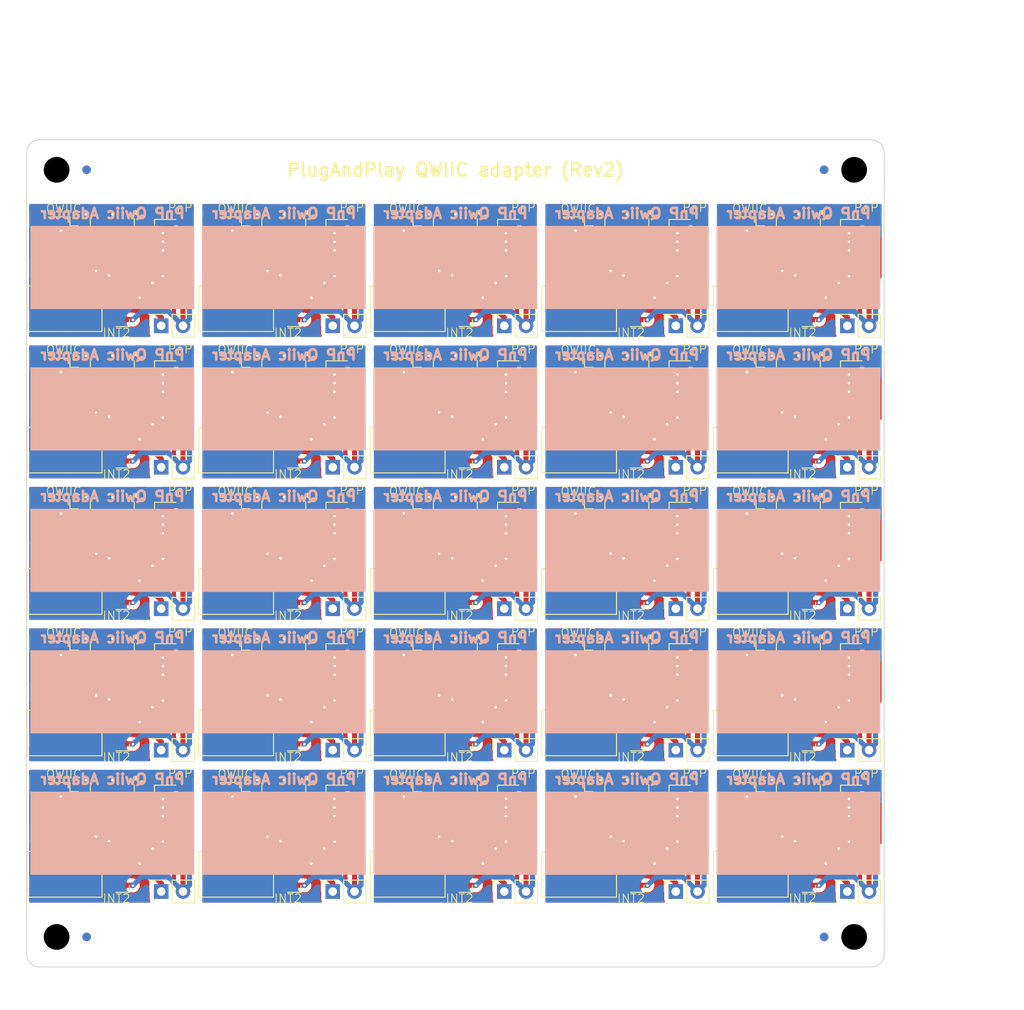
<source format=kicad_pcb>
(kicad_pcb (version 20240108) (generator "pcbnew") (generator_version "8.0")
  (title_block (title "PlugAndPlay QWIIC adapter") (date "2025-05-18") (rev "2") (company "A.B. Yazamut"))
  (layers (0 "F.Cu" signal) (31 "B.Cu" signal) (34 "B.Paste" user) (35 "F.Paste" user) (36 "B.SilkS" user "B.Silkscreen") (37 "F.SilkS" user "F.Silkscreen") (38 "B.Mask" user) (39 "F.Mask" user) (44 "Edge.Cuts" user))
  (net 0 "")
  (net 1 "Board_0-GND")
  (net 2 "Board_0-INT1")
  (net 3 "Board_0-INT2")
  (net 4 "Board_0-SCL")
  (net 5 "Board_0-SDA")
  (net 6 "Board_0-VCC")
  (net 7 "Board_1-GND")
  (net 8 "Board_1-INT1")
  (net 9 "Board_1-INT2")
  (net 10 "Board_1-SCL")
  (net 11 "Board_1-SDA")
  (net 12 "Board_1-VCC")
  (net 13 "Board_2-GND")
  (net 14 "Board_2-INT1")
  (net 15 "Board_2-INT2")
  (net 16 "Board_2-SCL")
  (net 17 "Board_2-SDA")
  (net 18 "Board_2-VCC")
  (net 19 "Board_3-GND")
  (net 20 "Board_3-INT1")
  (net 21 "Board_3-INT2")
  (net 22 "Board_3-SCL")
  (net 23 "Board_3-SDA")
  (net 24 "Board_3-VCC")
  (net 25 "Board_4-GND")
  (net 26 "Board_4-INT1")
  (net 27 "Board_4-INT2")
  (net 28 "Board_4-SCL")
  (net 29 "Board_4-SDA")
  (net 30 "Board_4-VCC")
  (net 31 "Board_5-GND")
  (net 32 "Board_5-INT1")
  (net 33 "Board_5-INT2")
  (net 34 "Board_5-SCL")
  (net 35 "Board_5-SDA")
  (net 36 "Board_5-VCC")
  (net 37 "Board_6-GND")
  (net 38 "Board_6-INT1")
  (net 39 "Board_6-INT2")
  (net 40 "Board_6-SCL")
  (net 41 "Board_6-SDA")
  (net 42 "Board_6-VCC")
  (net 43 "Board_7-GND")
  (net 44 "Board_7-INT1")
  (net 45 "Board_7-INT2")
  (net 46 "Board_7-SCL")
  (net 47 "Board_7-SDA")
  (net 48 "Board_7-VCC")
  (net 49 "Board_8-GND")
  (net 50 "Board_8-INT1")
  (net 51 "Board_8-INT2")
  (net 52 "Board_8-SCL")
  (net 53 "Board_8-SDA")
  (net 54 "Board_8-VCC")
  (net 55 "Board_9-GND")
  (net 56 "Board_9-INT1")
  (net 57 "Board_9-INT2")
  (net 58 "Board_9-SCL")
  (net 59 "Board_9-SDA")
  (net 60 "Board_9-VCC")
  (net 61 "Board_10-GND")
  (net 62 "Board_10-INT1")
  (net 63 "Board_10-INT2")
  (net 64 "Board_10-SCL")
  (net 65 "Board_10-SDA")
  (net 66 "Board_10-VCC")
  (net 67 "Board_11-GND")
  (net 68 "Board_11-INT1")
  (net 69 "Board_11-INT2")
  (net 70 "Board_11-SCL")
  (net 71 "Board_11-SDA")
  (net 72 "Board_11-VCC")
  (net 73 "Board_12-GND")
  (net 74 "Board_12-INT1")
  (net 75 "Board_12-INT2")
  (net 76 "Board_12-SCL")
  (net 77 "Board_12-SDA")
  (net 78 "Board_12-VCC")
  (net 79 "Board_13-GND")
  (net 80 "Board_13-INT1")
  (net 81 "Board_13-INT2")
  (net 82 "Board_13-SCL")
  (net 83 "Board_13-SDA")
  (net 84 "Board_13-VCC")
  (net 85 "Board_14-GND")
  (net 86 "Board_14-INT1")
  (net 87 "Board_14-INT2")
  (net 88 "Board_14-SCL")
  (net 89 "Board_14-SDA")
  (net 90 "Board_14-VCC")
  (net 91 "Board_15-GND")
  (net 92 "Board_15-INT1")
  (net 93 "Board_15-INT2")
  (net 94 "Board_15-SCL")
  (net 95 "Board_15-SDA")
  (net 96 "Board_15-VCC")
  (net 97 "Board_16-GND")
  (net 98 "Board_16-INT1")
  (net 99 "Board_16-INT2")
  (net 100 "Board_16-SCL")
  (net 101 "Board_16-SDA")
  (net 102 "Board_16-VCC")
  (net 103 "Board_17-GND")
  (net 104 "Board_17-INT1")
  (net 105 "Board_17-INT2")
  (net 106 "Board_17-SCL")
  (net 107 "Board_17-SDA")
  (net 108 "Board_17-VCC")
  (net 109 "Board_18-GND")
  (net 110 "Board_18-INT1")
  (net 111 "Board_18-INT2")
  (net 112 "Board_18-SCL")
  (net 113 "Board_18-SDA")
  (net 114 "Board_18-VCC")
  (net 115 "Board_19-GND")
  (net 116 "Board_19-INT1")
  (net 117 "Board_19-INT2")
  (net 118 "Board_19-SCL")
  (net 119 "Board_19-SDA")
  (net 120 "Board_19-VCC")
  (net 121 "Board_20-GND")
  (net 122 "Board_20-INT1")
  (net 123 "Board_20-INT2")
  (net 124 "Board_20-SCL")
  (net 125 "Board_20-SDA")
  (net 126 "Board_20-VCC")
  (net 127 "Board_21-GND")
  (net 128 "Board_21-INT1")
  (net 129 "Board_21-INT2")
  (net 130 "Board_21-SCL")
  (net 131 "Board_21-SDA")
  (net 132 "Board_21-VCC")
  (net 133 "Board_22-GND")
  (net 134 "Board_22-INT1")
  (net 135 "Board_22-INT2")
  (net 136 "Board_22-SCL")
  (net 137 "Board_22-SDA")
  (net 138 "Board_22-VCC")
  (net 139 "Board_23-GND")
  (net 140 "Board_23-INT1")
  (net 141 "Board_23-INT2")
  (net 142 "Board_23-SCL")
  (net 143 "Board_23-SDA")
  (net 144 "Board_23-VCC")
  (net 145 "Board_24-GND")
  (net 146 "Board_24-INT1")
  (net 147 "Board_24-INT2")
  (net 148 "Board_24-SCL")
  (net 149 "Board_24-SDA")
  (net 150 "Board_24-VCC")
  (footprint "Fiducial:Fiducial_1mm_Mask2mm" (layer "F.Cu") (at 116.3 40.5995)
    (property "Reference" "REF**" (hide yes))
    (property "Value" "Fiducial_1mm_Mask2mm" (hide yes))
  )
  (footprint "Library:PinHeader_1x02_P2.54mm_Horizontal_SMD" (layer "F.Cu") (at 79.9 87.9295 180)
    (property "Reference" "J3" (hide yes))
    (property "Value" "~")
  )
  (footprint "Resistor_SMD:R_0603_1608Metric" (layer "F.Cu") (at 113 105.0995)
    (property "Reference" "R1" (hide yes))
    (property "Value" "10K" (hide yes))
  )
  (footprint "Fiducial:Fiducial_1mm_Mask2mm" (layer "F.Cu") (at 96.3 106.5995)
    (property "Reference" "REF**" (hide yes))
    (property "Value" "Fiducial_1mm_Mask2mm" (hide yes))
  )
  (footprint "Connector_JST:JST_SH_SM04B-SRSS-TB_1x04-1MP_P1.00mm_Horizontal" (layer "F.Cu") (at 138.275 98.0995 -90)
    (property "Reference" "J2" (hide yes))
    (property "Value" "JST_SH_SM04B-SRSS-TB_1x04-1MP_P1.00mm_Horizontal")
  )
  (footprint "Connector_PinSocket_2.54mm:PinSocket_1x02_P2.54mm_Vertical" (layer "F.Cu") (at 90.7 41.6995 90)
    (property "Reference" "J4" (hide yes))
    (property "Value" "Conn_01x02" (hide yes))
  )
  (footprint "Connector_PinSocket_2.54mm:PinSocket_1x02_P2.54mm_Vertical" (layer "F.Cu") (at 130.7 91.1995 90)
    (property "Reference" "J4" (hide yes))
    (property "Value" "Conn_01x02" (hide yes))
  )
  (footprint "Fiducial" (layer "F.Cu") (at 148 112.9995)
    (property "Reference" "KiKit_FID_T_4" (hide yes))
    (property "Value" "Fiducial" (hide yes))
  )
  (footprint "Connector_JST:JST_SH_SM06B-SRSS-TB_1x06-1MP_P1.00mm_Horizontal" (layer "F.Cu") (at 131.7 33.3995 90)
    (property "Reference" "J1" (hide yes))
    (property "Value" "JST_SH_SM06B-SRSS-TB_1x06-1MP_P1.00mm_Horizontal")
  )
  (footprint "Fiducial:Fiducial_1mm_Mask2mm" (layer "F.Cu") (at 76.3 73.5995)
    (property "Reference" "REF**" (hide yes))
    (property "Value" "Fiducial_1mm_Mask2mm" (hide yes))
  )
  (footprint "Capacitor_SMD:C_0603_1608Metric" (layer "F.Cu") (at 86.3 101.5995 180)
    (property "Reference" "C1" (hide yes))
    (property "Value" "0.1uF")
  )
  (footprint "Library:PinHeader_1x02_P2.54mm_Horizontal_SMD" (layer "F.Cu") (at 79.9 71.4295 180)
    (property "Reference" "J3" (hide yes))
    (property "Value" "~")
  )
  (footprint "Fiducial:Fiducial_1mm_Mask2mm" (layer "F.Cu") (at 149.9 94.1995)
    (property "Reference" "REF**" (hide yes))
    (property "Value" "Fiducial_1mm_Mask2mm" (hide yes))
  )
  (footprint "Resistor_SMD:R_0603_1608Metric" (layer "F.Cu") (at 69.9 72.0995 180)
    (property "Reference" "R2" (hide yes))
    (property "Value" "10K" (hide yes))
  )
  (footprint "Fiducial:Fiducial_1mm_Mask2mm" (layer "F.Cu") (at 116.3 106.5995)
    (property "Reference" "REF**" (hide yes))
    (property "Value" "Fiducial_1mm_Mask2mm" (hide yes))
  )
  (footprint "Connector_JST:JST_SH_SM06B-SRSS-TB_1x06-1MP_P1.00mm_Horizontal" (layer "F.Cu") (at 91.7 66.3995 90)
    (property "Reference" "J1" (hide yes))
    (property "Value" "JST_SH_SM06B-SRSS-TB_1x06-1MP_P1.00mm_Horizontal")
  )
  (footprint "Resistor_SMD:R_0603_1608Metric" (layer "F.Cu") (at 129.9 55.5995 180)
    (property "Reference" "R2" (hide yes))
    (property "Value" "10K" (hide yes))
  )
  (footprint "Resistor_SMD:R_0603_1608Metric" (layer "F.Cu") (at 113 72.0995)
    (property "Reference" "R1" (hide yes))
    (property "Value" "10K" (hide yes))
  )
  (footprint "Resistor_SMD:R_0603_1608Metric" (layer "F.Cu") (at 149.9 55.5995 180)
    (property "Reference" "R2" (hide yes))
    (property "Value" "10K" (hide yes))
  )
  (footprint "Library:PinHeader_1x02_P2.54mm_Horizontal_SMD" (layer "F.Cu") (at 119.9 71.4295 180)
    (property "Reference" "J3" (hide yes))
    (property "Value" "~")
  )
  (footprint "Package_SO:SOIC-8_3.9x4.9mm_P1.27mm" (layer "F.Cu") (at 144.995 80.6745 -90)
    (property "Reference" "U1" (hide yes))
    (property "Value" "M24C02-FMN")
  )
  (footprint "Resistor_SMD:R_0603_1608Metric" (layer "F.Cu") (at 133 88.5995)
    (property "Reference" "R1" (hide yes))
    (property "Value" "10K" (hide yes))
  )
  (footprint "Library:PinHeader_1x02_P2.54mm_Horizontal_SMD" (layer "F.Cu") (at 99.9 87.9295 180)
    (property "Reference" "J3" (hide yes))
    (property "Value" "~")
  )
  (footprint "Package_SO:SOIC-8_3.9x4.9mm_P1.27mm" (layer "F.Cu") (at 84.995 31.1745 -90)
    (property "Reference" "U1" (hide yes))
    (property "Value" "M24C02-FMN")
  )
  (footprint "Connector_JST:JST_SH_SM04B-SRSS-TB_1x04-1MP_P1.00mm_Horizontal" (layer "F.Cu") (at 98.275 98.0995 -90)
    (property "Reference" "J2" (hide yes))
    (property "Value" "JST_SH_SM04B-SRSS-TB_1x04-1MP_P1.00mm_Horizontal")
  )
  (footprint "Package_SO:SOIC-8_3.9x4.9mm_P1.27mm" (layer "F.Cu") (at 64.995 47.6745 -90)
    (property "Reference" "U1" (hide yes))
    (property "Value" "M24C02-FMN")
  )
  (footprint "Fiducial:Fiducial_1mm_Mask2mm" (layer "F.Cu") (at 109.9 28.1995)
    (property "Reference" "REF**" (hide yes))
    (property "Value" "Fiducial_1mm_Mask2mm" (hide yes))
  )
  (footprint "Connector_JST:JST_SH_SM06B-SRSS-TB_1x06-1MP_P1.00mm_Horizontal" (layer "F.Cu") (at 91.7 49.8995 90)
    (property "Reference" "J1" (hide yes))
    (property "Value" "JST_SH_SM06B-SRSS-TB_1x06-1MP_P1.00mm_Horizontal")
  )
  (footprint "Connector_JST:JST_SH_SM06B-SRSS-TB_1x06-1MP_P1.00mm_Horizontal" (layer "F.Cu") (at 111.7 33.3995 90)
    (property "Reference" "J1" (hide yes))
    (property "Value" "JST_SH_SM06B-SRSS-TB_1x06-1MP_P1.00mm_Horizontal")
  )
  (footprint "Library:PinHeader_1x02_P2.54mm_Horizontal_SMD" (layer "F.Cu") (at 59.9 87.9295 180)
    (property "Reference" "J3" (hide yes))
    (property "Value" "~")
  )
  (footprint "Capacitor_SMD:C_0603_1608Metric" (layer "F.Cu") (at 86.3 85.0995 180)
    (property "Reference" "C1" (hide yes))
    (property "Value" "0.1uF")
  )
  (footprint "Package_SO:SOIC-8_3.9x4.9mm_P1.27mm" (layer "F.Cu") (at 144.995 31.1745 -90)
    (property "Reference" "U1" (hide yes))
    (property "Value" "M24C02-FMN")
  )
  (footprint "Package_SO:SOIC-8_3.9x4.9mm_P1.27mm" (layer "F.Cu") (at 64.995 31.1745 -90)
    (property "Reference" "U1" (hide yes))
    (property "Value" "M24C02-FMN")
  )
  (footprint "Connector_JST:JST_SH_SM04B-SRSS-TB_1x04-1MP_P1.00mm_Horizontal" (layer "F.Cu") (at 138.275 32.0995 -90)
    (property "Reference" "J2" (hide yes))
    (property "Value" "JST_SH_SM04B-SRSS-TB_1x04-1MP_P1.00mm_Horizontal")
  )
  (footprint "Connector_JST:JST_SH_SM04B-SRSS-TB_1x04-1MP_P1.00mm_Horizontal" (layer "F.Cu") (at 78.275 98.0995 -90)
    (property "Reference" "J2" (hide yes))
    (property "Value" "JST_SH_SM04B-SRSS-TB_1x04-1MP_P1.00mm_Horizontal")
  )
  (footprint "Fiducial" (layer "F.Cu") (at 62 112.9995)
    (property "Reference" "KiKit_FID_T_3" (hide yes))
    (property "Value" "Fiducial" (hide yes))
  )
  (footprint "Resistor_SMD:R_0603_1608Metric" (layer "F.Cu") (at 133 39.0995)
    (property "Reference" "R1" (hide yes))
    (property "Value" "10K" (hide yes))
  )
  (footprint "Capacitor_SMD:C_0603_1608Metric" (layer "F.Cu") (at 146.3 52.0995 180)
    (property "Reference" "C1" (hide yes))
    (property "Value" "0.1uF")
  )
  (footprint "Connector_JST:JST_SH_SM06B-SRSS-TB_1x06-1MP_P1.00mm_Horizontal" (layer "F.Cu") (at 131.7 99.3995 90)
    (property "Reference" "J1" (hide yes))
    (property "Value" "JST_SH_SM06B-SRSS-TB_1x06-1MP_P1.00mm_Horizontal")
  )
  (footprint "Resistor_SMD:R_0603_1608Metric" (layer "F.Cu") (at 149.9 88.5995 180)
    (property "Reference" "R2" (hide yes))
    (property "Value" "10K" (hide yes))
  )
  (footprint "Resistor_SMD:R_0603_1608Metric" (layer "F.Cu") (at 133 55.5995)
    (property "Reference" "R1" (hide yes))
    (property "Value" "10K" (hide yes))
  )
  (footprint "Capacitor_SMD:C_0603_1608Metric" (layer "F.Cu") (at 106.3 101.5995 180)
    (property "Reference" "C1" (hide yes))
    (property "Value" "0.1uF")
  )
  (footprint "Library:PinHeader_1x02_P2.54mm_Horizontal_SMD" (layer "F.Cu") (at 79.9 38.4295 180)
    (property "Reference" "J3" (hide yes))
    (property "Value" "~")
  )
  (footprint "Package_SO:SOIC-8_3.9x4.9mm_P1.27mm" (layer "F.Cu") (at 64.995 64.1745 -90)
    (property "Reference" "U1" (hide yes))
    (property "Value" "M24C02-FMN")
  )
  (footprint "Connector_PinSocket_2.54mm:PinSocket_1x02_P2.54mm_Vertical" (layer "F.Cu") (at 130.7 58.1995 90)
    (property "Reference" "J4" (hide yes))
    (property "Value" "Conn_01x02" (hide yes))
  )
  (footprint "Resistor_SMD:R_0603_1608Metric" (layer "F.Cu") (at 129.9 39.0995 180)
    (property "Reference" "R2" (hide yes))
    (property "Value" "10K" (hide yes))
  )
  (footprint "Resistor_SMD:R_0603_1608Metric" (layer "F.Cu") (at 73 72.0995)
    (property "Reference" "R1" (hide yes))
    (property "Value" "10K" (hide yes))
  )
  (footprint "Resistor_SMD:R_0603_1608Metric" (layer "F.Cu") (at 109.9 55.5995 180)
    (property "Reference" "R2" (hide yes))
    (property "Value" "10K" (hide yes))
  )
  (footprint "Connector_PinSocket_2.54mm:PinSocket_1x02_P2.54mm_Vertical" (layer "F.Cu") (at 130.7 107.6995 90)
    (property "Reference" "J4" (hide yes))
    (property "Value" "Conn_01x02" (hide yes))
  )
  (footprint "Fiducial:Fiducial_1mm_Mask2mm" (layer "F.Cu") (at 109.9 44.6995)
    (property "Reference" "REF**" (hide yes))
    (property "Value" "Fiducial_1mm_Mask2mm" (hide yes))
  )
  (footprint "Resistor_SMD:R_0603_1608Metric" (layer "F.Cu") (at 113 55.5995)
    (property "Reference" "R1" (hide yes))
    (property "Value" "10K" (hide yes))
  )
  (footprint "Package_SO:SOIC-8_3.9x4.9mm_P1.27mm" (layer "F.Cu") (at 104.995 80.6745 -90)
    (property "Reference" "U1" (hide yes))
    (property "Value" "M24C02-FMN")
  )
  (footprint "Package_SO:SOIC-8_3.9x4.9mm_P1.27mm" (layer "F.Cu") (at 104.995 64.1745 -90)
    (property "Reference" "U1" (hide yes))
    (property "Value" "M24C02-FMN")
  )
  (footprint "Connector_JST:JST_SH_SM04B-SRSS-TB_1x04-1MP_P1.00mm_Horizontal" (layer "F.Cu") (at 118.275 48.5995 -90)
    (property "Reference" "J2" (hide yes))
    (property "Value" "JST_SH_SM04B-SRSS-TB_1x04-1MP_P1.00mm_Horizontal")
  )
  (footprint "Fiducial:Fiducial_1mm_Mask2mm" (layer "F.Cu") (at 69.9 77.6995)
    (property "Reference" "REF**" (hide yes))
    (property "Value" "Fiducial_1mm_Mask2mm" (hide yes))
  )
  (footprint "Library:PinHeader_1x02_P2.54mm_Horizontal_SMD" (layer "F.Cu") (at 59.9 71.4295 180)
    (property "Reference" "J3" (hide yes))
    (property "Value" "~")
  )
  (footprint "Resistor_SMD:R_0603_1608Metric" (layer "F.Cu") (at 93 88.5995)
    (property "Reference" "R1" (hide yes))
    (property "Value" "10K" (hide yes))
  )
  (footprint "Fiducial:Fiducial_1mm_Mask2mm" (layer "F.Cu") (at 149.9 28.1995)
    (property "Reference" "REF**" (hide yes))
    (property "Value" "Fiducial_1mm_Mask2mm" (hide yes))
  )
  (footprint "Connector_JST:JST_SH_SM06B-SRSS-TB_1x06-1MP_P1.00mm_Horizontal" (layer "F.Cu") (at 91.7 99.3995 90)
    (property "Reference" "J1" (hide yes))
    (property "Value" "JST_SH_SM06B-SRSS-TB_1x06-1MP_P1.00mm_Horizontal")
  )
  (footprint "Fiducial:Fiducial_1mm_Mask2mm" (layer "F.Cu") (at 129.9 61.1995)
    (property "Reference" "REF**" (hide yes))
    (property "Value" "Fiducial_1mm_Mask2mm" (hide yes))
  )
  (footprint "Connector_JST:JST_SH_SM06B-SRSS-TB_1x06-1MP_P1.00mm_Horizontal" (layer "F.Cu") (at 151.7 66.3995 90)
    (property "Reference" "J1" (hide yes))
    (property "Value" "JST_SH_SM06B-SRSS-TB_1x06-1MP_P1.00mm_Horizontal")
  )
  (footprint "Connector_JST:JST_SH_SM06B-SRSS-TB_1x06-1MP_P1.00mm_Horizontal" (layer "F.Cu") (at 131.7 49.8995 90)
    (property "Reference" "J1" (hide yes))
    (property "Value" "JST_SH_SM06B-SRSS-TB_1x06-1MP_P1.00mm_Horizontal")
  )
  (footprint "Fiducial:Fiducial_1mm_Mask2mm" (layer "F.Cu") (at 96.3 90.0995)
    (property "Reference" "REF**" (hide yes))
    (property "Value" "Fiducial_1mm_Mask2mm" (hide yes))
  )
  (footprint "Resistor_SMD:R_0603_1608Metric" (layer "F.Cu") (at 73 39.0995)
    (property "Reference" "R1" (hide yes))
    (property "Value" "10K" (hide yes))
  )
  (footprint "Fiducial:Fiducial_1mm_Mask2mm" (layer "F.Cu") (at 116.3 90.0995)
    (property "Reference" "REF**" (hide yes))
    (property "Value" "Fiducial_1mm_Mask2mm" (hide yes))
  )
  (footprint "Capacitor_SMD:C_0603_1608Metric" (layer "F.Cu") (at 146.3 101.5995 180)
    (property "Reference" "C1" (hide yes))
    (property "Value" "0.1uF")
  )
  (footprint "Library:PinHeader_1x02_P2.54mm_Horizontal_SMD" (layer "F.Cu") (at 139.9 71.4295 180)
    (property "Reference" "J3" (hide yes))
    (property "Value" "~")
  )
  (footprint "Library:PinHeader_1x02_P2.54mm_Horizontal_SMD" (layer "F.Cu") (at 119.9 38.4295 180)
    (property "Reference" "J3" (hide yes))
    (property "Value" "~")
  )
  (footprint "Connector_JST:JST_SH_SM06B-SRSS-TB_1x06-1MP_P1.00mm_Horizontal" (layer "F.Cu") (at 71.7 99.3995 90)
    (property "Reference" "J1" (hide yes))
    (property "Value" "JST_SH_SM06B-SRSS-TB_1x06-1MP_P1.00mm_Horizontal")
  )
  (footprint "Fiducial:Fiducial_1mm_Mask2mm" (layer "F.Cu") (at 76.3 90.0995)
    (property "Reference" "REF**" (hide yes))
    (property "Value" "Fiducial_1mm_Mask2mm" (hide yes))
  )
  (footprint "Fiducial:Fiducial_1mm_Mask2mm" (layer "F.Cu") (at 129.9 44.6995)
    (property "Reference" "REF**" (hide yes))
    (property "Value" "Fiducial_1mm_Mask2mm" (hide yes))
  )
  (footprint "Fiducial:Fiducial_1mm_Mask2mm" (layer "F.Cu") (at 96.3 57.0995)
    (property "Reference" "REF**" (hide yes))
    (property "Value" "Fiducial_1mm_Mask2mm" (hide yes))
  )
  (footprint "Fiducial:Fiducial_1mm_Mask2mm" (layer "F.Cu") (at 96.3 73.5995)
    (property "Reference" "REF**" (hide yes))
    (property "Value" "Fiducial_1mm_Mask2mm" (hide yes))
  )
  (footprint "Resistor_SMD:R_0603_1608Metric" (layer "F.Cu") (at 109.9 39.0995 180)
    (property "Reference" "R2" (hide yes))
    (property "Value" "10K" (hide yes))
  )
  (footprint "Connector_PinSocket_2.54mm:PinSocket_1x02_P2.54mm_Vertical" (layer "F.Cu") (at 150.7 41.6995 90)
    (property "Reference" "J4" (hide yes))
    (property "Value" "Conn_01x02" (hide yes))
  )
  (footprint "Resistor_SMD:R_0603_1608Metric" (layer "F.Cu") (at 69.9 105.0995 180)
    (property "Reference" "R2" (hide yes))
    (property "Value" "10K" (hide yes))
  )
  (footprint "Capacitor_SMD:C_0603_1608Metric" (layer "F.Cu") (at 126.3 85.0995 180)
    (property "Reference" "C1" (hide yes))
    (property "Value" "0.1uF")
  )
  (footprint "Capacitor_SMD:C_0603_1608Metric" (layer "F.Cu") (at 146.3 68.5995 180)
    (property "Reference" "C1" (hide yes))
    (property "Value" "0.1uF")
  )
  (footprint "Package_SO:SOIC-8_3.9x4.9mm_P1.27mm" (layer "F.Cu") (at 124.995 64.1745 -90)
    (property "Reference" "U1" (hide yes))
    (property "Value" "M24C02-FMN")
  )
  (footprint "Connector_JST:JST_SH_SM04B-SRSS-TB_1x04-1MP_P1.00mm_Horizontal" (layer "F.Cu") (at 58.275 48.5995 -90)
    (property "Reference" "J2" (hide yes))
    (property "Value" "JST_SH_SM04B-SRSS-TB_1x04-1MP_P1.00mm_Horizontal")
  )
  (footprint "Package_SO:SOIC-8_3.9x4.9mm_P1.27mm" (layer "F.Cu") (at 84.995 97.1745 -90)
    (property "Reference" "U1" (hide yes))
    (property "Value" "M24C02-FMN")
  )
  (footprint "Fiducial:Fiducial_1mm_Mask2mm" (layer "F.Cu") (at 56.3 106.5995)
    (property "Reference" "REF**" (hide yes))
    (property "Value" "Fiducial_1mm_Mask2mm" (hide yes))
  )
  (footprint "Fiducial:Fiducial_1mm_Mask2mm" (layer "F.Cu") (at 69.9 28.1995)
    (property "Reference" "REF**" (hide yes))
    (property "Value" "Fiducial_1mm_Mask2mm" (hide yes))
  )
  (footprint "Connector_JST:JST_SH_SM06B-SRSS-TB_1x06-1MP_P1.00mm_Horizontal" (layer "F.Cu") (at 91.7 82.8995 90)
    (property "Reference" "J1" (hide yes))
    (property "Value" "JST_SH_SM06B-SRSS-TB_1x06-1MP_P1.00mm_Horizontal")
  )
  (footprint "Connector_JST:JST_SH_SM06B-SRSS-TB_1x06-1MP_P1.00mm_Horizontal" (layer "F.Cu") (at 131.7 82.8995 90)
    (property "Reference" "J1" (hide yes))
    (property "Value" "JST_SH_SM06B-SRSS-TB_1x06-1MP_P1.00mm_Horizontal")
  )
  (footprint "NPTH" (layer "F.Cu") (at 58.5 112.9995)
    (property "Reference" "KiKit_TO_3" (hide yes))
    (property "Value" "NPTH" (hide yes))
  )
  (footprint "Connector_PinSocket_2.54mm:PinSocket_1x02_P2.54mm_Vertical" (layer "F.Cu") (at 70.7 41.6995 90)
    (property "Reference" "J4" (hide yes))
    (property "Value" "Conn_01x02" (hide yes))
  )
  (footprint "Connector_JST:JST_SH_SM04B-SRSS-TB_1x04-1MP_P1.00mm_Horizontal" (layer "F.Cu") (at 98.275 32.0995 -90)
    (property "Reference" "J2" (hide yes))
    (property "Value" "JST_SH_SM04B-SRSS-TB_1x04-1MP_P1.00mm_Horizontal")
  )
  (footprint "Resistor_SMD:R_0603_1608Metric" (layer "F.Cu") (at 73 105.0995)
    (property "Reference" "R1" (hide yes))
    (property "Value" "10K" (hide yes))
  )
  (footprint "Package_SO:SOIC-8_3.9x4.9mm_P1.27mm" (layer "F.Cu") (at 124.995 80.6745 -90)
    (property "Reference" "U1" (hide yes))
    (property "Value" "M24C02-FMN")
  )
  (footprint "Fiducial:Fiducial_1mm_Mask2mm" (layer "F.Cu") (at 116.3 73.5995)
    (property "Reference" "REF**" (hide yes))
    (property "Value" "Fiducial_1mm_Mask2mm" (hide yes))
  )
  (footprint "Connector_JST:JST_SH_SM06B-SRSS-TB_1x06-1MP_P1.00mm_Horizontal" (layer "F.Cu") (at 151.7 82.8995 90)
    (property "Reference" "J1" (hide yes))
    (property "Value" "JST_SH_SM06B-SRSS-TB_1x06-1MP_P1.00mm_Horizontal")
  )
  (footprint "Library:PinHeader_1x02_P2.54mm_Horizontal_SMD" (layer "F.Cu") (at 79.9 54.9295 180)
    (property "Reference" "J3" (hide yes))
    (property "Value" "~")
  )
  (footprint "Connector_JST:JST_SH_SM06B-SRSS-TB_1x06-1MP_P1.00mm_Horizontal" (layer "F.Cu") (at 131.7 66.3995 90)
    (property "Reference" "J1" (hide yes))
    (property "Value" "JST_SH_SM06B-SRSS-TB_1x06-1MP_P1.00mm_Horizontal")
  )
  (footprint "Capacitor_SMD:C_0603_1608Metric" (layer "F.Cu") (at 126.3 52.0995 180)
    (property "Reference" "C1" (hide yes))
    (property "Value" "0.1uF")
  )
  (footprint "Resistor_SMD:R_0603_1608Metric" (layer "F.Cu") (at 129.9 72.0995 180)
    (property "Reference" "R2" (hide yes))
    (property "Value" "10K" (hide yes))
  )
  (footprint "Capacitor_SMD:C_0603_1608Metric" (layer "F.Cu") (at 86.3 35.5995 180)
    (property "Reference" "C1" (hide yes))
    (property "Value" "0.1uF")
  )
  (footprint "Connector_JST:JST_SH_SM06B-SRSS-TB_1x06-1MP_P1.00mm_Horizontal" (layer "F.Cu") (at 111.7 99.3995 90)
    (property "Reference" "J1" (hide yes))
    (property "Value" "JST_SH_SM06B-SRSS-TB_1x06-1MP_P1.00mm_Horizontal")
  )
  (footprint "Resistor_SMD:R_0603_1608Metric" (layer "F.Cu") (at 93 105.0995)
    (property "Reference" "R1" (hide yes))
    (property "Value" "10K" (hide yes))
  )
  (footprint "Package_SO:SOIC-8_3.9x4.9mm_P1.27mm" (layer "F.Cu") (at 104.995 47.6745 -90)
    (property "Reference" "U1" (hide yes))
    (property "Value" "M24C02-FMN")
  )
  (footprint "Library:PinHeader_1x02_P2.54mm_Horizontal_SMD" (layer "F.Cu") (at 139.9 54.9295 180)
    (property "Reference" "J3" (hide yes))
    (property "Value" "~")
  )
  (footprint "Fiducial:Fiducial_1mm_Mask2mm" (layer "F.Cu") (at 69.9 61.1995)
    (property "Reference" "REF**" (hide yes))
    (property "Value" "Fiducial_1mm_Mask2mm" (hide yes))
  )
  (footprint "Fiducial:Fiducial_1mm_Mask2mm" (layer "F.Cu") (at 136.3 106.5995)
    (property "Reference" "REF**" (hide yes))
    (property "Value" "Fiducial_1mm_Mask2mm" (hide yes))
  )
  (footprint "Connector_JST:JST_SH_SM06B-SRSS-TB_1x06-1MP_P1.00mm_Horizontal" (layer "F.Cu") (at 151.7 99.3995 90)
    (property "Reference" "J1" (hide yes))
    (property "Value" "JST_SH_SM06B-SRSS-TB_1x06-1MP_P1.00mm_Horizontal")
  )
  (footprint "Connector_JST:JST_SH_SM04B-SRSS-TB_1x04-1MP_P1.00mm_Horizontal" (layer "F.Cu") (at 78.275 32.0995 -90)
    (property "Reference" "J2" (hide yes))
    (property "Value" "JST_SH_SM04B-SRSS-TB_1x04-1MP_P1.00mm_Horizontal")
  )
  (footprint "Library:PinHeader_1x02_P2.54mm_Horizontal_SMD" (layer "F.Cu") (at 79.9 104.4295 180)
    (property "Reference" "J3" (hide yes))
    (property "Value" "~")
  )
  (footprint "Fiducial:Fiducial_1mm_Mask2mm" (layer "F.Cu") (at 56.3 90.0995)
    (property "Reference" "REF**" (hide yes))
    (property "Value" "Fiducial_1mm_Mask2mm" (hide yes))
  )
  (footprint "Fiducial:Fiducial_1mm_Mask2mm" (layer "F.Cu") (at 56.3 57.0995)
    (property "Reference" "REF**" (hide yes))
    (property "Value" "Fiducial_1mm_Mask2mm" (hide yes))
  )
  (footprint "Fiducial:Fiducial_1mm_Mask2mm" (layer "F.Cu") (at 76.3 57.0995)
    (property "Reference" "REF**" (hide yes))
    (property "Value" "Fiducial_1mm_Mask2mm" (hide yes))
  )
  (footprint "Resistor_SMD:R_0603_1608Metric" (layer "F.Cu") (at 109.9 72.0995 180)
    (property "Reference" "R2" (hide yes))
    (property "Value" "10K" (hide yes))
  )
  (footprint "Fiducial:Fiducial_1mm_Mask2mm" (layer "F.Cu") (at 89.9 94.1995)
    (property "Reference" "REF**" (hide yes))
    (property "Value" "Fiducial_1mm_Mask2mm" (hide yes))
  )
  (footprint "Fiducial:Fiducial_1mm_Mask2mm" (layer "F.Cu") (at 109.9 61.1995)
    (property "Reference" "REF**" (hide yes))
    (property "Value" "Fiducial_1mm_Mask2mm" (hide yes))
  )
  (footprint "Fiducial:Fiducial_1mm_Mask2mm" (layer "F.Cu") (at 109.9 77.6995)
    (property "Reference" "REF**" (hide yes))
    (property "Value" "Fiducial_1mm_Mask2mm" (hide yes))
  )
  (footprint "Package_SO:SOIC-8_3.9x4.9mm_P1.27mm" (layer "F.Cu") (at 124.995 47.6745 -90)
    (property "Reference" "U1" (hide yes))
    (property "Value" "M24C02-FMN")
  )
  (footprint "Connector_JST:JST_SH_SM06B-SRSS-TB_1x06-1MP_P1.00mm_Horizontal" (layer "F.Cu") (at 71.7 33.3995 90)
    (property "Reference" "J1" (hide yes))
    (property "Value" "JST_SH_SM06B-SRSS-TB_1x06-1MP_P1.00mm_Horizontal")
  )
  (footprint "Connector_PinSocket_2.54mm:PinSocket_1x02_P2.54mm_Vertical" (layer "F.Cu") (at 130.7 74.6995 90)
    (property "Reference" "J4" (hide yes))
    (property "Value" "Conn_01x02" (hide yes))
  )
  (footprint "Capacitor_SMD:C_0603_1608Metric" (layer "F.Cu") (at 66.3 68.5995 180)
    (property "Reference" "C1" (hide yes))
    (property "Value" "0.1uF")
  )
  (footprint "Capacitor_SMD:C_0603_1608Metric" (layer "F.Cu") (at 66.3 35.5995 180)
    (property "Reference" "C1" (hide yes))
    (property "Value" "0.1uF")
  )
  (footprint "Resistor_SMD:R_0603_1608Metric" (layer "F.Cu") (at 93 55.5995)
    (property "Reference" "R1" (hide yes))
    (property "Value" "10K" (hide yes))
  )
  (footprint "Fiducial:Fiducial_1mm_Mask2mm" (layer "F.Cu") (at 136.3 40.5995)
    (property "Reference" "REF**" (hide yes))
    (property "Value" "Fiducial_1mm_Mask2mm" (hide yes))
  )
  (footprint "Connector_PinSocket_2.54mm:PinSocket_1x02_P2.54mm_Vertical" (layer "F.Cu") (at 150.7 58.1995 90)
    (property "Reference" "J4" (hide yes))
    (property "Value" "Conn_01x02" (hide yes))
  )
  (footprint "Library:PinHeader_1x02_P2.54mm_Horizontal_SMD" (layer "F.Cu") (at 59.9 54.9295 180)
    (property "Reference" "J3" (hide yes))
    (property "Value" "~")
  )
  (footprint "Package_SO:SOIC-8_3.9x4.9mm_P1.27mm" (layer "F.Cu") (at 64.995 80.6745 -90)
    (property "Reference" "U1" (hide yes))
    (property "Value" "M24C02-FMN")
  )
  (footprint "Connector_PinSocket_2.54mm:PinSocket_1x02_P2.54mm_Vertical" (layer "F.Cu") (at 150.7 74.6995 90)
    (property "Reference" "J4" (hide yes))
    (property "Value" "Conn_01x02" (hide yes))
  )
  (footprint "Fiducial:Fiducial_1mm_Mask2mm" (layer "F.Cu") (at 69.9 94.1995)
    (property "Reference" "REF**" (hide yes))
    (property "Value" "Fiducial_1mm_Mask2mm" (hide yes))
  )
  (footprint "NPTH" (layer "F.Cu") (at 151.5 112.9995)
    (property "Reference" "KiKit_TO_4" (hide yes))
    (property "Value" "NPTH" (hide yes))
  )
  (footprint "Fiducial:Fiducial_1mm_Mask2mm" (layer "F.Cu") (at 89.9 77.6995)
    (property "Reference" "REF**" (hide yes))
    (property "Value" "Fiducial_1mm_Mask2mm" (hide yes))
  )
  (footprint "Resistor_SMD:R_0603_1608Metric" (layer "F.Cu") (at 93 39.0995)
    (property "Reference" "R1" (hide yes))
    (property "Value" "10K" (hide yes))
  )
  (footprint "Connector_JST:JST_SH_SM04B-SRSS-TB_1x04-1MP_P1.00mm_Horizontal" (layer "F.Cu") (at 98.275 65.0995 -90)
    (property "Reference" "J2" (hide yes))
    (property "Value" "JST_SH_SM04B-SRSS-TB_1x04-1MP_P1.00mm_Horizontal")
  )
  (footprint "Connector_PinSocket_2.54mm:PinSocket_1x02_P2.54mm_Vertical" (layer "F.Cu") (at 70.7 91.1995 90)
    (property "Reference" "J4" (hide yes))
    (property "Value" "Conn_01x02" (hide yes))
  )
  (footprint "Capacitor_SMD:C_0603_1608Metric" (layer "F.Cu") (at 86.3 68.5995 180)
    (property "Reference" "C1" (hide yes))
    (property "Value" "0.1uF")
  )
  (footprint "Capacitor_SMD:C_0603_1608Metric" (layer "F.Cu") (at 106.3 85.0995 180)
    (property "Reference" "C1" (hide yes))
    (property "Value" "0.1uF")
  )
  (footprint "Fiducial:Fiducial_1mm_Mask2mm" (layer "F.Cu") (at 76.3 106.5995)
    (property "Reference" "REF**" (hide yes))
    (property "Value" "Fiducial_1mm_Mask2mm" (hide yes))
  )
  (footprint "Resistor_SMD:R_0603_1608Metric" (layer "F.Cu") (at 73 88.5995)
    (property "Reference" "R1" (hide yes))
    (property "Value" "10K" (hide yes))
  )
  (footprint "Resistor_SMD:R_0603_1608Metric" (layer "F.Cu") (at 73 55.5995)
    (property "Reference" "R1" (hide yes))
    (property "Value" "10K" (hide yes))
  )
  (footprint "Connector_JST:JST_SH_SM04B-SRSS-TB_1x04-1MP_P1.00mm_Horizontal" (layer "F.Cu") (at 98.275 48.5995 -90)
    (property "Reference" "J2" (hide yes))
    (property "Value" "JST_SH_SM04B-SRSS-TB_1x04-1MP_P1.00mm_Horizontal")
  )
  (footprint "Library:PinHeader_1x02_P2.54mm_Horizontal_SMD" (layer "F.Cu") (at 99.9 38.4295 180)
    (property "Reference" "J3" (hide yes))
    (property "Value" "~")
  )
  (footprint "Connector_JST:JST_SH_SM04B-SRSS-TB_1x04-1MP_P1.00mm_Horizontal" (layer "F.Cu") (at 78.275 81.5995 -90)
    (property "Reference" "J2" (hide yes))
    (property "Value" "JST_SH_SM04B-SRSS-TB_1x04-1MP_P1.00mm_Horizontal")
  )
  (footprint "Resistor_SMD:R_0603_1608Metric" (layer "F.Cu") (at 89.9 72.0995 180)
    (property "Reference" "R2" (hide yes))
    (property "Value" "10K" (hide yes))
  )
  (footprint "Resistor_SMD:R_0603_1608Metric" (layer "F.Cu") (at 153 88.5995)
    (property "Reference" "R1" (hide yes))
    (property "Value" "10K" (hide yes))
  )
  (footprint "Fiducial:Fiducial_1mm_Mask2mm" (layer "F.Cu") (at 149.9 61.1995)
    (property "Reference" "REF**" (hide yes))
    (property "Value" "Fiducial_1mm_Mask2mm" (hide yes))
  )
  (footprint "Resistor_SMD:R_0603_1608Metric" (layer "F.Cu") (at 69.9 39.0995 180)
    (property "Reference" "R2" (hide yes))
    (property "Value" "10K" (hide yes))
  )
  (footprint "Connector_JST:JST_SH_SM06B-SRSS-TB_1x06-1MP_P1.00mm_Horizontal" (layer "F.Cu") (at 71.7 49.8995 90)
    (property "Reference" "J1" (hide yes))
    (property "Value" "JST_SH_SM06B-SRSS-TB_1x06-1MP_P1.00mm_Horizontal")
  )
  (footprint "Capacitor_SMD:C_0603_1608Metric" (layer "F.Cu") (at 86.3 52.0995 180)
    (property "Reference" "C1" (hide yes))
    (property "Value" "0.1uF")
  )
  (footprint "Connector_JST:JST_SH_SM04B-SRSS-TB_1x04-1MP_P1.00mm_Horizontal" (layer "F.Cu") (at 78.275 65.0995 -90)
    (property "Reference" "J2" (hide yes))
    (property "Value" "JST_SH_SM04B-SRSS-TB_1x04-1MP_P1.00mm_Horizontal")
  )
  (footprint "Resistor_SMD:R_0603_1608Metric" (layer "F.Cu") (at 149.9 72.0995 180)
    (property "Reference" "R2" (hide yes))
    (property "Value" "10K" (hide yes))
  )
  (footprint "Resistor_SMD:R_0603_1608Metric" (layer "F.Cu") (at 93 72.0995)
    (property "Reference" "R1" (hide yes))
    (property "Value" "10K" (hide yes))
  )
  (footprint "Capacitor_SMD:C_0603_1608Metric" (layer "F.Cu") (at 66.3 101.5995 180)
    (property "Reference" "C1" (hide yes))
    (property "Value" "0.1uF")
  )
  (footprint "Package_SO:SOIC-8_3.9x4.9mm_P1.27mm" (layer "F.Cu") (at 144.995 47.6745 -90)
    (property "Reference" "U1" (hide yes))
    (property "Value" "M24C02-FMN")
  )
  (footprint "Capacitor_SMD:C_0603_1608Metric" (layer "F.Cu") (at 106.3 68.5995 180)
    (property "Reference" "C1" (hide yes))
    (property "Value" "0.1uF")
  )
  (footprint "Fiducial:Fiducial_1mm_Mask2mm" (layer "F.Cu") (at 89.9 28.1995)
    (property "Reference" "REF**" (hide yes))
    (property "Value" "Fiducial_1mm_Mask2mm" (hide yes))
  )
  (footprint "Connector_PinSocket_2.54mm:PinSocket_1x02_P2.54mm_Vertical" (layer "F.Cu") (at 110.7 41.6995 90)
    (property "Reference" "J4" (hide yes))
    (property "Value" "Conn_01x02" (hide yes))
  )
  (footprint "Connector_JST:JST_SH_SM06B-SRSS-TB_1x06-1MP_P1.00mm_Horizontal" (layer "F.Cu") (at 111.7 82.8995 90)
    (property "Reference" "J1" (hide yes))
    (property "Value" "JST_SH_SM06B-SRSS-TB_1x06-1MP_P1.00mm_Horizontal")
  )
  (footprint "Connector_PinSocket_2.54mm:PinSocket_1x02_P2.54mm_Vertical" (layer "F.Cu") (at 70.7 58.1995 90)
    (property "Reference" "J4" (hide yes))
    (property "Value" "Conn_01x02" (hide yes))
  )
  (footprint "Resistor_SMD:R_0603_1608Metric" (layer "F.Cu") (at 113 88.5995)
    (property "Reference" "R1" (hide yes))
    (property "Value" "10K" (hide yes))
  )
  (footprint "Resistor_SMD:R_0603_1608Metric" (layer "F.Cu") (at 133 105.0995)
    (property "Reference" "R1" (hide yes))
    (property "Value" "10K" (hide yes))
  )
  (footprint "NPTH" (layer "F.Cu") (at 151.5 23.5)
    (property "Reference" "KiKit_TO_2" (hide yes))
    (property "Value" "NPTH" (hide yes))
  )
  (footprint "Connector_PinSocket_2.54mm:PinSocket_1x02_P2.54mm_Vertical" (layer "F.Cu") (at 130.7 41.6995 90)
    (property "Reference" "J4" (hide yes))
    (property "Value" "Conn_01x02" (hide yes))
  )
  (footprint "Connector_PinSocket_2.54mm:PinSocket_1x02_P2.54mm_Vertical" (layer "F.Cu") (at 150.7 107.6995 90)
    (property "Reference" "J4" (hide yes))
    (property "Value" "Conn_01x02" (hide yes))
  )
  (footprint "Connector_JST:JST_SH_SM06B-SRSS-TB_1x06-1MP_P1.00mm_Horizontal" (layer "F.Cu") (at 71.7 66.3995 90)
    (property "Reference" "J1" (hide yes))
    (property "Value" "JST_SH_SM06B-SRSS-TB_1x06-1MP_P1.00mm_Horizontal")
  )
  (footprint "Library:PinHeader_1x02_P2.54mm_Horizontal_SMD" (layer "F.Cu") (at 99.9 71.4295 180)
    (property "Reference" "J3" (hide yes))
    (property "Value" "~")
  )
  (footprint "Connector_PinSocket_2.54mm:PinSocket_1x02_P2.54mm_Vertical" (layer "F.Cu") (at 110.7 58.1995 90)
    (property "Reference" "J4" (hide yes))
    (property "Value" "Conn_01x02" (hide yes))
  )
  (footprint "Resistor_SMD:R_0603_1608Metric" (layer "F.Cu") (at 129.9 88.5995 180)
    (property "Reference" "R2" (hide yes))
    (property "Value" "10K" (hide yes))
  )
  (footprint "Fiducial" (layer "F.Cu") (at 148 23.5)
    (property "Reference" "KiKit_FID_T_2" (hide yes))
    (property "Value" "Fiducial" (hide yes))
  )
  (footprint "Fiducial:Fiducial_1mm_Mask2mm" (layer "F.Cu") (at 76.3 40.5995)
    (property "Reference" "REF**" (hide yes))
    (property "Value" "Fiducial_1mm_Mask2mm" (hide yes))
  )
  (footprint "Capacitor_SMD:C_0603_1608Metric" (layer "F.Cu") (at 66.3 85.0995 180)
    (property "Reference" "C1" (hide yes))
    (property "Value" "0.1uF")
  )
  (footprint "Library:PinHeader_1x02_P2.54mm_Horizontal_SMD" (layer "F.Cu") (at 119.9 54.9295 180)
    (property "Reference" "J3" (hide yes))
    (property "Value" "~")
  )
  (footprint "Connector_JST:JST_SH_SM04B-SRSS-TB_1x04-1MP_P1.00mm_Horizontal" (layer "F.Cu") (at 138.275 48.5995 -90)
    (property "Reference" "J2" (hide yes))
    (property "Value" "JST_SH_SM04B-SRSS-TB_1x04-1MP_P1.00mm_Horizontal")
  )
  (footprint "Library:PinHeader_1x02_P2.54mm_Horizontal_SMD" (layer "F.Cu") (at 119.9 87.9295 180)
    (property "Reference" "J3" (hide yes))
    (property "Value" "~")
  )
  (footprint "Resistor_SMD:R_0603_1608Metric" (layer "F.Cu") (at 149.9 105.0995 180)
    (property "Reference" "R2" (hide yes))
    (property "Value" "10K" (hide yes))
  )
  (footprint "Capacitor_SMD:C_0603_1608Metric" (layer "F.Cu") (at 126.3 35.5995 180)
    (property "Reference" "C1" (hide yes))
    (property "Value" "0.1uF")
  )
  (footprint "Resistor_SMD:R_0603_1608Metric" (layer "F.Cu") (at 89.9 105.0995 180)
    (property "Reference" "R2" (hide yes))
    (property "Value" "10K" (hide yes))
  )
  (footprint "Fiducial" (layer "F.Cu") (at 62 23.5)
    (property "Reference" "KiKit_FID_T_1" (hide yes))
    (property "Value" "Fiducial" (hide yes))
  )
  (footprint "Resistor_SMD:R_0603_1608Metric" (layer "F.Cu") (at 89.9 88.5995 180)
    (property "Reference" "R2" (hide yes))
    (property "Value" "10K" (hide yes))
  )
  (footprint "Package_SO:SOIC-8_3.9x4.9mm_P1.27mm" (layer "F.Cu") (at 144.995 64.1745 -90)
    (property "Reference" "U1" (hide yes))
    (property "Value" "M24C02-FMN")
  )
  (footprint "Package_SO:SOIC-8_3.9x4.9mm_P1.27mm" (layer "F.Cu") (at 144.995 97.1745 -90)
    (property "Reference" "U1" (hide yes))
    (property "Value" "M24C02-FMN")
  )
  (footprint "Resistor_SMD:R_0603_1608Metric" (layer "F.Cu") (at 69.9 88.5995 180)
    (property "Reference" "R2" (hide yes))
    (property "Value" "10K" (hide yes))
  )
  (footprint "Capacitor_SMD:C_0603_1608Metric" (layer "F.Cu") (at 146.3 85.0995 180)
    (property "Reference" "C1" (hide yes))
    (property "Value" "0.1uF")
  )
  (footprint "Capacitor_SMD:C_0603_1608Metric" (layer "F.Cu") (at 126.3 101.5995 180)
    (property "Reference" "C1" (hide yes))
    (property "Value" "0.1uF")
  )
  (footprint "Connector_JST:JST_SH_SM06B-SRSS-TB_1x06-1MP_P1.00mm_Horizontal" (layer "F.Cu") (at 151.7 49.8995 90)
    (property "Reference" "J1" (hide yes))
    (property "Value" "JST_SH_SM06B-SRSS-TB_1x06-1MP_P1.00mm_Horizontal")
  )
  (footprint "Fiducial:Fiducial_1mm_Mask2mm" (layer "F.Cu") (at 136.3 57.0995)
    (property "Reference" "REF**" (hide yes))
    (property "Value" "Fiducial_1mm_Mask2mm" (hide yes))
  )
  (footprint "Fiducial:Fiducial_1mm_Mask2mm" (layer "F.Cu") (at 89.9 44.6995)
    (property "Reference" "REF**" (hide yes))
    (property "Value" "Fiducial_1mm_Mask2mm" (hide yes))
  )
  (footprint "Library:PinHeader_1x02_P2.54mm_Horizontal_SMD" (layer "F.Cu") (at 99.9 54.9295 180)
    (property "Reference" "J3" (hide yes))
    (property "Value" "~")
  )
  (footprint "Connector_JST:JST_SH_SM04B-SRSS-TB_1x04-1MP_P1.00mm_Horizontal" (layer "F.Cu") (at 58.275 98.0995 -90)
    (property "Reference" "J2" (hide yes))
    (property "Value" "JST_SH_SM04B-SRSS-TB_1x04-1MP_P1.00mm_Horizontal")
  )
  (footprint "Fiducial:Fiducial_1mm_Mask2mm" (layer "F.Cu") (at 56.3 73.5995)
    (property "Reference" "REF**" (hide yes))
    (property "Value" "Fiducial_1mm_Mask2mm" (hide yes))
  )
  (footprint "Fiducial:Fiducial_1mm_Mask2mm" (layer "F.Cu") (at 69.9 44.6995)
    (property "Reference" "REF**" (hide yes))
    (property "Value" "Fiducial_1mm_Mask2mm" (hide yes))
  )
  (footprint "Connector_JST:JST_SH_SM04B-SRSS-TB_1x04-1MP_P1.00mm_Horizontal" (layer "F.Cu") (at 118.275 32.0995 -90)
    (property "Reference" "J2" (hide yes))
    (property "Value" "JST_SH_SM04B-SRSS-TB_1x04-1MP_P1.00mm_Horizontal")
  )
  (footprint "Connector_JST:JST_SH_SM04B-SRSS-TB_1x04-1MP_P1.00mm_Horizontal" (layer "F.Cu") (at 138.275 65.0995 -90)
    (property "Reference" "J2" (hide yes))
    (property "Value" "JST_SH_SM04B-SRSS-TB_1x04-1MP_P1.00mm_Horizontal")
  )
  (footprint "Fiducial:Fiducial_1mm_Mask2mm" (layer "F.Cu") (at 129.9 94.1995)
    (property "Reference" "REF**" (hide yes))
    (property "Value" "Fiducial_1mm_Mask2mm" (hide yes))
  )
  (footprint "Connector_JST:JST_SH_SM06B-SRSS-TB_1x06-1MP_P1.00mm_Horizontal" (layer "F.Cu") (at 71.7 82.8995 90)
    (property "Reference" "J1" (hide yes))
    (property "Value" "JST_SH_SM06B-SRSS-TB_1x06-1MP_P1.00mm_Horizontal")
  )
  (footprint "Package_SO:SOIC-8_3.9x4.9mm_P1.27mm" (layer "F.Cu") (at 124.995 31.1745 -90)
    (property "Reference" "U1" (hide yes))
    (property "Value" "M24C02-FMN")
  )
  (footprint "Connector_JST:JST_SH_SM06B-SRSS-TB_1x06-1MP_P1.00mm_Horizontal" (layer "F.Cu") (at 151.7 33.3995 90)
    (property "Reference" "J1" (hide yes))
    (property "Value" "JST_SH_SM06B-SRSS-TB_1x06-1MP_P1.00mm_Horizontal")
  )
  (footprint "Resistor_SMD:R_0603_1608Metric" (layer "F.Cu") (at 149.9 39.0995 180)
    (property "Reference" "R2" (hide yes))
    (property "Value" "10K" (hide yes))
  )
  (footprint "Resistor_SMD:R_0603_1608Metric" (layer "F.Cu") (at 129.9 105.0995 180)
    (property "Reference" "R2" (hide yes))
    (property "Value" "10K" (hide yes))
  )
  (footprint "Connector_PinSocket_2.54mm:PinSocket_1x02_P2.54mm_Vertical" (layer "F.Cu") (at 110.7 107.6995 90)
    (property "Reference" "J4" (hide yes))
    (property "Value" "Conn_01x02" (hide yes))
  )
  (footprint "Fiducial:Fiducial_1mm_Mask2mm" (layer "F.Cu") (at 149.9 77.6995)
    (property "Reference" "REF**" (hide yes))
    (property "Value" "Fiducial_1mm_Mask2mm" (hide yes))
  )
  (footprint "Fiducial:Fiducial_1mm_Mask2mm" (layer "F.Cu") (at 96.3 40.5995)
    (property "Reference" "REF**" (hide yes))
    (property "Value" "Fiducial_1mm_Mask2mm" (hide yes))
  )
  (footprint "Resistor_SMD:R_0603_1608Metric" (layer "F.Cu") (at 109.9 88.5995 180)
    (property "Reference" "R2" (hide yes))
    (property "Value" "10K" (hide yes))
  )
  (footprint "Resistor_SMD:R_0603_1608Metric" (layer "F.Cu") (at 109.9 105.0995 180)
    (property "Reference" "R2" (hide yes))
    (property "Value" "10K" (hide yes))
  )
  (footprint "Connector_PinSocket_2.54mm:PinSocket_1x02_P2.54mm_Vertical" (layer "F.Cu") (at 90.7 74.6995 90)
    (property "Reference" "J4" (hide yes))
    (property "Value" "Conn_01x02" (hide yes))
  )
  (footprint "Fiducial:Fiducial_1mm_Mask2mm" (layer "F.Cu") (at 129.9 77.6995)
    (property "Reference" "REF**" (hide yes))
    (property "Value" "Fiducial_1mm_Mask2mm" (hide yes))
  )
  (footprint "Capacitor_SMD:C_0603_1608Metric" (layer "F.Cu") (at 66.3 52.0995 180)
    (property "Reference" "C1" (hide yes))
    (property "Value" "0.1uF")
  )
  (footprint "Package_SO:SOIC-8_3.9x4.9mm_P1.27mm" (layer "F.Cu") (at 104.995 97.1745 -90)
    (property "Reference" "U1" (hide yes))
    (property "Value" "M24C02-FMN")
  )
  (footprint "Connector_JST:JST_SH_SM04B-SRSS-TB_1x04-1MP_P1.00mm_Horizontal" (layer "F.Cu") (at 138.275 81.5995 -90)
    (property "Reference" "J2" (hide yes))
    (property "Value" "JST_SH_SM04B-SRSS-TB_1x04-1MP_P1.00mm_Horizontal")
  )
  (footprint "Fiducial:Fiducial_1mm_Mask2mm" (layer "F.Cu") (at 149.9 44.6995)
    (property "Reference" "REF**" (hide yes))
    (property "Value" "Fiducial_1mm_Mask2mm" (hide yes))
  )
  (footprint "Connector_JST:JST_SH_SM04B-SRSS-TB_1x04-1MP_P1.00mm_Horizontal" (layer "F.Cu") (at 118.275 81.5995 -90)
    (property "Reference" "J2" (hide yes))
    (property "Value" "JST_SH_SM04B-SRSS-TB_1x04-1MP_P1.00mm_Horizontal")
  )
  (footprint "Library:PinHeader_1x02_P2.54mm_Horizontal_SMD" (layer "F.Cu") (at 59.9 38.4295 180)
    (property "Reference" "J3" (hide yes))
    (property "Value" "~")
  )
  (footprint "Fiducial:Fiducial_1mm_Mask2mm" (layer "F.Cu") (at 109.9 94.1995)
    (property "Reference" "REF**" (hide yes))
    (property "Value" "Fiducial_1mm_Mask2mm" (hide yes))
  )
  (footprint "Capacitor_SMD:C_0603_1608Metric" (layer "F.Cu") (at 106.3 35.5995 180)
    (property "Reference" "C1" (hide yes))
    (property "Value" "0.1uF")
  )
  (footprint "Resistor_SMD:R_0603_1608Metric" (layer "F.Cu") (at 153 55.5995)
    (property "Reference" "R1" (hide yes))
    (property "Value" "10K" (hide yes))
  )
  (footprint "Fiducial:Fiducial_1mm_Mask2mm" (layer "F.Cu") (at 89.9 61.1995)
    (property "Reference" "REF**" (hide yes))
    (property "Value" "Fiducial_1mm_Mask2mm" (hide yes))
  )
  (footprint "Library:PinHeader_1x02_P2.54mm_Horizontal_SMD" (layer "F.Cu") (at 139.9 38.4295 180)
    (property "Reference" "J3" (hide yes))
    (property "Value" "~")
  )
  (footprint "Connector_PinSocket_2.54mm:PinSocket_1x02_P2.54mm_Vertical" (layer "F.Cu") (at 70.7 74.6995 90)
    (property "Reference" "J4" (hide yes))
    (property "Value" "Conn_01x02" (hide yes))
  )
  (footprint "Resistor_SMD:R_0603_1608Metric" (layer "F.Cu") (at 153 105.0995)
    (property "Reference" "R1" (hide yes))
    (property "Value" "10K" (hide yes))
  )
  (footprint "Package_SO:SOIC-8_3.9x4.9mm_P1.27mm" (layer "F.Cu") (at 104.995 31.1745 -90)
    (property "Reference" "U1" (hide yes))
    (property "Value" "M24C02-FMN")
  )
  (footprint "Library:PinHeader_1x02_P2.54mm_Horizontal_SMD" (layer "F.Cu") (at 99.9 104.4295 180)
    (property "Reference" "J3" (hide yes))
    (property "Value" "~")
  )
  (footprint "Connector_PinSocket_2.54mm:PinSocket_1x02_P2.54mm_Vertical" (layer "F.Cu") (at 90.7 58.1995 90)
    (property "Reference" "J4" (hide yes))
    (property "Value" "Conn_01x02" (hide yes))
  )
  (footprint "Connector_PinSocket_2.54mm:PinSocket_1x02_P2.54mm_Vertical" (layer "F.Cu") (at 110.7 91.1995 90)
    (property "Reference" "J4" (hide yes))
    (property "Value" "Conn_01x02" (hide yes))
  )
  (footprint "Package_SO:SOIC-8_3.9x4.9mm_P1.27mm" (layer "F.Cu") (at 124.995 97.1745 -90)
    (property "Reference" "U1" (hide yes))
    (property "Value" "M24C02-FMN")
  )
  (footprint "Connector_JST:JST_SH_SM04B-SRSS-TB_1x04-1MP_P1.00mm_Horizontal" (layer "F.Cu") (at 118.275 65.0995 -90)
    (property "Reference" "J2" (hide yes))
    (property "Value" "JST_SH_SM04B-SRSS-TB_1x04-1MP_P1.00mm_Horizontal")
  )
  (footprint "Package_SO:SOIC-8_3.9x4.9mm_P1.27mm" (layer "F.Cu") (at 84.995 47.6745 -90)
    (property "Reference" "U1" (hide yes))
    (property "Value" "M24C02-FMN")
  )
  (footprint "Library:PinHeader_1x02_P2.54mm_Horizontal_SMD" (layer "F.Cu") (at 139.9 104.4295 180)
    (property "Reference" "J3" (hide yes))
    (property "Value" "~")
  )
  (footprint "Capacitor_SMD:C_0603_1608Metric" (layer "F.Cu") (at 106.3 52.0995 180)
    (property "Reference" "C1" (hide yes))
    (property "Value" "0.1uF")
  )
  (footprint "Fiducial:Fiducial_1mm_Mask2mm" (layer "F.Cu") (at 56.3 40.5995)
    (property "Reference" "REF**" (hide yes))
    (property "Value" "Fiducial_1mm_Mask2mm" (hide yes))
  )
  (footprint "Connector_PinSocket_2.54mm:PinSocket_1x02_P2.54mm_Vertical" (layer "F.Cu") (at 150.7 91.1995 90)
    (property "Reference" "J4" (hide yes))
    (property "Value" "Conn_01x02" (hide yes))
  )
  (footprint "Connector_JST:JST_SH_SM06B-SRSS-TB_1x06-1MP_P1.00mm_Horizontal" (layer "F.Cu") (at 111.7 49.8995 90)
    (property "Reference" "J1" (hide yes))
    (property "Value" "JST_SH_SM06B-SRSS-TB_1x06-1MP_P1.00mm_Horizontal")
  )
  (footprint "Resistor_SMD:R_0603_1608Metric" (layer "F.Cu") (at 153 39.0995)
    (property "Reference" "R1" (hide yes))
    (property "Value" "10K" (hide yes))
  )
  (footprint "Resistor_SMD:R_0603_1608Metric" (layer "F.Cu") (at 133 72.0995)
    (property "Reference" "R1" (hide yes))
    (property "Value" "10K" (hide yes))
  )
  (footprint "Package_SO:SOIC-8_3.9x4.9mm_P1.27mm" (layer "F.Cu") (at 84.995 64.1745 -90)
    (property "Reference" "U1" (hide yes))
    (property "Value" "M24C02-FMN")
  )
  (footprint "Connector_PinSocket_2.54mm:PinSocket_1x02_P2.54mm_Vertical" (layer "F.Cu") (at 90.7 107.6995 90)
    (property "Reference" "J4" (hide yes))
    (property "Value" "Conn_01x02" (hide yes))
  )
  (footprint "Library:PinHeader_1x02_P2.54mm_Horizontal_SMD" (layer "F.Cu") (at 119.9 104.4295 180)
    (property "Reference" "J3" (hide yes))
    (property "Value" "~")
  )
  (footprint "Resistor_SMD:R_0603_1608Metric" (layer "F.Cu") (at 89.9 55.5995 180)
    (property "Reference" "R2" (hide yes))
    (property "Value" "10K" (hide yes))
  )
  (footprint "Package_SO:SOIC-8_3.9x4.9mm_P1.27mm" (layer "F.Cu") (at 84.995 80.6745 -90)
    (property "Reference" "U1" (hide yes))
    (property "Value" "M24C02-FMN")
  )
  (footprint "Connector_JST:JST_SH_SM06B-SRSS-TB_1x06-1MP_P1.00mm_Horizontal" (layer "F.Cu") (at 111.7 66.3995 90)
    (property "Reference" "J1" (hide yes))
    (property "Value" "JST_SH_SM06B-SRSS-TB_1x06-1MP_P1.00mm_Horizontal")
  )
  (footprint "Library:PinHeader_1x02_P2.54mm_Horizontal_SMD" (layer "F.Cu") (at 59.9 104.4295 180)
    (property "Reference" "J3" (hide yes))
    (property "Value" "~")
  )
  (footprint "Fiducial:Fiducial_1mm_Mask2mm" (layer "F.Cu") (at 129.9 28.1995)
    (property "Reference" "REF**" (hide yes))
    (property "Value" "Fiducial_1mm_Mask2mm" (hide yes))
  )
  (footprint "Resistor_SMD:R_0603_1608Metric" (layer "F.Cu") (at 153 72.0995)
    (property "Reference" "R1" (hide yes))
    (property "Value" "10K" (hide yes))
  )
  (footprint "Resistor_SMD:R_0603_1608Metric" (layer "F.Cu") (at 89.9 39.0995 180)
    (property "Reference" "R2" (hide yes))
    (property "Value" "10K" (hide yes))
  )
  (footprint "NPTH" (layer "F.Cu") (at 58.5 23.5)
    (property "Reference" "KiKit_TO_1" (hide yes))
    (property "Value" "NPTH" (hide yes))
  )
  (footprint "Connector_PinSocket_2.54mm:PinSocket_1x02_P2.54mm_Vertical" (layer "F.Cu") (at 110.7 74.6995 90)
    (property "Reference" "J4" (hide yes))
    (property "Value" "Conn_01x02" (hide yes))
  )
  (footprint "Connector_PinSocket_2.54mm:PinSocket_1x02_P2.54mm_Vertical" (layer "F.Cu") (at 70.7 107.6995 90)
    (property "Reference" "J4" (hide yes))
    (property "Value" "Conn_01x02" (hide yes))
  )
  (footprint "Connector_JST:JST_SH_SM04B-SRSS-TB_1x04-1MP_P1.00mm_Horizontal" (layer "F.Cu") (at 118.275 98.0995 -90)
    (property "Reference" "J2" (hide yes))
    (property "Value" "JST_SH_SM04B-SRSS-TB_1x04-1MP_P1.00mm_Horizontal")
  )
  (footprint "Connector_JST:JST_SH_SM04B-SRSS-TB_1x04-1MP_P1.00mm_Horizontal" (layer "F.Cu") (at 58.275 65.0995 -90)
    (property "Reference" "J2" (hide yes))
    (property "Value" "JST_SH_SM04B-SRSS-TB_1x04-1MP_P1.00mm_Horizontal")
  )
  (footprint "Resistor_SMD:R_0603_1608Metric" (layer "F.Cu") (at 113 39.0995)
    (property "Reference" "R1" (hide yes))
    (property "Value" "10K" (hide yes))
  )
  (footprint "Connector_JST:JST_SH_SM04B-SRSS-TB_1x04-1MP_P1.00mm_Horizontal" (layer "F.Cu") (at 58.275 81.5995 -90)
    (property "Reference" "J2" (hide yes))
    (property "Value" "JST_SH_SM04B-SRSS-TB_1x04-1MP_P1.00mm_Horizontal")
  )
  (footprint "Connector_JST:JST_SH_SM04B-SRSS-TB_1x04-1MP_P1.00mm_Horizontal" (layer "F.Cu") (at 98.275 81.5995 -90)
    (property "Reference" "J2" (hide yes))
    (property "Value" "JST_SH_SM04B-SRSS-TB_1x04-1MP_P1.00mm_Horizontal")
  )
  (footprint "Fiducial:Fiducial_1mm_Mask2mm" (layer "F.Cu") (at 116.3 57.0995)
    (property "Reference" "REF**" (hide yes))
    (property "Value" "Fiducial_1mm_Mask2mm" (hide yes))
  )
  (footprint "Connector_JST:JST_SH_SM04B-SRSS-TB_1x04-1MP_P1.00mm_Horizontal" (layer "F.Cu") (at 78.275 48.5995 -90)
    (property "Reference" "J2" (hide yes))
    (property "Value" "JST_SH_SM04B-SRSS-TB_1x04-1MP_P1.00mm_Horizontal")
  )
  (footprint "Library:PinHeader_1x02_P2.54mm_Horizontal_SMD" (layer "F.Cu") (at 139.9 87.9295 180)
    (property "Reference" "J3" (hide yes))
    (property "Value" "~")
  )
  (footprint "Fiducial:Fiducial_1mm_Mask2mm" (layer "F.Cu") (at 136.3 90.0995)
    (property "Reference" "REF**" (hide yes))
    (property "Value" "Fiducial_1mm_Mask2mm" (hide yes))
  )
  (footprint "Resistor_SMD:R_0603_1608Metric" (layer "F.Cu") (at 69.9 55.5995 180)
    (property "Reference" "R2" (hide yes))
    (property "Value" "10K" (hide yes))
  )
  (footprint "Capacitor_SMD:C_0603_1608Metric" (layer "F.Cu") (at 146.3 35.5995 180)
    (property "Reference" "C1" (hide yes))
    (property "Value" "0.1uF")
  )
  (footprint "Capacitor_SMD:C_0603_1608Metric" (layer "F.Cu") (at 126.3 68.5995 180)
    (property "Reference" "C1" (hide yes))
    (property "Value" "0.1uF")
  )
  (footprint "Connector_JST:JST_SH_SM06B-SRSS-TB_1x06-1MP_P1.00mm_Horizontal" (layer "F.Cu") (at 91.7 33.3995 90)
    (property "Reference" "J1" (hide yes))
    (property "Value" "JST_SH_SM06B-SRSS-TB_1x06-1MP_P1.00mm_Horizontal")
  )
  (footprint "Connector_PinSocket_2.54mm:PinSocket_1x02_P2.54mm_Vertical" (layer "F.Cu") (at 90.7 91.1995 90)
    (property "Reference" "J4" (hide yes))
    (property "Value" "Conn_01x02" (hide yes))
  )
  (footprint "Package_SO:SOIC-8_3.9x4.9mm_P1.27mm" (layer "F.Cu") (at 64.995 97.1745 -90)
    (property "Reference" "U1" (hide yes))
    (property "Value" "M24C02-FMN")
  )
  (footprint "Connector_JST:JST_SH_SM04B-SRSS-TB_1x04-1MP_P1.00mm_Horizontal" (layer "F.Cu") (at 58.275 32.0995 -90)
    (property "Reference" "J2" (hide yes))
    (property "Value" "JST_SH_SM04B-SRSS-TB_1x04-1MP_P1.00mm_Horizontal")
  )
  (footprint "Fiducial:Fiducial_1mm_Mask2mm" (layer "F.Cu") (at 136.3 73.5995)
    (property "Reference" "REF**" (hide yes))
    (property "Value" "Fiducial_1mm_Mask2mm" (hide yes))
  )
  (footprint "Fiducial" (layer "B.Cu") (at 62 23.5)
    (property "Reference" "KiKit_FID_B_1" (hide yes))
    (property "Value" "Fiducial" (hide yes))
  )
  (footprint "Fiducial" (layer "B.Cu") (at 62 112.9995)
    (property "Reference" "KiKit_FID_B_3" (hide yes))
    (property "Value" "Fiducial" (hide yes))
  )
  (footprint "Fiducial" (layer "B.Cu") (at 148 23.5)
    (property "Reference" "KiKit_FID_B_2" (hide yes))
    (property "Value" "Fiducial" (hide yes))
  )
  (footprint "Fiducial" (layer "B.Cu") (at 148 112.9995)
    (property "Reference" "KiKit_FID_B_4" (hide yes))
    (property "Value" "Fiducial" (hide yes))
  )
  (gr_rect (start 95.5 79.5995) (end 114.5 89.1995) (stroke (width 0.1)) (fill solid) (layer "B.SilkS"))
  (gr_rect (start 95.5 96.0995) (end 114.5 105.6995) (stroke (width 0.1)) (fill solid) (layer "B.SilkS"))
  (gr_rect (start 55.5 96.0995) (end 74.5 105.6995) (stroke (width 0.1)) (fill solid) (layer "B.SilkS"))
  (gr_rect (start 115.5 96.0995) (end 134.5 105.6995) (stroke (width 0.1)) (fill solid) (layer "B.SilkS"))
  (gr_rect (start 75.5 46.5995) (end 94.5 56.1995) (stroke (width 0.1)) (fill solid) (layer "B.SilkS"))
  (gr_rect (start 75.5 79.5995) (end 94.5 89.1995) (stroke (width 0.1)) (fill solid) (layer "B.SilkS"))
  (gr_rect (start 115.5 46.5995) (end 134.5 56.1995) (stroke (width 0.1)) (fill solid) (layer "B.SilkS"))
  (gr_rect (start 115.5 30.0995) (end 134.5 39.6995) (stroke (width 0.1)) (fill solid) (layer "B.SilkS"))
  (gr_rect (start 75.5 63.0995) (end 94.5 72.6995) (stroke (width 0.1)) (fill solid) (layer "B.SilkS"))
  (gr_rect (start 135.5 46.5995) (end 154.5 56.1995) (stroke (width 0.1)) (fill solid) (layer "B.SilkS"))
  (gr_rect (start 135.5 79.5995) (end 154.5 89.1995) (stroke (width 0.1)) (fill solid) (layer "B.SilkS"))
  (gr_rect (start 55.5 79.5995) (end 74.5 89.1995) (stroke (width 0.1)) (fill solid) (layer "B.SilkS"))
  (gr_rect (start 55.5 30.0995) (end 74.5 39.6995) (stroke (width 0.1)) (fill solid) (layer "B.SilkS"))
  (gr_rect (start 75.5 96.0995) (end 94.5 105.6995) (stroke (width 0.1)) (fill solid) (layer "B.SilkS"))
  (gr_rect (start 115.5 63.0995) (end 134.5 72.6995) (stroke (width 0.1)) (fill solid) (layer "B.SilkS"))
  (gr_rect (start 95.5 30.0995) (end 114.5 39.6995) (stroke (width 0.1)) (fill solid) (layer "B.SilkS"))
  (gr_rect (start 135.5 30.0995) (end 154.5 39.6995) (stroke (width 0.1)) (fill solid) (layer "B.SilkS"))
  (gr_rect (start 55.5 63.0995) (end 74.5 72.6995) (stroke (width 0.1)) (fill solid) (layer "B.SilkS"))
  (gr_rect (start 55.5 46.5995) (end 74.5 56.1995) (stroke (width 0.1)) (fill solid) (layer "B.SilkS"))
  (gr_rect (start 135.5 63.0995) (end 154.5 72.6995) (stroke (width 0.1)) (fill solid) (layer "B.SilkS"))
  (gr_rect (start 75.5 30.0995) (end 94.5 39.6995) (stroke (width 0.1)) (fill solid) (layer "B.SilkS"))
  (gr_rect (start 95.5 46.5995) (end 114.5 56.1995) (stroke (width 0.1)) (fill solid) (layer "B.SilkS"))
  (gr_rect (start 115.5 79.5995) (end 134.5 89.1995) (stroke (width 0.1)) (fill solid) (layer "B.SilkS"))
  (gr_rect (start 135.5 96.0995) (end 154.5 105.6995) (stroke (width 0.1)) (fill solid) (layer "B.SilkS"))
  (gr_rect (start 95.5 63.0995) (end 114.5 72.6995) (stroke (width 0.1)) (fill solid) (layer "B.SilkS"))
  (gr_line (start 154.074025 20.11418) (end 153.935427 20.064589) (stroke (width 0.1)) (layer "Edge.Cuts"))
  (gr_line (start 55.11418 115.573525) (end 55.177118 115.706595) (stroke (width 0.1)) (layer "Edge.Cuts"))
  (gr_line (start 154.93541 115.434927) (end 154.971177 115.292135) (stroke (width 0.1)) (layer "Edge.Cuts"))
  (gr_line (start 55.340484 20.54841) (end 55.252795 20.666644) (stroke (width 0.1)) (layer "Edge.Cuts"))
  (gr_line (start 55.007222 21.352974) (end 55 21.5) (stroke (width 0.1)) (layer "Edge.Cuts"))
  (gr_line (start 56.207364 20.028822) (end 56.064572 20.064589) (stroke (width 0.1)) (layer "Edge.Cuts"))
  (gr_line (start 55 26.9995) (end 55 43.4995) (stroke (width 0.1)) (layer "Edge.Cuts"))
  (gr_line (start 155 111.4995) (end 155 110.4995) (stroke (width 0.1)) (layer "Edge.Cuts"))
  (gr_line (start 55.177118 115.706595) (end 55.252795 115.832855) (stroke (width 0.1)) (layer "Edge.Cuts"))
  (gr_line (start 154.93541 21.064572) (end 154.885819 20.925974) (stroke (width 0.1)) (layer "Edge.Cuts"))
  (gr_line (start 55 25.9995) (end 55 26.9995) (stroke (width 0.1)) (layer "Edge.Cuts"))
  (gr_line (start 55 59.9995) (end 55 76.4995) (stroke (width 0.1)) (layer "Edge.Cuts"))
  (gr_line (start 55.007222 115.146525) (end 55.028822 115.292135) (stroke (width 0.1)) (layer "Edge.Cuts"))
  (gr_line (start 155 110.4995) (end 155 109.4995) (stroke (width 0.1)) (layer "Edge.Cuts"))
  (gr_line (start 55 110.4995) (end 55 111.4995) (stroke (width 0.1)) (layer "Edge.Cuts"))
  (gr_line (start 56.207364 116.470677) (end 56.352974 116.492277) (stroke (width 0.1)) (layer "Edge.Cuts"))
  (gr_line (start 154.451589 20.340484) (end 154.333355 20.252795) (stroke (width 0.1)) (layer "Edge.Cuts"))
  (gr_line (start 154.074025 116.385319) (end 154.207095 116.322381) (stroke (width 0.1)) (layer "Edge.Cuts"))
  (gr_line (start 55 43.4995) (end 55 59.9995) (stroke (width 0.1)) (layer "Edge.Cuts"))
  (gr_line (start 55.792904 20.177118) (end 55.666644 20.252795) (stroke (width 0.1)) (layer "Edge.Cuts"))
  (gr_line (start 154.659515 20.54841) (end 154.56066 20.439339) (stroke (width 0.1)) (layer "Edge.Cuts"))
  (gr_line (start 56.5 20) (end 56.352974 20.007222) (stroke (width 0.1)) (layer "Edge.Cuts"))
  (gr_line (start 155 114.9995) (end 155 111.4995) (stroke (width 0.1)) (layer "Edge.Cuts"))
  (gr_line (start 154.747204 20.666644) (end 154.659515 20.54841) (stroke (width 0.1)) (layer "Edge.Cuts"))
  (gr_line (start 154.451589 116.159015) (end 154.56066 116.06016) (stroke (width 0.1)) (layer "Edge.Cuts"))
  (gr_line (start 153.792635 20.028822) (end 153.647025 20.007222) (stroke (width 0.1)) (layer "Edge.Cuts"))
  (gr_line (start 55.54841 116.159015) (end 55.666644 116.246704) (stroke (width 0.1)) (layer "Edge.Cuts"))
  (gr_line (start 155 43.4995) (end 155 26.9995) (stroke (width 0.1)) (layer "Edge.Cuts"))
  (gr_line (start 55.177118 20.792904) (end 55.11418 20.925974) (stroke (width 0.1)) (layer "Edge.Cuts"))
  (gr_line (start 153.647025 20.007222) (end 153.5 20) (stroke (width 0.1)) (layer "Edge.Cuts"))
  (gr_line (start 154.885819 115.573525) (end 154.93541 115.434927) (stroke (width 0.1)) (layer "Edge.Cuts"))
  (gr_line (start 153.792635 116.470677) (end 153.935427 116.43491) (stroke (width 0.1)) (layer "Edge.Cuts"))
  (gr_line (start 154.822881 20.792904) (end 154.747204 20.666644) (stroke (width 0.1)) (layer "Edge.Cuts"))
  (gr_line (start 154.992777 21.352974) (end 154.971177 21.207364) (stroke (width 0.1)) (layer "Edge.Cuts"))
  (gr_line (start 55 114.9995) (end 55.007222 115.146525) (stroke (width 0.1)) (layer "Edge.Cuts"))
  (gr_line (start 55 21.5) (end 55 25) (stroke (width 0.1)) (layer "Edge.Cuts"))
  (gr_line (start 55 76.4995) (end 55 92.9995) (stroke (width 0.1)) (layer "Edge.Cuts"))
  (gr_line (start 153.935427 20.064589) (end 153.792635 20.028822) (stroke (width 0.1)) (layer "Edge.Cuts"))
  (gr_line (start 55.439339 20.439339) (end 55.340484 20.54841) (stroke (width 0.1)) (layer "Edge.Cuts"))
  (gr_line (start 55.925974 116.385319) (end 56.064572 116.43491) (stroke (width 0.1)) (layer "Edge.Cuts"))
  (gr_line (start 155 76.4995) (end 155 59.9995) (stroke (width 0.1)) (layer "Edge.Cuts"))
  (gr_line (start 153.647025 116.492277) (end 153.792635 116.470677) (stroke (width 0.1)) (layer "Edge.Cuts"))
  (gr_line (start 55 111.4995) (end 55 114.9995) (stroke (width 0.1)) (layer "Edge.Cuts"))
  (gr_line (start 55.792904 116.322381) (end 55.925974 116.385319) (stroke (width 0.1)) (layer "Edge.Cuts"))
  (gr_line (start 55 92.9995) (end 55 109.4995) (stroke (width 0.1)) (layer "Edge.Cuts"))
  (gr_line (start 56.5 116.4995) (end 153.5 116.4995) (stroke (width 0.1)) (layer "Edge.Cuts"))
  (gr_line (start 56.352974 116.492277) (end 56.5 116.4995) (stroke (width 0.1)) (layer "Edge.Cuts"))
  (gr_line (start 155 25.9995) (end 155 25) (stroke (width 0.1)) (layer "Edge.Cuts"))
  (gr_line (start 153.935427 116.43491) (end 154.074025 116.385319) (stroke (width 0.1)) (layer "Edge.Cuts"))
  (gr_line (start 55.340484 115.951089) (end 55.439339 116.06016) (stroke (width 0.1)) (layer "Edge.Cuts"))
  (gr_line (start 154.333355 116.246704) (end 154.451589 116.159015) (stroke (width 0.1)) (layer "Edge.Cuts"))
  (gr_line (start 154.971177 21.207364) (end 154.93541 21.064572) (stroke (width 0.1)) (layer "Edge.Cuts"))
  (gr_line (start 56.352974 20.007222) (end 56.207364 20.028822) (stroke (width 0.1)) (layer "Edge.Cuts"))
  (gr_line (start 55.54841 20.340484) (end 55.439339 20.439339) (stroke (width 0.1)) (layer "Edge.Cuts"))
  (gr_line (start 154.56066 116.06016) (end 154.659515 115.951089) (stroke (width 0.1)) (layer "Edge.Cuts"))
  (gr_line (start 55.439339 116.06016) (end 55.54841 116.159015) (stroke (width 0.1)) (layer "Edge.Cuts"))
  (gr_line (start 154.207095 20.177118) (end 154.074025 20.11418) (stroke (width 0.1)) (layer "Edge.Cuts"))
  (gr_line (start 155 25) (end 155 21.5) (stroke (width 0.1)) (layer "Edge.Cuts"))
  (gr_line (start 55.064589 21.064572) (end 55.028822 21.207364) (stroke (width 0.1)) (layer "Edge.Cuts"))
  (gr_line (start 154.992777 115.146525) (end 155 114.9995) (stroke (width 0.1)) (layer "Edge.Cuts"))
  (gr_line (start 155 21.5) (end 154.992777 21.352974) (stroke (width 0.1)) (layer "Edge.Cuts"))
  (gr_line (start 55.666644 116.246704) (end 55.792904 116.322381) (stroke (width 0.1)) (layer "Edge.Cuts"))
  (gr_line (start 55.666644 20.252795) (end 55.54841 20.340484) (stroke (width 0.1)) (layer "Edge.Cuts"))
  (gr_line (start 155 59.9995) (end 155 43.4995) (stroke (width 0.1)) (layer "Edge.Cuts"))
  (gr_line (start 56.064572 116.43491) (end 56.207364 116.470677) (stroke (width 0.1)) (layer "Edge.Cuts"))
  (gr_line (start 155 26.9995) (end 155 25.9995) (stroke (width 0.1)) (layer "Edge.Cuts"))
  (gr_line (start 154.747204 115.832855) (end 154.822881 115.706595) (stroke (width 0.1)) (layer "Edge.Cuts"))
  (gr_line (start 55.925974 20.11418) (end 55.792904 20.177118) (stroke (width 0.1)) (layer "Edge.Cuts"))
  (gr_line (start 154.207095 116.322381) (end 154.333355 116.246704) (stroke (width 0.1)) (layer "Edge.Cuts"))
  (gr_line (start 55 109.4995) (end 55 110.4995) (stroke (width 0.1)) (layer "Edge.Cuts"))
  (gr_line (start 55.252795 115.832855) (end 55.340484 115.951089) (stroke (width 0.1)) (layer "Edge.Cuts"))
  (gr_line (start 154.659515 115.951089) (end 154.747204 115.832855) (stroke (width 0.1)) (layer "Edge.Cuts"))
  (gr_line (start 154.885819 20.925974) (end 154.822881 20.792904) (stroke (width 0.1)) (layer "Edge.Cuts"))
  (gr_line (start 56.064572 20.064589) (end 55.925974 20.11418) (stroke (width 0.1)) (layer "Edge.Cuts"))
  (gr_line (start 155 92.9995) (end 155 76.4995) (stroke (width 0.1)) (layer "Edge.Cuts"))
  (gr_line (start 55.064589 115.434927) (end 55.11418 115.573525) (stroke (width 0.1)) (layer "Edge.Cuts"))
  (gr_line (start 153.5 116.4995) (end 153.647025 116.492277) (stroke (width 0.1)) (layer "Edge.Cuts"))
  (gr_line (start 55.252795 20.666644) (end 55.177118 20.792904) (stroke (width 0.1)) (layer "Edge.Cuts"))
  (gr_line (start 55.11418 20.925974) (end 55.064589 21.064572) (stroke (width 0.1)) (layer "Edge.Cuts"))
  (gr_line (start 155 109.4995) (end 155 92.9995) (stroke (width 0.1)) (layer "Edge.Cuts"))
  (gr_line (start 154.822881 115.706595) (end 154.885819 115.573525) (stroke (width 0.1)) (layer "Edge.Cuts"))
  (gr_line (start 154.56066 20.439339) (end 154.451589 20.340484) (stroke (width 0.1)) (layer "Edge.Cuts"))
  (gr_line (start 154.971177 115.292135) (end 154.992777 115.146525) (stroke (width 0.1)) (layer "Edge.Cuts"))
  (gr_line (start 55.028822 115.292135) (end 55.064589 115.434927) (stroke (width 0.1)) (layer "Edge.Cuts"))
  (gr_line (start 55.028822 21.207364) (end 55.007222 21.352974) (stroke (width 0.1)) (layer "Edge.Cuts"))
  (gr_line (start 55 25) (end 55 25.9995) (stroke (width 0.1)) (layer "Edge.Cuts"))
  (gr_line (start 154.333355 20.252795) (end 154.207095 20.177118) (stroke (width 0.1)) (layer "Edge.Cuts"))
  (gr_line (start 153.5 20) (end 56.5 20) (stroke (width 0.1)) (layer "Edge.Cuts"))
  (gr_text "PnP Qwiic Adapter" (at 73.6 95.2995 0) (layer "B.SilkS") (effects (font (size 1.2 1.2) (thickness 0.3) (bold yes)) (justify left bottom mirror)))
  (gr_text "PnP Qwiic Adapter" (at 73.6 78.7995 0) (layer "B.SilkS") (effects (font (size 1.2 1.2) (thickness 0.3) (bold yes)) (justify left bottom mirror)))
  (gr_text "PnP Qwiic Adapter" (at 133.6 29.2995 0) (layer "B.SilkS") (effects (font (size 1.2 1.2) (thickness 0.3) (bold yes)) (justify left bottom mirror)))
  (gr_text "PnP Qwiic Adapter" (at 133.6 45.7995 0) (layer "B.SilkS") (effects (font (size 1.2 1.2) (thickness 0.3) (bold yes)) (justify left bottom mirror)))
  (gr_text "PnP Qwiic Adapter" (at 133.6 62.2995 0) (layer "B.SilkS") (effects (font (size 1.2 1.2) (thickness 0.3) (bold yes)) (justify left bottom mirror)))
  (gr_text "PnP Qwiic Adapter" (at 93.6 95.2995 0) (layer "B.SilkS") (effects (font (size 1.2 1.2) (thickness 0.3) (bold yes)) (justify left bottom mirror)))
  (gr_text "PnP Qwiic Adapter" (at 93.6 62.2995 0) (layer "B.SilkS") (effects (font (size 1.2 1.2) (thickness 0.3) (bold yes)) (justify left bottom mirror)))
  (gr_text "PnP Qwiic Adapter" (at 73.6 29.2995 0) (layer "B.SilkS") (effects (font (size 1.2 1.2) (thickness 0.3) (bold yes)) (justify left bottom mirror)))
  (gr_text "PnP Qwiic Adapter" (at 93.6 45.7995 0) (layer "B.SilkS") (effects (font (size 1.2 1.2) (thickness 0.3) (bold yes)) (justify left bottom mirror)))
  (gr_text "PnP Qwiic Adapter" (at 153.6 95.2995 0) (layer "B.SilkS") (effects (font (size 1.2 1.2) (thickness 0.3) (bold yes)) (justify left bottom mirror)))
  (gr_text "PnP Qwiic Adapter" (at 73.6 62.2995 0) (layer "B.SilkS") (effects (font (size 1.2 1.2) (thickness 0.3) (bold yes)) (justify left bottom mirror)))
  (gr_text "PnP Qwiic Adapter" (at 113.6 95.2995 0) (layer "B.SilkS") (effects (font (size 1.2 1.2) (thickness 0.3) (bold yes)) (justify left bottom mirror)))
  (gr_text "PnP Qwiic Adapter" (at 93.6 78.7995 0) (layer "B.SilkS") (effects (font (size 1.2 1.2) (thickness 0.3) (bold yes)) (justify left bottom mirror)))
  (gr_text "PnP Qwiic Adapter" (at 153.6 78.7995 0) (layer "B.SilkS") (effects (font (size 1.2 1.2) (thickness 0.3) (bold yes)) (justify left bottom mirror)))
  (gr_text "PnP Qwiic Adapter" (at 153.6 29.2995 0) (layer "B.SilkS") (effects (font (size 1.2 1.2) (thickness 0.3) (bold yes)) (justify left bottom mirror)))
  (gr_text "PnP Qwiic Adapter" (at 113.6 45.7995 0) (layer "B.SilkS") (effects (font (size 1.2 1.2) (thickness 0.3) (bold yes)) (justify left bottom mirror)))
  (gr_text "PnP Qwiic Adapter" (at 113.6 29.2995 0) (layer "B.SilkS") (effects (font (size 1.2 1.2) (thickness 0.3) (bold yes)) (justify left bottom mirror)))
  (gr_text "PnP Qwiic Adapter" (at 153.6 62.2995 0) (layer "B.SilkS") (effects (font (size 1.2 1.2) (thickness 0.3) (bold yes)) (justify left bottom mirror)))
  (gr_text "PnP Qwiic Adapter" (at 153.6 45.7995 0) (layer "B.SilkS") (effects (font (size 1.2 1.2) (thickness 0.3) (bold yes)) (justify left bottom mirror)))
  (gr_text "PnP Qwiic Adapter" (at 133.6 95.2995 0) (layer "B.SilkS") (effects (font (size 1.2 1.2) (thickness 0.3) (bold yes)) (justify left bottom mirror)))
  (gr_text "PnP Qwiic Adapter" (at 113.6 78.7995 0) (layer "B.SilkS") (effects (font (size 1.2 1.2) (thickness 0.3) (bold yes)) (justify left bottom mirror)))
  (gr_text "PnP Qwiic Adapter" (at 113.6 62.2995 0) (layer "B.SilkS") (effects (font (size 1.2 1.2) (thickness 0.3) (bold yes)) (justify left bottom mirror)))
  (gr_text "PnP Qwiic Adapter" (at 93.6 29.2995 0) (layer "B.SilkS") (effects (font (size 1.2 1.2) (thickness 0.3) (bold yes)) (justify left bottom mirror)))
  (gr_text "PnP Qwiic Adapter" (at 73.6 45.7995 0) (layer "B.SilkS") (effects (font (size 1.2 1.2) (thickness 0.3) (bold yes)) (justify left bottom mirror)))
  (gr_text "PnP Qwiic Adapter" (at 133.6 78.7995 0) (layer "B.SilkS") (effects (font (size 1.2 1.2) (thickness 0.3) (bold yes)) (justify left bottom mirror)))
  (gr_text "QWIIC" (at 97.2 94.5995 0) (layer "F.SilkS") (effects (font (size 1 1) (thickness 0.1)) (justify left bottom)))
  (gr_text "PnP" (at 71.4 28.4995 0) (layer "F.SilkS") (effects (font (size 1 1) (thickness 0.1)) (justify left bottom)))
  (gr_text "QWIIC" (at 97.2 45.0995 0) (layer "F.SilkS") (effects (font (size 1 1) (thickness 0.1)) (justify left bottom)))
  (gr_text "INT2" (at 83.8 59.5995 0) (layer "F.SilkS") (effects (font (size 1 1) (thickness 0.1)) (justify left bottom)))
  (gr_text "PnP" (at 71.4 61.4995 0) (layer "F.SilkS") (effects (font (size 1 1) (thickness 0.1)) (justify left bottom)))
  (gr_text "INT2" (at 83.8 43.0995 0) (layer "F.SilkS") (effects (font (size 1 1) (thickness 0.1)) (justify left bottom)))
  (gr_text "INT1" (at 103.9 54.1995 0) (layer "F.SilkS") (effects (font (size 1 1) (thickness 0.1)) (justify left bottom)))
  (gr_text "INT2" (at 63.8 76.0995 0) (layer "F.SilkS") (effects (font (size 1 1) (thickness 0.1)) (justify left bottom)))
  (gr_text "QWIIC" (at 77.2 94.5995 0) (layer "F.SilkS") (effects (font (size 1 1) (thickness 0.1)) (justify left bottom)))
  (gr_text "PnP" (at 71.4 44.9995 0) (layer "F.SilkS") (effects (font (size 1 1) (thickness 0.1)) (justify left bottom)))
  (gr_text "PnP" (at 91.4 28.4995 0) (layer "F.SilkS") (effects (font (size 1 1) (thickness 0.1)) (justify left bottom)))
  (gr_text "PnP" (at 151.4 44.9995 0) (layer "F.SilkS") (effects (font (size 1 1) (thickness 0.1)) (justify left bottom)))
  (gr_text "QWIIC" (at 57.2 78.0995 0) (layer "F.SilkS") (effects (font (size 1 1) (thickness 0.1)) (justify left bottom)))
  (gr_text "PnP" (at 151.4 28.4995 0) (layer "F.SilkS") (effects (font (size 1 1) (thickness 0.1)) (justify left bottom)))
  (gr_text "QWIIC" (at 137.2 45.0995 0) (layer "F.SilkS") (effects (font (size 1 1) (thickness 0.1)) (justify left bottom)))
  (gr_text "QWIIC" (at 137.2 94.5995 0) (layer "F.SilkS") (effects (font (size 1 1) (thickness 0.1)) (justify left bottom)))
  (gr_text "INT1" (at 123.9 54.1995 0) (layer "F.SilkS") (effects (font (size 1 1) (thickness 0.1)) (justify left bottom)))
  (gr_text "PnP" (at 111.4 28.4995 0) (layer "F.SilkS") (effects (font (size 1 1) (thickness 0.1)) (justify left bottom)))
  (gr_text "QWIIC" (at 77.2 78.0995 0) (layer "F.SilkS") (effects (font (size 1 1) (thickness 0.1)) (justify left bottom)))
  (gr_text "INT2" (at 123.8 43.0995 0) (layer "F.SilkS") (effects (font (size 1 1) (thickness 0.1)) (justify left bottom)))
  (gr_text "INT1" (at 63.9 70.6995 0) (layer "F.SilkS") (effects (font (size 1 1) (thickness 0.1)) (justify left bottom)))
  (gr_text "INT2" (at 103.8 59.5995 0) (layer "F.SilkS") (effects (font (size 1 1) (thickness 0.1)) (justify left bottom)))
  (gr_text "INT2" (at 123.8 59.5995 0) (layer "F.SilkS") (effects (font (size 1 1) (thickness 0.1)) (justify left bottom)))
  (gr_text "INT1" (at 63.9 103.6995 0) (layer "F.SilkS") (effects (font (size 1 1) (thickness 0.1)) (justify left bottom)))
  (gr_text "INT1" (at 83.9 70.6995 0) (layer "F.SilkS") (effects (font (size 1 1) (thickness 0.1)) (justify left bottom)))
  (gr_text "QWIIC" (at 137.2 61.5995 0) (layer "F.SilkS") (effects (font (size 1 1) (thickness 0.1)) (justify left bottom)))
  (gr_text "PnP" (at 131.4 94.4995 0) (layer "F.SilkS") (effects (font (size 1 1) (thickness 0.1)) (justify left bottom)))
  (gr_text "QWIIC" (at 137.2 28.5995 0) (layer "F.SilkS") (effects (font (size 1 1) (thickness 0.1)) (justify left bottom)))
  (gr_text "INT1" (at 123.9 87.1995 0) (layer "F.SilkS") (effects (font (size 1 1) (thickness 0.1)) (justify left bottom)))
  (gr_text "QWIIC" (at 57.2 28.5995 0) (layer "F.SilkS") (effects (font (size 1 1) (thickness 0.1)) (justify left bottom)))
  (gr_text "INT1" (at 143.9 70.6995 0) (layer "F.SilkS") (effects (font (size 1 1) (thickness 0.1)) (justify left bottom)))
  (gr_text "INT2" (at 83.8 76.0995 0) (layer "F.SilkS") (effects (font (size 1 1) (thickness 0.1)) (justify left bottom)))
  (gr_text "PnP" (at 131.4 44.9995 0) (layer "F.SilkS") (effects (font (size 1 1) (thickness 0.1)) (justify left bottom)))
  (gr_text "PnP" (at 131.4 61.4995 0) (layer "F.SilkS") (effects (font (size 1 1) (thickness 0.1)) (justify left bottom)))
  (gr_text "PnP" (at 151.4 77.9995 0) (layer "F.SilkS") (effects (font (size 1 1) (thickness 0.1)) (justify left bottom)))
  (gr_text "PnP" (at 111.4 94.4995 0) (layer "F.SilkS") (effects (font (size 1 1) (thickness 0.1)) (justify left bottom)))
  (gr_text "QWIIC" (at 117.2 28.5995 0) (layer "F.SilkS") (effects (font (size 1 1) (thickness 0.1)) (justify left bottom)))
  (gr_text "QWIIC" (at 117.2 45.0995 0) (layer "F.SilkS") (effects (font (size 1 1) (thickness 0.1)) (justify left bottom)))
  (gr_text "INT2" (at 143.8 59.5995 0) (layer "F.SilkS") (effects (font (size 1 1) (thickness 0.1)) (justify left bottom)))
  (gr_text "INT1" (at 143.9 103.6995 0) (layer "F.SilkS") (effects (font (size 1 1) (thickness 0.1)) (justify left bottom)))
  (gr_text "INT1" (at 103.9 70.6995 0) (layer "F.SilkS") (effects (font (size 1 1) (thickness 0.1)) (justify left bottom)))
  (gr_text "QWIIC" (at 137.2 78.0995 0) (layer "F.SilkS") (effects (font (size 1 1) (thickness 0.1)) (justify left bottom)))
  (gr_text "INT2" (at 103.8 43.0995 0) (layer "F.SilkS") (effects (font (size 1 1) (thickness 0.1)) (justify left bottom)))
  (gr_text "QWIIC" (at 77.2 45.0995 0) (layer "F.SilkS") (effects (font (size 1 1) (thickness 0.1)) (justify left bottom)))
  (gr_text "PnP" (at 151.4 61.4995 0) (layer "F.SilkS") (effects (font (size 1 1) (thickness 0.1)) (justify left bottom)))
  (gr_text "QWIIC" (at 77.2 61.5995 0) (layer "F.SilkS") (effects (font (size 1 1) (thickness 0.1)) (justify left bottom)))
  (gr_text "INT2" (at 123.8 76.0995 0) (layer "F.SilkS") (effects (font (size 1 1) (thickness 0.1)) (justify left bottom)))
  (gr_text "QWIIC" (at 97.2 61.5995 0) (layer "F.SilkS") (effects (font (size 1 1) (thickness 0.1)) (justify left bottom)))
  (gr_text "INT2" (at 143.8 109.0995 0) (layer "F.SilkS") (effects (font (size 1 1) (thickness 0.1)) (justify left bottom)))
  (gr_text "QWIIC" (at 77.2 28.5995 0) (layer "F.SilkS") (effects (font (size 1 1) (thickness 0.1)) (justify left bottom)))
  (gr_text "INT2" (at 63.8 109.0995 0) (layer "F.SilkS") (effects (font (size 1 1) (thickness 0.1)) (justify left bottom)))
  (gr_text "QWIIC" (at 57.2 94.5995 0) (layer "F.SilkS") (effects (font (size 1 1) (thickness 0.1)) (justify left bottom)))
  (gr_text "INT1" (at 83.9 54.1995 0) (layer "F.SilkS") (effects (font (size 1 1) (thickness 0.1)) (justify left bottom)))
  (gr_text "INT2" (at 63.8 92.5995 0) (layer "F.SilkS") (effects (font (size 1 1) (thickness 0.1)) (justify left bottom)))
  (gr_text "QWIIC" (at 97.2 28.5995 0) (layer "F.SilkS") (effects (font (size 1 1) (thickness 0.1)) (justify left bottom)))
  (gr_text "INT2" (at 83.8 109.0995 0) (layer "F.SilkS") (effects (font (size 1 1) (thickness 0.1)) (justify left bottom)))
  (gr_text "INT1" (at 63.9 87.1995 0) (layer "F.SilkS") (effects (font (size 1 1) (thickness 0.1)) (justify left bottom)))
  (gr_text "INT1" (at 103.9 37.6995 0) (layer "F.SilkS") (effects (font (size 1 1) (thickness 0.1)) (justify left bottom)))
  (gr_text "INT2" (at 83.8 92.5995 0) (layer "F.SilkS") (effects (font (size 1 1) (thickness 0.1)) (justify left bottom)))
  (gr_text "QWIIC" (at 117.2 61.5995 0) (layer "F.SilkS") (effects (font (size 1 1) (thickness 0.1)) (justify left bottom)))
  (gr_text "INT2" (at 123.8 109.0995 0) (layer "F.SilkS") (effects (font (size 1 1) (thickness 0.1)) (justify left bottom)))
  (gr_text "INT1" (at 143.9 54.1995 0) (layer "F.SilkS") (effects (font (size 1 1) (thickness 0.1)) (justify left bottom)))
  (gr_text "PnP" (at 131.4 77.9995 0) (layer "F.SilkS") (effects (font (size 1 1) (thickness 0.1)) (justify left bottom)))
  (gr_text "PnP" (at 151.4 94.4995 0) (layer "F.SilkS") (effects (font (size 1 1) (thickness 0.1)) (justify left bottom)))
  (gr_text "INT2" (at 143.8 76.0995 0) (layer "F.SilkS") (effects (font (size 1 1) (thickness 0.1)) (justify left bottom)))
  (gr_text "INT1" (at 83.9 87.1995 0) (layer "F.SilkS") (effects (font (size 1 1) (thickness 0.1)) (justify left bottom)))
  (gr_text "PnP" (at 131.4 28.4995 0) (layer "F.SilkS") (effects (font (size 1 1) (thickness 0.1)) (justify left bottom)))
  (gr_text "INT1" (at 103.9 87.1995 0) (layer "F.SilkS") (effects (font (size 1 1) (thickness 0.1)) (justify left bottom)))
  (gr_text "QWIIC" (at 97.2 78.0995 0) (layer "F.SilkS") (effects (font (size 1 1) (thickness 0.1)) (justify left bottom)))
  (gr_text "PnP" (at 71.4 94.4995 0) (layer "F.SilkS") (effects (font (size 1 1) (thickness 0.1)) (justify left bottom)))
  (gr_text "INT1" (at 63.9 37.6995 0) (layer "F.SilkS") (effects (font (size 1 1) (thickness 0.1)) (justify left bottom)))
  (gr_text "INT2" (at 103.8 109.0995 0) (layer "F.SilkS") (effects (font (size 1 1) (thickness 0.1)) (justify left bottom)))
  (gr_text "INT2" (at 143.8 92.5995 0) (layer "F.SilkS") (effects (font (size 1 1) (thickness 0.1)) (justify left bottom)))
  (gr_text "INT1" (at 83.9 37.6995 0) (layer "F.SilkS") (effects (font (size 1 1) (thickness 0.1)) (justify left bottom)))
  (gr_text "QWIIC" (at 117.2 94.5995 0) (layer "F.SilkS") (effects (font (size 1 1) (thickness 0.1)) (justify left bottom)))
  (gr_text "INT2" (at 123.8 92.5995 0) (layer "F.SilkS") (effects (font (size 1 1) (thickness 0.1)) (justify left bottom)))
  (gr_text "INT1" (at 123.9 70.6995 0) (layer "F.SilkS") (effects (font (size 1 1) (thickness 0.1)) (justify left bottom)))
  (gr_text "PnP" (at 111.4 77.9995 0) (layer "F.SilkS") (effects (font (size 1 1) (thickness 0.1)) (justify left bottom)))
  (gr_text "INT1" (at 83.9 103.6995 0) (layer "F.SilkS") (effects (font (size 1 1) (thickness 0.1)) (justify left bottom)))
  (gr_text "PnP" (at 91.4 94.4995 0) (layer "F.SilkS") (effects (font (size 1 1) (thickness 0.1)) (justify left bottom)))
  (gr_text "QWIIC" (at 57.2 61.5995 0) (layer "F.SilkS") (effects (font (size 1 1) (thickness 0.1)) (justify left bottom)))
  (gr_text "PnP" (at 91.4 77.9995 0) (layer "F.SilkS") (effects (font (size 1 1) (thickness 0.1)) (justify left bottom)))
  (gr_text "INT2" (at 143.8 43.0995 0) (layer "F.SilkS") (effects (font (size 1 1) (thickness 0.1)) (justify left bottom)))
  (gr_text "PnP" (at 71.4 77.9995 0) (layer "F.SilkS") (effects (font (size 1 1) (thickness 0.1)) (justify left bottom)))
  (gr_text "INT1" (at 123.9 103.6995 0) (layer "F.SilkS") (effects (font (size 1 1) (thickness 0.1)) (justify left bottom)))
  (gr_text "PnP" (at 111.4 44.9995 0) (layer "F.SilkS") (effects (font (size 1 1) (thickness 0.1)) (justify left bottom)))
  (gr_text "QWIIC" (at 57.2 45.0995 0) (layer "F.SilkS") (effects (font (size 1 1) (thickness 0.1)) (justify left bottom)))
  (gr_text "INT1" (at 63.9 54.1995 0) (layer "F.SilkS") (effects (font (size 1 1) (thickness 0.1)) (justify left bottom)))
  (gr_text "QWIIC" (at 117.2 78.0995 0) (layer "F.SilkS") (effects (font (size 1 1) (thickness 0.1)) (justify left bottom)))
  (gr_text "INT2" (at 63.8 59.5995 0) (layer "F.SilkS") (effects (font (size 1 1) (thickness 0.1)) (justify left bottom)))
  (gr_text "INT1" (at 143.9 37.6995 0) (layer "F.SilkS") (effects (font (size 1 1) (thickness 0.1)) (justify left bottom)))
  (gr_text "INT2" (at 103.8 92.5995 0) (layer "F.SilkS") (effects (font (size 1 1) (thickness 0.1)) (justify left bottom)))
  (gr_text "INT2" (at 63.8 43.0995 0) (layer "F.SilkS") (effects (font (size 1 1) (thickness 0.1)) (justify left bottom)))
  (gr_text "INT2" (at 103.8 76.0995 0) (layer "F.SilkS") (effects (font (size 1 1) (thickness 0.1)) (justify left bottom)))
  (gr_text "PnP" (at 91.4 44.9995 0) (layer "F.SilkS") (effects (font (size 1 1) (thickness 0.1)) (justify left bottom)))
  (gr_text "PnP" (at 111.4 61.4995 0) (layer "F.SilkS") (effects (font (size 1 1) (thickness 0.1)) (justify left bottom)))
  (gr_text "INT1" (at 103.9 103.6995 0) (layer "F.SilkS") (effects (font (size 1 1) (thickness 0.1)) (justify left bottom)))
  (gr_text "INT1" (at 143.9 87.1995 0) (layer "F.SilkS") (effects (font (size 1 1) (thickness 0.1)) (justify left bottom)))
  (gr_text "PlugAndPlay QWIIC adapter (Rev2)" (at 105 23.5 0) (layer "F.SilkS") (effects (font (size 1.5 1.5) (thickness 0.3))))
  (gr_text "PnP" (at 91.4 61.4995 0) (layer "F.SilkS") (effects (font (size 1 1) (thickness 0.1)) (justify left bottom)))
  (gr_text "INT1" (at 123.9 37.6995 0) (layer "F.SilkS") (effects (font (size 1 1) (thickness 0.1)) (justify left bottom)))
  (segment (start 66.9 28.6995) (end 65 28.6995) (width 0.6) (layer "F.Cu") (net 1))
  (segment (start 61.9 30.0995) (end 61.4 30.5995) (width 0.6) (layer "F.Cu") (net 1))
  (segment (start 65.63 35.4945) (end 65.525 35.5995) (width 0.6) (layer "F.Cu") (net 1))
  (segment (start 65 28.6995) (end 63.09 28.6995) (width 0.6) (layer "F.Cu") (net 1))
  (segment (start 69.7 35.8995) (end 69.7 36.6995) (width 0.6) (layer "F.Cu") (net 1))
  (segment (start 61.9 28.6995) (end 61.9 30.0995) (width 0.6) (layer "F.Cu") (net 1))
  (segment (start 65.63 33.6495) (end 65.63 35.4945) (width 0.6) (layer "F.Cu") (net 1))
  (segment (start 64.615686 35.815186) (end 64.831372 35.5995) (width 0.6) (layer "F.Cu") (net 1))
  (segment (start 60.275 30.5995) (end 59 30.5995) (width 0.6) (layer "F.Cu") (net 1))
  (segment (start 61.9 28.6995) (end 63.09 28.6995) (width 0.6) (layer "F.Cu") (net 1))
  (segment (start 64.831372 35.5995) (end 65.525 35.5995) (width 0.6) (layer "F.Cu") (net 1))
  (segment (start 69.7 35.8995) (end 70.9 35.8995) (width 0.6) (layer "F.Cu") (net 1))
  (segment (start 61.4 30.5995) (end 60.375 30.5995) (width 0.6) (layer "F.Cu") (net 1))
  (via (at 64.615686 35.815186) (size 0.5) (drill 0.3) (layers "F.Cu" "B.Cu") (net 1))
  (via (at 59 30.5995) (size 0.5) (drill 0.3) (layers "F.Cu" "B.Cu") (net 1))
  (via (at 70.9 35.8995) (size 0.5) (drill 0.3) (layers "F.Cu" "B.Cu") (net 1))
  (via (at 65 28.6995) (size 0.5) (drill 0.3) (layers "F.Cu" "B.Cu") (net 1))
  (via (at 69.7 36.6995) (size 0.5) (drill 0.3) (layers "F.Cu" "B.Cu") (net 1))
  (via (at 61.9 28.6995) (size 0.5) (drill 0.3) (layers "F.Cu" "B.Cu") (net 1))
  (segment (start 69.7 31.8995) (end 70.9 31.8995) (width 0.6) (layer "F.Cu") (net 2))
  (segment (start 65.425 38.4295) (end 68.2 38.4295) (width 0.6) (layer "F.Cu") (net 2))
  (segment (start 68.405 38.4295) (end 69.075 39.0995) (width 0.6) (layer "F.Cu") (net 2))
  (segment (start 68.2 38.4295) (end 68.405 38.4295) (width 0.6) (layer "F.Cu") (net 2))
  (segment (start 70.7 41.6995) (end 70.7 40.7245) (width 0.6) (layer "F.Cu") (net 2))
  (segment (start 70.7 40.7245) (end 69.075 39.0995) (width 0.6) (layer "F.Cu") (net 2))
  (via (at 68.2 38.4295) (size 0.5) (drill 0.3) (layers "F.Cu" "B.Cu") (net 2))
  (via (at 70.9 31.8995) (size 0.5) (drill 0.3) (layers "F.Cu" "B.Cu") (net 2))
  (segment (start 72.8 37.6995) (end 72.07 38.4295) (width 0.6) (layer "B.Cu") (net 2))
  (segment (start 70.9 31.8995) (end 72 31.8995) (width 0.6) (layer "B.Cu") (net 2))
  (segment (start 72 31.8995) (end 72.8 32.6995) (width 0.6) (layer "B.Cu") (net 2))
  (segment (start 72.07 38.4295) (end 68.2 38.4295) (width 0.6) (layer "B.Cu") (net 2))
  (segment (start 72.8 32.6995) (end 72.8 37.6995) (width 0.6) (layer "B.Cu") (net 2))
  (segment (start 65.425 40.9695) (end 67.37 40.9695) (width 0.6) (layer "F.Cu") (net 3))
  (segment (start 69.7 30.8995) (end 70.9 30.8995) (width 0.6) (layer "F.Cu") (net 3))
  (segment (start 73.24 41.6995) (end 73.24 39.6845) (width 0.6) (layer "F.Cu") (net 3))
  (segment (start 73.24 39.6845) (end 73.825 39.0995) (width 0.6) (layer "F.Cu") (net 3))
  (segment (start 67.37 40.9695) (end 67.4 40.9995) (width 0.6) (layer "F.Cu") (net 3))
  (via (at 67.4 40.9995) (size 0.5) (drill 0.3) (layers "F.Cu" "B.Cu") (net 3))
  (via (at 70.9 30.8995) (size 0.5) (drill 0.3) (layers "F.Cu" "B.Cu") (net 3))
  (segment (start 67.4 40.9995) (end 68.4 39.9995) (width 0.6) (layer "B.Cu") (net 3))
  (segment (start 74 32.0995) (end 74 40.9395) (width 0.6) (layer "B.Cu") (net 3))
  (segment (start 70.9 30.8995) (end 72.8 30.8995) (width 0.6) (layer "B.Cu") (net 3))
  (segment (start 68.4 39.9995) (end 71.54 39.9995) (width 0.6) (layer "B.Cu") (net 3))
  (segment (start 71.54 39.9995) (end 73.24 41.6995) (width 0.6) (layer "B.Cu") (net 3))
  (segment (start 74 40.9395) (end 73.24 41.6995) (width 0.6) (layer "B.Cu") (net 3))
  (segment (start 72.8 30.8995) (end 74 32.0995) (width 0.6) (layer "B.Cu") (net 3))
  (segment (start 60.375 33.5995) (end 61.6 33.5995) (width 0.6) (layer "F.Cu") (net 4))
  (segment (start 62.3 35.2995) (end 64 35.2995) (width 0.6) (layer "F.Cu") (net 4))
  (segment (start 62 33.9995) (end 62 34.9995) (width 0.6) (layer "F.Cu") (net 4))
  (segment (start 64 35.2995) (end 64.36 34.9395) (width 0.6) (layer "F.Cu") (net 4))
  (segment (start 64.36 34.9395) (end 64.36 33.6495) (width 0.6) (layer "F.Cu") (net 4))
  (segment (start 69.7 32.8995) (end 70.9 32.8995) (width 0.6) (layer "F.Cu") (net 4))
  (segment (start 62 34.9995) (end 62.3 35.2995) (width 0.6) (layer "F.Cu") (net 4))
  (segment (start 61.6 33.5995) (end 62 33.9995) (width 0.6) (layer "F.Cu") (net 4))
  (via (at 70.9 32.8995) (size 0.5) (drill 0.3) (layers "F.Cu" "B.Cu") (net 4))
  (via (at 63.1 35.2995) (size 0.5) (drill 0.3) (layers "F.Cu" "B.Cu") (net 4))
  (segment (start 70.9 32.8995) (end 65.5 32.8995) (width 0.6) (layer "B.Cu") (net 4))
  (segment (start 65.5 32.8995) (end 63.1 35.2995) (width 0.6) (layer "B.Cu") (net 4))
  (segment (start 62.9 32.4995) (end 62.8 32.5995) (width 0.6) (layer "F.Cu") (net 5))
  (segment (start 63.09 32.6895) (end 62.9 32.4995) (width 0.6) (layer "F.Cu") (net 5))
  (segment (start 63.09 33.6495) (end 63.09 32.3095) (width 0.6) (layer "F.Cu") (net 5))
  (segment (start 68.925001 33.8995) (end 68 32.974499) (width 0.6) (layer "F.Cu") (net 5))
  (segment (start 68 32.2995) (end 67.875 32.1745) (width 0.6) (layer "F.Cu") (net 5))
  (segment (start 67.875 32.1745) (end 63.225 32.1745) (width 0.6) (layer "F.Cu") (net 5))
  (segment (start 63.225 32.1745) (end 62.9 32.4995) (width 0.6) (layer "F.Cu") (net 5))
  (segment (start 63.09 33.6495) (end 63.09 32.6895) (width 0.6) (layer "F.Cu") (net 5))
  (segment (start 68 32.974499) (end 68 32.2995) (width 0.6) (layer "F.Cu") (net 5))
  (segment (start 63.09 32.3095) (end 63.225 32.1745) (width 0.6) (layer "F.Cu") (net 5))
  (segment (start 62.8 32.5995) (end 60.375 32.5995) (width 0.6) (layer "F.Cu") (net 5))
  (segment (start 69.7 33.8995) (end 68.925001 33.8995) (width 0.6) (layer "F.Cu") (net 5))
  (segment (start 66.9 33.6495) (end 66.9 35.4245) (width 0.6) (layer "F.Cu") (net 6))
  (segment (start 70.9 37.7995) (end 70.725 37.9745) (width 0.6) (layer "F.Cu") (net 6))
  (segment (start 70.9 37.6995) (end 70.9 37.7995) (width 0.6) (layer "F.Cu") (net 6))
  (segment (start 66.9 35.4245) (end 67.075 35.5995) (width 0.6) (layer "F.Cu") (net 6))
  (segment (start 68 35.5995) (end 67.075 35.5995) (width 0.6) (layer "F.Cu") (net 6))
  (segment (start 69.7 34.8995) (end 68.7 34.8995) (width 0.6) (layer "F.Cu") (net 6))
  (segment (start 60.275 31.5995) (end 58.6 31.5995) (width 0.6) (layer "F.Cu") (net 6))
  (segment (start 71.9 37.6995) (end 70.9 37.6995) (width 0.6) (layer "F.Cu") (net 6))
  (segment (start 72.175 37.9745) (end 71.9 37.6995) (width 0.6) (layer "F.Cu") (net 6))
  (segment (start 71.4 34.8995) (end 71.9 35.3995) (width 0.6) (layer "F.Cu") (net 6))
  (segment (start 72.175 39.0995) (end 70.8 39.0995) (width 0.6) (layer "F.Cu") (net 6))
  (segment (start 69.7 34.8995) (end 71.4 34.8995) (width 0.6) (layer "F.Cu") (net 6))
  (segment (start 70.725 37.9745) (end 70.725 39.0995) (width 0.6) (layer "F.Cu") (net 6))
  (segment (start 72.175 39.0995) (end 72.175 37.9745) (width 0.6) (layer "F.Cu") (net 6))
  (segment (start 60.275 31.5995) (end 62.1 31.5995) (width 0.6) (layer "F.Cu") (net 6))
  (segment (start 68.7 34.8995) (end 68 35.5995) (width 0.6) (layer "F.Cu") (net 6))
  (segment (start 71.9 35.3995) (end 71.9 37.6995) (width 0.6) (layer "F.Cu") (net 6))
  (segment (start 89.7 35.8995) (end 90.9 35.8995) (width 0.6) (layer "F.Cu") (net 7))
  (segment (start 81.9 28.6995) (end 83.09 28.6995) (width 0.6) (layer "F.Cu") (net 7))
  (segment (start 89.7 35.8995) (end 89.7 36.6995) (width 0.6) (layer "F.Cu") (net 7))
  (segment (start 85.63 33.6495) (end 85.63 35.4945) (width 0.6) (layer "F.Cu") (net 7))
  (segment (start 86.9 28.6995) (end 85 28.6995) (width 0.6) (layer "F.Cu") (net 7))
  (segment (start 81.9 28.6995) (end 81.9 30.0995) (width 0.6) (layer "F.Cu") (net 7))
  (segment (start 85 28.6995) (end 83.09 28.6995) (width 0.6) (layer "F.Cu") (net 7))
  (segment (start 80.275 30.5995) (end 79 30.5995) (width 0.6) (layer "F.Cu") (net 7))
  (segment (start 85.63 35.4945) (end 85.525 35.5995) (width 0.6) (layer "F.Cu") (net 7))
  (segment (start 81.9 30.0995) (end 81.4 30.5995) (width 0.6) (layer "F.Cu") (net 7))
  (segment (start 84.831372 35.5995) (end 85.525 35.5995) (width 0.6) (layer "F.Cu") (net 7))
  (segment (start 84.615686 35.815186) (end 84.831372 35.5995) (width 0.6) (layer "F.Cu") (net 7))
  (segment (start 81.4 30.5995) (end 80.375 30.5995) (width 0.6) (layer "F.Cu") (net 7))
  (via (at 81.9 28.6995) (size 0.5) (drill 0.3) (layers "F.Cu" "B.Cu") (net 7))
  (via (at 79 30.5995) (size 0.5) (drill 0.3) (layers "F.Cu" "B.Cu") (net 7))
  (via (at 89.7 36.6995) (size 0.5) (drill 0.3) (layers "F.Cu" "B.Cu") (net 7))
  (via (at 90.9 35.8995) (size 0.5) (drill 0.3) (layers "F.Cu" "B.Cu") (net 7))
  (via (at 84.615686 35.815186) (size 0.5) (drill 0.3) (layers "F.Cu" "B.Cu") (net 7))
  (via (at 85 28.6995) (size 0.5) (drill 0.3) (layers "F.Cu" "B.Cu") (net 7))
  (segment (start 89.7 31.8995) (end 90.9 31.8995) (width 0.6) (layer "F.Cu") (net 8))
  (segment (start 90.7 40.7245) (end 89.075 39.0995) (width 0.6) (layer "F.Cu") (net 8))
  (segment (start 88.405 38.4295) (end 89.075 39.0995) (width 0.6) (layer "F.Cu") (net 8))
  (segment (start 85.425 38.4295) (end 88.2 38.4295) (width 0.6) (layer "F.Cu") (net 8))
  (segment (start 90.7 41.6995) (end 90.7 40.7245) (width 0.6) (layer "F.Cu") (net 8))
  (segment (start 88.2 38.4295) (end 88.405 38.4295) (width 0.6) (layer "F.Cu") (net 8))
  (via (at 88.2 38.4295) (size 0.5) (drill 0.3) (layers "F.Cu" "B.Cu") (net 8))
  (via (at 90.9 31.8995) (size 0.5) (drill 0.3) (layers "F.Cu" "B.Cu") (net 8))
  (segment (start 92 31.8995) (end 92.8 32.6995) (width 0.6) (layer "B.Cu") (net 8))
  (segment (start 90.9 31.8995) (end 92 31.8995) (width 0.6) (layer "B.Cu") (net 8))
  (segment (start 92.8 32.6995) (end 92.8 37.6995) (width 0.6) (layer "B.Cu") (net 8))
  (segment (start 92.8 37.6995) (end 92.07 38.4295) (width 0.6) (layer "B.Cu") (net 8))
  (segment (start 92.07 38.4295) (end 88.2 38.4295) (width 0.6) (layer "B.Cu") (net 8))
  (segment (start 93.24 39.6845) (end 93.825 39.0995) (width 0.6) (layer "F.Cu") (net 9))
  (segment (start 89.7 30.8995) (end 90.9 30.8995) (width 0.6) (layer "F.Cu") (net 9))
  (segment (start 87.37 40.9695) (end 87.4 40.9995) (width 0.6) (layer "F.Cu") (net 9))
  (segment (start 85.425 40.9695) (end 87.37 40.9695) (width 0.6) (layer "F.Cu") (net 9))
  (segment (start 93.24 41.6995) (end 93.24 39.6845) (width 0.6) (layer "F.Cu") (net 9))
  (via (at 87.4 40.9995) (size 0.5) (drill 0.3) (layers "F.Cu" "B.Cu") (net 9))
  (via (at 90.9 30.8995) (size 0.5) (drill 0.3) (layers "F.Cu" "B.Cu") (net 9))
  (segment (start 88.4 39.9995) (end 91.54 39.9995) (width 0.6) (layer "B.Cu") (net 9))
  (segment (start 87.4 40.9995) (end 88.4 39.9995) (width 0.6) (layer "B.Cu") (net 9))
  (segment (start 91.54 39.9995) (end 93.24 41.6995) (width 0.6) (layer "B.Cu") (net 9))
  (segment (start 94 40.9395) (end 93.24 41.6995) (width 0.6) (layer "B.Cu") (net 9))
  (segment (start 92.8 30.8995) (end 94 32.0995) (width 0.6) (layer "B.Cu") (net 9))
  (segment (start 90.9 30.8995) (end 92.8 30.8995) (width 0.6) (layer "B.Cu") (net 9))
  (segment (start 94 32.0995) (end 94 40.9395) (width 0.6) (layer "B.Cu") (net 9))
  (segment (start 80.375 33.5995) (end 81.6 33.5995) (width 0.6) (layer "F.Cu") (net 10))
  (segment (start 89.7 32.8995) (end 90.9 32.8995) (width 0.6) (layer "F.Cu") (net 10))
  (segment (start 81.6 33.5995) (end 82 33.9995) (width 0.6) (layer "F.Cu") (net 10))
  (segment (start 84 35.2995) (end 84.36 34.9395) (width 0.6) (layer "F.Cu") (net 10))
  (segment (start 82 33.9995) (end 82 34.9995) (width 0.6) (layer "F.Cu") (net 10))
  (segment (start 82.3 35.2995) (end 84 35.2995) (width 0.6) (layer "F.Cu") (net 10))
  (segment (start 82 34.9995) (end 82.3 35.2995) (width 0.6) (layer "F.Cu") (net 10))
  (segment (start 84.36 34.9395) (end 84.36 33.6495) (width 0.6) (layer "F.Cu") (net 10))
  (via (at 83.1 35.2995) (size 0.5) (drill 0.3) (layers "F.Cu" "B.Cu") (net 10))
  (via (at 90.9 32.8995) (size 0.5) (drill 0.3) (layers "F.Cu" "B.Cu") (net 10))
  (segment (start 85.5 32.8995) (end 83.1 35.2995) (width 0.6) (layer "B.Cu") (net 10))
  (segment (start 90.9 32.8995) (end 85.5 32.8995) (width 0.6) (layer "B.Cu") (net 10))
  (segment (start 87.875 32.1745) (end 83.225 32.1745) (width 0.6) (layer "F.Cu") (net 11))
  (segment (start 83.09 33.6495) (end 83.09 32.6895) (width 0.6) (layer "F.Cu") (net 11))
  (segment (start 88 32.2995) (end 87.875 32.1745) (width 0.6) (layer "F.Cu") (net 11))
  (segment (start 83.09 33.6495) (end 83.09 32.3095) (width 0.6) (layer "F.Cu") (net 11))
  (segment (start 82.8 32.5995) (end 80.375 32.5995) (width 0.6) (layer "F.Cu") (net 11))
  (segment (start 88 32.974499) (end 88 32.2995) (width 0.6) (layer "F.Cu") (net 11))
  (segment (start 83.09 32.3095) (end 83.225 32.1745) (width 0.6) (layer "F.Cu") (net 11))
  (segment (start 83.09 32.6895) (end 82.9 32.4995) (width 0.6) (layer "F.Cu") (net 11))
  (segment (start 88.925001 33.8995) (end 88 32.974499) (width 0.6) (layer "F.Cu") (net 11))
  (segment (start 89.7 33.8995) (end 88.925001 33.8995) (width 0.6) (layer "F.Cu") (net 11))
  (segment (start 83.225 32.1745) (end 82.9 32.4995) (width 0.6) (layer "F.Cu") (net 11))
  (segment (start 82.9 32.4995) (end 82.8 32.5995) (width 0.6) (layer "F.Cu") (net 11))
  (segment (start 91.9 35.3995) (end 91.9 37.6995) (width 0.6) (layer "F.Cu") (net 12))
  (segment (start 91.9 37.6995) (end 90.9 37.6995) (width 0.6) (layer "F.Cu") (net 12))
  (segment (start 92.175 39.0995) (end 92.175 37.9745) (width 0.6) (layer "F.Cu") (net 12))
  (segment (start 90.725 37.9745) (end 90.725 39.0995) (width 0.6) (layer "F.Cu") (net 12))
  (segment (start 80.275 31.5995) (end 82.1 31.5995) (width 0.6) (layer "F.Cu") (net 12))
  (segment (start 86.9 35.4245) (end 87.075 35.5995) (width 0.6) (layer "F.Cu") (net 12))
  (segment (start 92.175 39.0995) (end 90.8 39.0995) (width 0.6) (layer "F.Cu") (net 12))
  (segment (start 89.7 34.8995) (end 91.4 34.8995) (width 0.6) (layer "F.Cu") (net 12))
  (segment (start 91.4 34.8995) (end 91.9 35.3995) (width 0.6) (layer "F.Cu") (net 12))
  (segment (start 89.7 34.8995) (end 88.7 34.8995) (width 0.6) (layer "F.Cu") (net 12))
  (segment (start 88 35.5995) (end 87.075 35.5995) (width 0.6) (layer "F.Cu") (net 12))
  (segment (start 86.9 33.6495) (end 86.9 35.4245) (width 0.6) (layer "F.Cu") (net 12))
  (segment (start 88.7 34.8995) (end 88 35.5995) (width 0.6) (layer "F.Cu") (net 12))
  (segment (start 92.175 37.9745) (end 91.9 37.6995) (width 0.6) (layer "F.Cu") (net 12))
  (segment (start 80.275 31.5995) (end 78.6 31.5995) (width 0.6) (layer "F.Cu") (net 12))
  (segment (start 90.9 37.7995) (end 90.725 37.9745) (width 0.6) (layer "F.Cu") (net 12))
  (segment (start 90.9 37.6995) (end 90.9 37.7995) (width 0.6) (layer "F.Cu") (net 12))
  (segment (start 109.7 35.8995) (end 109.7 36.6995) (width 0.6) (layer "F.Cu") (net 13))
  (segment (start 105.63 33.6495) (end 105.63 35.4945) (width 0.6) (layer "F.Cu") (net 13))
  (segment (start 100.275 30.5995) (end 99 30.5995) (width 0.6) (layer "F.Cu") (net 13))
  (segment (start 106.9 28.6995) (end 105 28.6995) (width 0.6) (layer "F.Cu") (net 13))
  (segment (start 104.615686 35.815186) (end 104.831372 35.5995) (width 0.6) (layer "F.Cu") (net 13))
  (segment (start 104.831372 35.5995) (end 105.525 35.5995) (width 0.6) (layer "F.Cu") (net 13))
  (segment (start 101.9 30.0995) (end 101.4 30.5995) (width 0.6) (layer "F.Cu") (net 13))
  (segment (start 105.63 35.4945) (end 105.525 35.5995) (width 0.6) (layer "F.Cu") (net 13))
  (segment (start 101.9 28.6995) (end 101.9 30.0995) (width 0.6) (layer "F.Cu") (net 13))
  (segment (start 101.9 28.6995) (end 103.09 28.6995) (width 0.6) (layer "F.Cu") (net 13))
  (segment (start 101.4 30.5995) (end 100.375 30.5995) (width 0.6) (layer "F.Cu") (net 13))
  (segment (start 109.7 35.8995) (end 110.9 35.8995) (width 0.6) (layer "F.Cu") (net 13))
  (segment (start 105 28.6995) (end 103.09 28.6995) (width 0.6) (layer "F.Cu") (net 13))
  (via (at 101.9 28.6995) (size 0.5) (drill 0.3) (layers "F.Cu" "B.Cu") (net 13))
  (via (at 110.9 35.8995) (size 0.5) (drill 0.3) (layers "F.Cu" "B.Cu") (net 13))
  (via (at 105 28.6995) (size 0.5) (drill 0.3) (layers "F.Cu" "B.Cu") (net 13))
  (via (at 104.615686 35.815186) (size 0.5) (drill 0.3) (layers "F.Cu" "B.Cu") (net 13))
  (via (at 109.7 36.6995) (size 0.5) (drill 0.3) (layers "F.Cu" "B.Cu") (net 13))
  (via (at 99 30.5995) (size 0.5) (drill 0.3) (layers "F.Cu" "B.Cu") (net 13))
  (segment (start 108.2 38.4295) (end 108.405 38.4295) (width 0.6) (layer "F.Cu") (net 14))
  (segment (start 109.7 31.8995) (end 110.9 31.8995) (width 0.6) (layer "F.Cu") (net 14))
  (segment (start 105.425 38.4295) (end 108.2 38.4295) (width 0.6) (layer "F.Cu") (net 14))
  (segment (start 110.7 40.7245) (end 109.075 39.0995) (width 0.6) (layer "F.Cu") (net 14))
  (segment (start 108.405 38.4295) (end 109.075 39.0995) (width 0.6) (layer "F.Cu") (net 14))
  (segment (start 110.7 41.6995) (end 110.7 40.7245) (width 0.6) (layer "F.Cu") (net 14))
  (via (at 110.9 31.8995) (size 0.5) (drill 0.3) (layers "F.Cu" "B.Cu") (net 14))
  (via (at 108.2 38.4295) (size 0.5) (drill 0.3) (layers "F.Cu" "B.Cu") (net 14))
  (segment (start 112.8 32.6995) (end 112.8 37.6995) (width 0.6) (layer "B.Cu") (net 14))
  (segment (start 112.8 37.6995) (end 112.07 38.4295) (width 0.6) (layer "B.Cu") (net 14))
  (segment (start 112.07 38.4295) (end 108.2 38.4295) (width 0.6) (layer "B.Cu") (net 14))
  (segment (start 110.9 31.8995) (end 112 31.8995) (width 0.6) (layer "B.Cu") (net 14))
  (segment (start 112 31.8995) (end 112.8 32.6995) (width 0.6) (layer "B.Cu") (net 14))
  (segment (start 105.425 40.9695) (end 107.37 40.9695) (width 0.6) (layer "F.Cu") (net 15))
  (segment (start 113.24 39.6845) (end 113.825 39.0995) (width 0.6) (layer "F.Cu") (net 15))
  (segment (start 107.37 40.9695) (end 107.4 40.9995) (width 0.6) (layer "F.Cu") (net 15))
  (segment (start 109.7 30.8995) (end 110.9 30.8995) (width 0.6) (layer "F.Cu") (net 15))
  (segment (start 113.24 41.6995) (end 113.24 39.6845) (width 0.6) (layer "F.Cu") (net 15))
  (via (at 110.9 30.8995) (size 0.5) (drill 0.3) (layers "F.Cu" "B.Cu") (net 15))
  (via (at 107.4 40.9995) (size 0.5) (drill 0.3) (layers "F.Cu" "B.Cu") (net 15))
  (segment (start 112.8 30.8995) (end 114 32.0995) (width 0.6) (layer "B.Cu") (net 15))
  (segment (start 108.4 39.9995) (end 111.54 39.9995) (width 0.6) (layer "B.Cu") (net 15))
  (segment (start 107.4 40.9995) (end 108.4 39.9995) (width 0.6) (layer "B.Cu") (net 15))
  (segment (start 114 32.0995) (end 114 40.9395) (width 0.6) (layer "B.Cu") (net 15))
  (segment (start 111.54 39.9995) (end 113.24 41.6995) (width 0.6) (layer "B.Cu") (net 15))
  (segment (start 114 40.9395) (end 113.24 41.6995) (width 0.6) (layer "B.Cu") (net 15))
  (segment (start 110.9 30.8995) (end 112.8 30.8995) (width 0.6) (layer "B.Cu") (net 15))
  (segment (start 102 33.9995) (end 102 34.9995) (width 0.6) (layer "F.Cu") (net 16))
  (segment (start 102 34.9995) (end 102.3 35.2995) (width 0.6) (layer "F.Cu") (net 16))
  (segment (start 101.6 33.5995) (end 102 33.9995) (width 0.6) (layer "F.Cu") (net 16))
  (segment (start 104 35.2995) (end 104.36 34.9395) (width 0.6) (layer "F.Cu") (net 16))
  (segment (start 104.36 34.9395) (end 104.36 33.6495) (width 0.6) (layer "F.Cu") (net 16))
  (segment (start 102.3 35.2995) (end 104 35.2995) (width 0.6) (layer "F.Cu") (net 16))
  (segment (start 100.375 33.5995) (end 101.6 33.5995) (width 0.6) (layer "F.Cu") (net 16))
  (segment (start 109.7 32.8995) (end 110.9 32.8995) (width 0.6) (layer "F.Cu") (net 16))
  (via (at 103.1 35.2995) (size 0.5) (drill 0.3) (layers "F.Cu" "B.Cu") (net 16))
  (via (at 110.9 32.8995) (size 0.5) (drill 0.3) (layers "F.Cu" "B.Cu") (net 16))
  (segment (start 110.9 32.8995) (end 105.5 32.8995) (width 0.6) (layer "B.Cu") (net 16))
  (segment (start 105.5 32.8995) (end 103.1 35.2995) (width 0.6) (layer "B.Cu") (net 16))
  (segment (start 108 32.974499) (end 108 32.2995) (width 0.6) (layer "F.Cu") (net 17))
  (segment (start 103.09 32.6895) (end 102.9 32.4995) (width 0.6) (layer "F.Cu") (net 17))
  (segment (start 103.225 32.1745) (end 102.9 32.4995) (width 0.6) (layer "F.Cu") (net 17))
  (segment (start 103.09 33.6495) (end 103.09 32.3095) (width 0.6) (layer "F.Cu") (net 17))
  (segment (start 103.09 32.3095) (end 103.225 32.1745) (width 0.6) (layer "F.Cu") (net 17))
  (segment (start 108.925001 33.8995) (end 108 32.974499) (width 0.6) (layer "F.Cu") (net 17))
  (segment (start 107.875 32.1745) (end 103.225 32.1745) (width 0.6) (layer "F.Cu") (net 17))
  (segment (start 108 32.2995) (end 107.875 32.1745) (width 0.6) (layer "F.Cu") (net 17))
  (segment (start 102.8 32.5995) (end 100.375 32.5995) (width 0.6) (layer "F.Cu") (net 17))
  (segment (start 109.7 33.8995) (end 108.925001 33.8995) (width 0.6) (layer "F.Cu") (net 17))
  (segment (start 103.09 33.6495) (end 103.09 32.6895) (width 0.6) (layer "F.Cu") (net 17))
  (segment (start 102.9 32.4995) (end 102.8 32.5995) (width 0.6) (layer "F.Cu") (net 17))
  (segment (start 110.725 37.9745) (end 110.725 39.0995) (width 0.6) (layer "F.Cu") (net 18))
  (segment (start 108 35.5995) (end 107.075 35.5995) (width 0.6) (layer "F.Cu") (net 18))
  (segment (start 106.9 33.6495) (end 106.9 35.4245) (width 0.6) (layer "F.Cu") (net 18))
  (segment (start 110.9 37.7995) (end 110.725 37.9745) (width 0.6) (layer "F.Cu") (net 18))
  (segment (start 106.9 35.4245) (end 107.075 35.5995) (width 0.6) (layer "F.Cu") (net 18))
  (segment (start 111.4 34.8995) (end 111.9 35.3995) (width 0.6) (layer "F.Cu") (net 18))
  (segment (start 109.7 34.8995) (end 111.4 34.8995) (width 0.6) (layer "F.Cu") (net 18))
  (segment (start 111.9 35.3995) (end 111.9 37.6995) (width 0.6) (layer "F.Cu") (net 18))
  (segment (start 100.275 31.5995) (end 98.6 31.5995) (width 0.6) (layer "F.Cu") (net 18))
  (segment (start 112.175 37.9745) (end 111.9 37.6995) (width 0.6) (layer "F.Cu") (net 18))
  (segment (start 109.7 34.8995) (end 108.7 34.8995) (width 0.6) (layer "F.Cu") (net 18))
  (segment (start 112.175 39.0995) (end 110.8 39.0995) (width 0.6) (layer "F.Cu") (net 18))
  (segment (start 108.7 34.8995) (end 108 35.5995) (width 0.6) (layer "F.Cu") (net 18))
  (segment (start 100.275 31.5995) (end 102.1 31.5995) (width 0.6) (layer "F.Cu") (net 18))
  (segment (start 110.9 37.6995) (end 110.9 37.7995) (width 0.6) (layer "F.Cu") (net 18))
  (segment (start 112.175 39.0995) (end 112.175 37.9745) (width 0.6) (layer "F.Cu") (net 18))
  (segment (start 111.9 37.6995) (end 110.9 37.6995) (width 0.6) (layer "F.Cu") (net 18))
  (segment (start 125.63 33.6495) (end 125.63 35.4945) (width 0.6) (layer "F.Cu") (net 19))
  (segment (start 121.4 30.5995) (end 120.375 30.5995) (width 0.6) (layer "F.Cu") (net 19))
  (segment (start 126.9 28.6995) (end 125 28.6995) (width 0.6) (layer "F.Cu") (net 19))
  (segment (start 124.831372 35.5995) (end 125.525 35.5995) (width 0.6) (layer "F.Cu") (net 19))
  (segment (start 125 28.6995) (end 123.09 28.6995) (width 0.6) (layer "F.Cu") (net 19))
  (segment (start 124.615686 35.815186) (end 124.831372 35.5995) (width 0.6) (layer "F.Cu") (net 19))
  (segment (start 120.275 30.5995) (end 119 30.5995) (width 0.6) (layer "F.Cu") (net 19))
  (segment (start 121.9 30.0995) (end 121.4 30.5995) (width 0.6) (layer "F.Cu") (net 19))
  (segment (start 129.7 35.8995) (end 129.7 36.6995) (width 0.6) (layer "F.Cu") (net 19))
  (segment (start 129.7 35.8995) (end 130.9 35.8995) (width 0.6) (layer "F.Cu") (net 19))
  (segment (start 121.9 28.6995) (end 121.9 30.0995) (width 0.6) (layer "F.Cu") (net 19))
  (segment (start 125.63 35.4945) (end 125.525 35.5995) (width 0.6) (layer "F.Cu") (net 19))
  (segment (start 121.9 28.6995) (end 123.09 28.6995) (width 0.6) (layer "F.Cu") (net 19))
  (via (at 130.9 35.8995) (size 0.5) (drill 0.3) (layers "F.Cu" "B.Cu") (net 19))
  (via (at 119 30.5995) (size 0.5) (drill 0.3) (layers "F.Cu" "B.Cu") (net 19))
  (via (at 129.7 36.6995) (size 0.5) (drill 0.3) (layers "F.Cu" "B.Cu") (net 19))
  (via (at 121.9 28.6995) (size 0.5) (drill 0.3) (layers "F.Cu" "B.Cu") (net 19))
  (via (at 125 28.6995) (size 0.5) (drill 0.3) (layers "F.Cu" "B.Cu") (net 19))
  (via (at 124.615686 35.815186) (size 0.5) (drill 0.3) (layers "F.Cu" "B.Cu") (net 19))
  (segment (start 129.7 31.8995) (end 130.9 31.8995) (width 0.6) (layer "F.Cu") (net 20))
  (segment (start 130.7 40.7245) (end 129.075 39.0995) (width 0.6) (layer "F.Cu") (net 20))
  (segment (start 130.7 41.6995) (end 130.7 40.7245) (width 0.6) (layer "F.Cu") (net 20))
  (segment (start 128.405 38.4295) (end 129.075 39.0995) (width 0.6) (layer "F.Cu") (net 20))
  (segment (start 128.2 38.4295) (end 128.405 38.4295) (width 0.6) (layer "F.Cu") (net 20))
  (segment (start 125.425 38.4295) (end 128.2 38.4295) (width 0.6) (layer "F.Cu") (net 20))
  (via (at 130.9 31.8995) (size 0.5) (drill 0.3) (layers "F.Cu" "B.Cu") (net 20))
  (via (at 128.2 38.4295) (size 0.5) (drill 0.3) (layers "F.Cu" "B.Cu") (net 20))
  (segment (start 132.8 37.6995) (end 132.07 38.4295) (width 0.6) (layer "B.Cu") (net 20))
  (segment (start 130.9 31.8995) (end 132 31.8995) (width 0.6) (layer "B.Cu") (net 20))
  (segment (start 132.8 32.6995) (end 132.8 37.6995) (width 0.6) (layer "B.Cu") (net 20))
  (segment (start 132 31.8995) (end 132.8 32.6995) (width 0.6) (layer "B.Cu") (net 20))
  (segment (start 132.07 38.4295) (end 128.2 38.4295) (width 0.6) (layer "B.Cu") (net 20))
  (segment (start 133.24 39.6845) (end 133.825 39.0995) (width 0.6) (layer "F.Cu") (net 21))
  (segment (start 129.7 30.8995) (end 130.9 30.8995) (width 0.6) (layer "F.Cu") (net 21))
  (segment (start 133.24 41.6995) (end 133.24 39.6845) (width 0.6) (layer "F.Cu") (net 21))
  (segment (start 127.37 40.9695) (end 127.4 40.9995) (width 0.6) (layer "F.Cu") (net 21))
  (segment (start 125.425 40.9695) (end 127.37 40.9695) (width 0.6) (layer "F.Cu") (net 21))
  (via (at 127.4 40.9995) (size 0.5) (drill 0.3) (layers "F.Cu" "B.Cu") (net 21))
  (via (at 130.9 30.8995) (size 0.5) (drill 0.3) (layers "F.Cu" "B.Cu") (net 21))
  (segment (start 132.8 30.8995) (end 134 32.0995) (width 0.6) (layer "B.Cu") (net 21))
  (segment (start 128.4 39.9995) (end 131.54 39.9995) (width 0.6) (layer "B.Cu") (net 21))
  (segment (start 131.54 39.9995) (end 133.24 41.6995) (width 0.6) (layer "B.Cu") (net 21))
  (segment (start 134 40.9395) (end 133.24 41.6995) (width 0.6) (layer "B.Cu") (net 21))
  (segment (start 134 32.0995) (end 134 40.9395) (width 0.6) (layer "B.Cu") (net 21))
  (segment (start 127.4 40.9995) (end 128.4 39.9995) (width 0.6) (layer "B.Cu") (net 21))
  (segment (start 130.9 30.8995) (end 132.8 30.8995) (width 0.6) (layer "B.Cu") (net 21))
  (segment (start 124 35.2995) (end 124.36 34.9395) (width 0.6) (layer "F.Cu") (net 22))
  (segment (start 120.375 33.5995) (end 121.6 33.5995) (width 0.6) (layer "F.Cu") (net 22))
  (segment (start 122.3 35.2995) (end 124 35.2995) (width 0.6) (layer "F.Cu") (net 22))
  (segment (start 121.6 33.5995) (end 122 33.9995) (width 0.6) (layer "F.Cu") (net 22))
  (segment (start 129.7 32.8995) (end 130.9 32.8995) (width 0.6) (layer "F.Cu") (net 22))
  (segment (start 122 33.9995) (end 122 34.9995) (width 0.6) (layer "F.Cu") (net 22))
  (segment (start 124.36 34.9395) (end 124.36 33.6495) (width 0.6) (layer "F.Cu") (net 22))
  (segment (start 122 34.9995) (end 122.3 35.2995) (width 0.6) (layer "F.Cu") (net 22))
  (via (at 130.9 32.8995) (size 0.5) (drill 0.3) (layers "F.Cu" "B.Cu") (net 22))
  (via (at 123.1 35.2995) (size 0.5) (drill 0.3) (layers "F.Cu" "B.Cu") (net 22))
  (segment (start 125.5 32.8995) (end 123.1 35.2995) (width 0.6) (layer "B.Cu") (net 22))
  (segment (start 130.9 32.8995) (end 125.5 32.8995) (width 0.6) (layer "B.Cu") (net 22))
  (segment (start 122.9 32.4995) (end 122.8 32.5995) (width 0.6) (layer "F.Cu") (net 23))
  (segment (start 127.875 32.1745) (end 123.225 32.1745) (width 0.6) (layer "F.Cu") (net 23))
  (segment (start 123.09 33.6495) (end 123.09 32.3095) (width 0.6) (layer "F.Cu") (net 23))
  (segment (start 128 32.2995) (end 127.875 32.1745) (width 0.6) (layer "F.Cu") (net 23))
  (segment (start 128.925001 33.8995) (end 128 32.974499) (width 0.6) (layer "F.Cu") (net 23))
  (segment (start 123.09 33.6495) (end 123.09 32.6895) (width 0.6) (layer "F.Cu") (net 23))
  (segment (start 123.225 32.1745) (end 122.9 32.4995) (width 0.6) (layer "F.Cu") (net 23))
  (segment (start 123.09 32.3095) (end 123.225 32.1745) (width 0.6) (layer "F.Cu") (net 23))
  (segment (start 122.8 32.5995) (end 120.375 32.5995) (width 0.6) (layer "F.Cu") (net 23))
  (segment (start 129.7 33.8995) (end 128.925001 33.8995) (width 0.6) (layer "F.Cu") (net 23))
  (segment (start 123.09 32.6895) (end 122.9 32.4995) (width 0.6) (layer "F.Cu") (net 23))
  (segment (start 128 32.974499) (end 128 32.2995) (width 0.6) (layer "F.Cu") (net 23))
  (segment (start 132.175 39.0995) (end 130.8 39.0995) (width 0.6) (layer "F.Cu") (net 24))
  (segment (start 129.7 34.8995) (end 128.7 34.8995) (width 0.6) (layer "F.Cu") (net 24))
  (segment (start 120.275 31.5995) (end 118.6 31.5995) (width 0.6) (layer "F.Cu") (net 24))
  (segment (start 130.725 37.9745) (end 130.725 39.0995) (width 0.6) (layer "F.Cu") (net 24))
  (segment (start 131.9 37.6995) (end 130.9 37.6995) (width 0.6) (layer "F.Cu") (net 24))
  (segment (start 130.9 37.6995) (end 130.9 37.7995) (width 0.6) (layer "F.Cu") (net 24))
  (segment (start 128.7 34.8995) (end 128 35.5995) (width 0.6) (layer "F.Cu") (net 24))
  (segment (start 132.175 39.0995) (end 132.175 37.9745) (width 0.6) (layer "F.Cu") (net 24))
  (segment (start 126.9 35.4245) (end 127.075 35.5995) (width 0.6) (layer "F.Cu") (net 24))
  (segment (start 120.275 31.5995) (end 122.1 31.5995) (width 0.6) (layer "F.Cu") (net 24))
  (segment (start 132.175 37.9745) (end 131.9 37.6995) (width 0.6) (layer "F.Cu") (net 24))
  (segment (start 130.9 37.7995) (end 130.725 37.9745) (width 0.6) (layer "F.Cu") (net 24))
  (segment (start 131.9 35.3995) (end 131.9 37.6995) (width 0.6) (layer "F.Cu") (net 24))
  (segment (start 131.4 34.8995) (end 131.9 35.3995) (width 0.6) (layer "F.Cu") (net 24))
  (segment (start 128 35.5995) (end 127.075 35.5995) (width 0.6) (layer "F.Cu") (net 24))
  (segment (start 126.9 33.6495) (end 126.9 35.4245) (width 0.6) (layer "F.Cu") (net 24))
  (segment (start 129.7 34.8995) (end 131.4 34.8995) (width 0.6) (layer "F.Cu") (net 24))
  (segment (start 146.9 28.6995) (end 145 28.6995) (width 0.6) (layer "F.Cu") (net 25))
  (segment (start 145 28.6995) (end 143.09 28.6995) (width 0.6) (layer "F.Cu") (net 25))
  (segment (start 149.7 35.8995) (end 149.7 36.6995) (width 0.6) (layer "F.Cu") (net 25))
  (segment (start 140.275 30.5995) (end 139 30.5995) (width 0.6) (layer "F.Cu") (net 25))
  (segment (start 149.7 35.8995) (end 150.9 35.8995) (width 0.6) (layer "F.Cu") (net 25))
  (segment (start 144.615686 35.815186) (end 144.831372 35.5995) (width 0.6) (layer "F.Cu") (net 25))
  (segment (start 141.9 28.6995) (end 141.9 30.0995) (width 0.6) (layer "F.Cu") (net 25))
  (segment (start 141.4 30.5995) (end 140.375 30.5995) (width 0.6) (layer "F.Cu") (net 25))
  (segment (start 144.831372 35.5995) (end 145.525 35.5995) (width 0.6) (layer "F.Cu") (net 25))
  (segment (start 145.63 35.4945) (end 145.525 35.5995) (width 0.6) (layer "F.Cu") (net 25))
  (segment (start 141.9 28.6995) (end 143.09 28.6995) (width 0.6) (layer "F.Cu") (net 25))
  (segment (start 141.9 30.0995) (end 141.4 30.5995) (width 0.6) (layer "F.Cu") (net 25))
  (segment (start 145.63 33.6495) (end 145.63 35.4945) (width 0.6) (layer "F.Cu") (net 25))
  (via (at 144.615686 35.815186) (size 0.5) (drill 0.3) (layers "F.Cu" "B.Cu") (net 25))
  (via (at 150.9 35.8995) (size 0.5) (drill 0.3) (layers "F.Cu" "B.Cu") (net 25))
  (via (at 145 28.6995) (size 0.5) (drill 0.3) (layers "F.Cu" "B.Cu") (net 25))
  (via (at 141.9 28.6995) (size 0.5) (drill 0.3) (layers "F.Cu" "B.Cu") (net 25))
  (via (at 149.7 36.6995) (size 0.5) (drill 0.3) (layers "F.Cu" "B.Cu") (net 25))
  (via (at 139 30.5995) (size 0.5) (drill 0.3) (layers "F.Cu" "B.Cu") (net 25))
  (segment (start 150.7 40.7245) (end 149.075 39.0995) (width 0.6) (layer "F.Cu") (net 26))
  (segment (start 149.7 31.8995) (end 150.9 31.8995) (width 0.6) (layer "F.Cu") (net 26))
  (segment (start 148.2 38.4295) (end 148.405 38.4295) (width 0.6) (layer "F.Cu") (net 26))
  (segment (start 145.425 38.4295) (end 148.2 38.4295) (width 0.6) (layer "F.Cu") (net 26))
  (segment (start 150.7 41.6995) (end 150.7 40.7245) (width 0.6) (layer "F.Cu") (net 26))
  (segment (start 148.405 38.4295) (end 149.075 39.0995) (width 0.6) (layer "F.Cu") (net 26))
  (via (at 148.2 38.4295) (size 0.5) (drill 0.3) (layers "F.Cu" "B.Cu") (net 26))
  (via (at 150.9 31.8995) (size 0.5) (drill 0.3) (layers "F.Cu" "B.Cu") (net 26))
  (segment (start 152 31.8995) (end 152.8 32.6995) (width 0.6) (layer "B.Cu") (net 26))
  (segment (start 152.07 38.4295) (end 148.2 38.4295) (width 0.6) (layer "B.Cu") (net 26))
  (segment (start 150.9 31.8995) (end 152 31.8995) (width 0.6) (layer "B.Cu") (net 26))
  (segment (start 152.8 32.6995) (end 152.8 37.6995) (width 0.6) (layer "B.Cu") (net 26))
  (segment (start 152.8 37.6995) (end 152.07 38.4295) (width 0.6) (layer "B.Cu") (net 26))
  (segment (start 149.7 30.8995) (end 150.9 30.8995) (width 0.6) (layer "F.Cu") (net 27))
  (segment (start 153.24 41.6995) (end 153.24 39.6845) (width 0.6) (layer "F.Cu") (net 27))
  (segment (start 147.37 40.9695) (end 147.4 40.9995) (width 0.6) (layer "F.Cu") (net 27))
  (segment (start 153.24 39.6845) (end 153.825 39.0995) (width 0.6) (layer "F.Cu") (net 27))
  (segment (start 145.425 40.9695) (end 147.37 40.9695) (width 0.6) (layer "F.Cu") (net 27))
  (via (at 147.4 40.9995) (size 0.5) (drill 0.3) (layers "F.Cu" "B.Cu") (net 27))
  (via (at 150.9 30.8995) (size 0.5) (drill 0.3) (layers "F.Cu" "B.Cu") (net 27))
  (segment (start 150.9 30.8995) (end 152.8 30.8995) (width 0.6) (layer "B.Cu") (net 27))
  (segment (start 148.4 39.9995) (end 151.54 39.9995) (width 0.6) (layer "B.Cu") (net 27))
  (segment (start 154 40.9395) (end 153.24 41.6995) (width 0.6) (layer "B.Cu") (net 27))
  (segment (start 147.4 40.9995) (end 148.4 39.9995) (width 0.6) (layer "B.Cu") (net 27))
  (segment (start 154 32.0995) (end 154 40.9395) (width 0.6) (layer "B.Cu") (net 27))
  (segment (start 151.54 39.9995) (end 153.24 41.6995) (width 0.6) (layer "B.Cu") (net 27))
  (segment (start 152.8 30.8995) (end 154 32.0995) (width 0.6) (layer "B.Cu") (net 27))
  (segment (start 142 33.9995) (end 142 34.9995) (width 0.6) (layer "F.Cu") (net 28))
  (segment (start 144 35.2995) (end 144.36 34.9395) (width 0.6) (layer "F.Cu") (net 28))
  (segment (start 149.7 32.8995) (end 150.9 32.8995) (width 0.6) (layer "F.Cu") (net 28))
  (segment (start 141.6 33.5995) (end 142 33.9995) (width 0.6) (layer "F.Cu") (net 28))
  (segment (start 142.3 35.2995) (end 144 35.2995) (width 0.6) (layer "F.Cu") (net 28))
  (segment (start 142 34.9995) (end 142.3 35.2995) (width 0.6) (layer "F.Cu") (net 28))
  (segment (start 140.375 33.5995) (end 141.6 33.5995) (width 0.6) (layer "F.Cu") (net 28))
  (segment (start 144.36 34.9395) (end 144.36 33.6495) (width 0.6) (layer "F.Cu") (net 28))
  (via (at 150.9 32.8995) (size 0.5) (drill 0.3) (layers "F.Cu" "B.Cu") (net 28))
  (via (at 143.1 35.2995) (size 0.5) (drill 0.3) (layers "F.Cu" "B.Cu") (net 28))
  (segment (start 150.9 32.8995) (end 145.5 32.8995) (width 0.6) (layer "B.Cu") (net 28))
  (segment (start 145.5 32.8995) (end 143.1 35.2995) (width 0.6) (layer "B.Cu") (net 28))
  (segment (start 143.09 33.6495) (end 143.09 32.6895) (width 0.6) (layer "F.Cu") (net 29))
  (segment (start 147.875 32.1745) (end 143.225 32.1745) (width 0.6) (layer "F.Cu") (net 29))
  (segment (start 143.09 32.3095) (end 143.225 32.1745) (width 0.6) (layer "F.Cu") (net 29))
  (segment (start 148 32.2995) (end 147.875 32.1745) (width 0.6) (layer "F.Cu") (net 29))
  (segment (start 142.9 32.4995) (end 142.8 32.5995) (width 0.6) (layer "F.Cu") (net 29))
  (segment (start 143.09 32.6895) (end 142.9 32.4995) (width 0.6) (layer "F.Cu") (net 29))
  (segment (start 142.8 32.5995) (end 140.375 32.5995) (width 0.6) (layer "F.Cu") (net 29))
  (segment (start 143.225 32.1745) (end 142.9 32.4995) (width 0.6) (layer "F.Cu") (net 29))
  (segment (start 149.7 33.8995) (end 148.925001 33.8995) (width 0.6) (layer "F.Cu") (net 29))
  (segment (start 148 32.974499) (end 148 32.2995) (width 0.6) (layer "F.Cu") (net 29))
  (segment (start 143.09 33.6495) (end 143.09 32.3095) (width 0.6) (layer "F.Cu") (net 29))
  (segment (start 148.925001 33.8995) (end 148 32.974499) (width 0.6) (layer "F.Cu") (net 29))
  (segment (start 149.7 34.8995) (end 148.7 34.8995) (width 0.6) (layer "F.Cu") (net 30))
  (segment (start 146.9 35.4245) (end 147.075 35.5995) (width 0.6) (layer "F.Cu") (net 30))
  (segment (start 151.9 37.6995) (end 150.9 37.6995) (width 0.6) (layer "F.Cu") (net 30))
  (segment (start 151.4 34.8995) (end 151.9 35.3995) (width 0.6) (layer "F.Cu") (net 30))
  (segment (start 148 35.5995) (end 147.075 35.5995) (width 0.6) (layer "F.Cu") (net 30))
  (segment (start 140.275 31.5995) (end 142.1 31.5995) (width 0.6) (layer "F.Cu") (net 30))
  (segment (start 152.175 39.0995) (end 150.8 39.0995) (width 0.6) (layer "F.Cu") (net 30))
  (segment (start 151.9 35.3995) (end 151.9 37.6995) (width 0.6) (layer "F.Cu") (net 30))
  (segment (start 152.175 39.0995) (end 152.175 37.9745) (width 0.6) (layer "F.Cu") (net 30))
  (segment (start 140.275 31.5995) (end 138.6 31.5995) (width 0.6) (layer "F.Cu") (net 30))
  (segment (start 148.7 34.8995) (end 148 35.5995) (width 0.6) (layer "F.Cu") (net 30))
  (segment (start 146.9 33.6495) (end 146.9 35.4245) (width 0.6) (layer "F.Cu") (net 30))
  (segment (start 150.725 37.9745) (end 150.725 39.0995) (width 0.6) (layer "F.Cu") (net 30))
  (segment (start 150.9 37.7995) (end 150.725 37.9745) (width 0.6) (layer "F.Cu") (net 30))
  (segment (start 150.9 37.6995) (end 150.9 37.7995) (width 0.6) (layer "F.Cu") (net 30))
  (segment (start 149.7 34.8995) (end 151.4 34.8995) (width 0.6) (layer "F.Cu") (net 30))
  (segment (start 152.175 37.9745) (end 151.9 37.6995) (width 0.6) (layer "F.Cu") (net 30))
  (segment (start 69.7 52.3995) (end 69.7 53.1995) (width 0.6) (layer "F.Cu") (net 31))
  (segment (start 69.7 52.3995) (end 70.9 52.3995) (width 0.6) (layer "F.Cu") (net 31))
  (segment (start 65.63 50.1495) (end 65.63 51.9945) (width 0.6) (layer "F.Cu") (net 31))
  (segment (start 65.63 51.9945) (end 65.525 52.0995) (width 0.6) (layer "F.Cu") (net 31))
  (segment (start 66.9 45.1995) (end 65 45.1995) (width 0.6) (layer "F.Cu") (net 31))
  (segment (start 61.4 47.0995) (end 60.375 47.0995) (width 0.6) (layer "F.Cu") (net 31))
  (segment (start 64.831372 52.0995) (end 65.525 52.0995) (width 0.6) (layer "F.Cu") (net 31))
  (segment (start 61.9 45.1995) (end 61.9 46.5995) (width 0.6) (layer "F.Cu") (net 31))
  (segment (start 61.9 46.5995) (end 61.4 47.0995) (width 0.6) (layer "F.Cu") (net 31))
  (segment (start 64.615686 52.315186) (end 64.831372 52.0995) (width 0.6) (layer "F.Cu") (net 31))
  (segment (start 60.275 47.0995) (end 59 47.0995) (width 0.6) (layer "F.Cu") (net 31))
  (segment (start 65 45.1995) (end 63.09 45.1995) (width 0.6) (layer "F.Cu") (net 31))
  (segment (start 61.9 45.1995) (end 63.09 45.1995) (width 0.6) (layer "F.Cu") (net 31))
  (via (at 65 45.1995) (size 0.5) (drill 0.3) (layers "F.Cu" "B.Cu") (net 31))
  (via (at 64.615686 52.315186) (size 0.5) (drill 0.3) (layers "F.Cu" "B.Cu") (net 31))
  (via (at 61.9 45.1995) (size 0.5) (drill 0.3) (layers "F.Cu" "B.Cu") (net 31))
  (via (at 59 47.0995) (size 0.5) (drill 0.3) (layers "F.Cu" "B.Cu") (net 31))
  (via (at 69.7 53.1995) (size 0.5) (drill 0.3) (layers "F.Cu" "B.Cu") (net 31))
  (via (at 70.9 52.3995) (size 0.5) (drill 0.3) (layers "F.Cu" "B.Cu") (net 31))
  (segment (start 69.7 48.3995) (end 70.9 48.3995) (width 0.6) (layer "F.Cu") (net 32))
  (segment (start 70.7 58.1995) (end 70.7 57.2245) (width 0.6) (layer "F.Cu") (net 32))
  (segment (start 68.405 54.9295) (end 69.075 55.5995) (width 0.6) (layer "F.Cu") (net 32))
  (segment (start 65.425 54.9295) (end 68.2 54.9295) (width 0.6) (layer "F.Cu") (net 32))
  (segment (start 70.7 57.2245) (end 69.075 55.5995) (width 0.6) (layer "F.Cu") (net 32))
  (segment (start 68.2 54.9295) (end 68.405 54.9295) (width 0.6) (layer "F.Cu") (net 32))
  (via (at 70.9 48.3995) (size 0.5) (drill 0.3) (layers "F.Cu" "B.Cu") (net 32))
  (via (at 68.2 54.9295) (size 0.5) (drill 0.3) (layers "F.Cu" "B.Cu") (net 32))
  (segment (start 72.8 54.1995) (end 72.07 54.9295) (width 0.6) (layer "B.Cu") (net 32))
  (segment (start 72 48.3995) (end 72.8 49.1995) (width 0.6) (layer "B.Cu") (net 32))
  (segment (start 70.9 48.3995) (end 72 48.3995) (width 0.6) (layer "B.Cu") (net 32))
  (segment (start 72.8 49.1995) (end 72.8 54.1995) (width 0.6) (layer "B.Cu") (net 32))
  (segment (start 72.07 54.9295) (end 68.2 54.9295) (width 0.6) (layer "B.Cu") (net 32))
  (segment (start 69.7 47.3995) (end 70.9 47.3995) (width 0.6) (layer "F.Cu") (net 33))
  (segment (start 73.24 56.1845) (end 73.825 55.5995) (width 0.6) (layer "F.Cu") (net 33))
  (segment (start 73.24 58.1995) (end 73.24 56.1845) (width 0.6) (layer "F.Cu") (net 33))
  (segment (start 65.425 57.4695) (end 67.37 57.4695) (width 0.6) (layer "F.Cu") (net 33))
  (segment (start 67.37 57.4695) (end 67.4 57.4995) (width 0.6) (layer "F.Cu") (net 33))
  (via (at 70.9 47.3995) (size 0.5) (drill 0.3) (layers "F.Cu" "B.Cu") (net 33))
  (via (at 67.4 57.4995) (size 0.5) (drill 0.3) (layers "F.Cu" "B.Cu") (net 33))
  (segment (start 72.8 47.3995) (end 74 48.5995) (width 0.6) (layer "B.Cu") (net 33))
  (segment (start 67.4 57.4995) (end 68.4 56.4995) (width 0.6) (layer "B.Cu") (net 33))
  (segment (start 71.54 56.4995) (end 73.24 58.1995) (width 0.6) (layer "B.Cu") (net 33))
  (segment (start 70.9 47.3995) (end 72.8 47.3995) (width 0.6) (layer "B.Cu") (net 33))
  (segment (start 74 48.5995) (end 74 57.4395) (width 0.6) (layer "B.Cu") (net 33))
  (segment (start 74 57.4395) (end 73.24 58.1995) (width 0.6) (layer "B.Cu") (net 33))
  (segment (start 68.4 56.4995) (end 71.54 56.4995) (width 0.6) (layer "B.Cu") (net 33))
  (segment (start 60.375 50.0995) (end 61.6 50.0995) (width 0.6) (layer "F.Cu") (net 34))
  (segment (start 61.6 50.0995) (end 62 50.4995) (width 0.6) (layer "F.Cu") (net 34))
  (segment (start 62 50.4995) (end 62 51.4995) (width 0.6) (layer "F.Cu") (net 34))
  (segment (start 64 51.7995) (end 64.36 51.4395) (width 0.6) (layer "F.Cu") (net 34))
  (segment (start 69.7 49.3995) (end 70.9 49.3995) (width 0.6) (layer "F.Cu") (net 34))
  (segment (start 62 51.4995) (end 62.3 51.7995) (width 0.6) (layer "F.Cu") (net 34))
  (segment (start 62.3 51.7995) (end 64 51.7995) (width 0.6) (layer "F.Cu") (net 34))
  (segment (start 64.36 51.4395) (end 64.36 50.1495) (width 0.6) (layer "F.Cu") (net 34))
  (via (at 70.9 49.3995) (size 0.5) (drill 0.3) (layers "F.Cu" "B.Cu") (net 34))
  (via (at 63.1 51.7995) (size 0.5) (drill 0.3) (layers "F.Cu" "B.Cu") (net 34))
  (segment (start 70.9 49.3995) (end 65.5 49.3995) (width 0.6) (layer "B.Cu") (net 34))
  (segment (start 65.5 49.3995) (end 63.1 51.7995) (width 0.6) (layer "B.Cu") (net 34))
  (segment (start 63.225 48.6745) (end 62.9 48.9995) (width 0.6) (layer "F.Cu") (net 35))
  (segment (start 63.09 48.8095) (end 63.225 48.6745) (width 0.6) (layer "F.Cu") (net 35))
  (segment (start 68 48.7995) (end 67.875 48.6745) (width 0.6) (layer "F.Cu") (net 35))
  (segment (start 63.09 50.1495) (end 63.09 49.1895) (width 0.6) (layer "F.Cu") (net 35))
  (segment (start 63.09 49.1895) (end 62.9 48.9995) (width 0.6) (layer "F.Cu") (net 35))
  (segment (start 62.9 48.9995) (end 62.8 49.0995) (width 0.6) (layer "F.Cu") (net 35))
  (segment (start 68 49.474499) (end 68 48.7995) (width 0.6) (layer "F.Cu") (net 35))
  (segment (start 68.925001 50.3995) (end 68 49.474499) (width 0.6) (layer "F.Cu") (net 35))
  (segment (start 62.8 49.0995) (end 60.375 49.0995) (width 0.6) (layer "F.Cu") (net 35))
  (segment (start 67.875 48.6745) (end 63.225 48.6745) (width 0.6) (layer "F.Cu") (net 35))
  (segment (start 69.7 50.3995) (end 68.925001 50.3995) (width 0.6) (layer "F.Cu") (net 35))
  (segment (start 63.09 50.1495) (end 63.09 48.8095) (width 0.6) (layer "F.Cu") (net 35))
  (segment (start 66.9 51.9245) (end 67.075 52.0995) (width 0.6) (layer "F.Cu") (net 36))
  (segment (start 72.175 55.5995) (end 70.8 55.5995) (width 0.6) (layer "F.Cu") (net 36))
  (segment (start 60.275 48.0995) (end 62.1 48.0995) (width 0.6) (layer "F.Cu") (net 36))
  (segment (start 70.725 54.4745) (end 70.725 55.5995) (width 0.6) (layer "F.Cu") (net 36))
  (segment (start 71.9 54.1995) (end 70.9 54.1995) (width 0.6) (layer "F.Cu") (net 36))
  (segment (start 71.4 51.3995) (end 71.9 51.8995) (width 0.6) (layer "F.Cu") (net 36))
  (segment (start 69.7 51.3995) (end 68.7 51.3995) (width 0.6) (layer "F.Cu") (net 36))
  (segment (start 70.9 54.1995) (end 70.9 54.2995) (width 0.6) (layer "F.Cu") (net 36))
  (segment (start 70.9 54.2995) (end 70.725 54.4745) (width 0.6) (layer "F.Cu") (net 36))
  (segment (start 68 52.0995) (end 67.075 52.0995) (width 0.6) (layer "F.Cu") (net 36))
  (segment (start 66.9 50.1495) (end 66.9 51.9245) (width 0.6) (layer "F.Cu") (net 36))
  (segment (start 72.175 54.4745) (end 71.9 54.1995) (width 0.6) (layer "F.Cu") (net 36))
  (segment (start 72.175 55.5995) (end 72.175 54.4745) (width 0.6) (layer "F.Cu") (net 36))
  (segment (start 69.7 51.3995) (end 71.4 51.3995) (width 0.6) (layer "F.Cu") (net 36))
  (segment (start 68.7 51.3995) (end 68 52.0995) (width 0.6) (layer "F.Cu") (net 36))
  (segment (start 60.275 48.0995) (end 58.6 48.0995) (width 0.6) (layer "F.Cu") (net 36))
  (segment (start 71.9 51.8995) (end 71.9 54.1995) (width 0.6) (layer "F.Cu") (net 36))
  (segment (start 89.7 52.3995) (end 90.9 52.3995) (width 0.6) (layer "F.Cu") (net 37))
  (segment (start 85.63 50.1495) (end 85.63 51.9945) (width 0.6) (layer "F.Cu") (net 37))
  (segment (start 81.9 45.1995) (end 81.9 46.5995) (width 0.6) (layer "F.Cu") (net 37))
  (segment (start 89.7 52.3995) (end 89.7 53.1995) (width 0.6) (layer "F.Cu") (net 37))
  (segment (start 81.9 46.5995) (end 81.4 47.0995) (width 0.6) (layer "F.Cu") (net 37))
  (segment (start 81.4 47.0995) (end 80.375 47.0995) (width 0.6) (layer "F.Cu") (net 37))
  (segment (start 81.9 45.1995) (end 83.09 45.1995) (width 0.6) (layer "F.Cu") (net 37))
  (segment (start 80.275 47.0995) (end 79 47.0995) (width 0.6) (layer "F.Cu") (net 37))
  (segment (start 85 45.1995) (end 83.09 45.1995) (width 0.6) (layer "F.Cu") (net 37))
  (segment (start 84.615686 52.315186) (end 84.831372 52.0995) (width 0.6) (layer "F.Cu") (net 37))
  (segment (start 85.63 51.9945) (end 85.525 52.0995) (width 0.6) (layer "F.Cu") (net 37))
  (segment (start 84.831372 52.0995) (end 85.525 52.0995) (width 0.6) (layer "F.Cu") (net 37))
  (segment (start 86.9 45.1995) (end 85 45.1995) (width 0.6) (layer "F.Cu") (net 37))
  (via (at 81.9 45.1995) (size 0.5) (drill 0.3) (layers "F.Cu" "B.Cu") (net 37))
  (via (at 85 45.1995) (size 0.5) (drill 0.3) (layers "F.Cu" "B.Cu") (net 37))
  (via (at 90.9 52.3995) (size 0.5) (drill 0.3) (layers "F.Cu" "B.Cu") (net 37))
  (via (at 89.7 53.1995) (size 0.5) (drill 0.3) (layers "F.Cu" "B.Cu") (net 37))
  (via (at 79 47.0995) (size 0.5) (drill 0.3) (layers "F.Cu" "B.Cu") (net 37))
  (via (at 84.615686 52.315186) (size 0.5) (drill 0.3) (layers "F.Cu" "B.Cu") (net 37))
  (segment (start 85.425 54.9295) (end 88.2 54.9295) (width 0.6) (layer "F.Cu") (net 38))
  (segment (start 90.7 57.2245) (end 89.075 55.5995) (width 0.6) (layer "F.Cu") (net 38))
  (segment (start 90.7 58.1995) (end 90.7 57.2245) (width 0.6) (layer "F.Cu") (net 38))
  (segment (start 88.2 54.9295) (end 88.405 54.9295) (width 0.6) (layer "F.Cu") (net 38))
  (segment (start 89.7 48.3995) (end 90.9 48.3995) (width 0.6) (layer "F.Cu") (net 38))
  (segment (start 88.405 54.9295) (end 89.075 55.5995) (width 0.6) (layer "F.Cu") (net 38))
  (via (at 90.9 48.3995) (size 0.5) (drill 0.3) (layers "F.Cu" "B.Cu") (net 38))
  (via (at 88.2 54.9295) (size 0.5) (drill 0.3) (layers "F.Cu" "B.Cu") (net 38))
  (segment (start 92 48.3995) (end 92.8 49.1995) (width 0.6) (layer "B.Cu") (net 38))
  (segment (start 92.07 54.9295) (end 88.2 54.9295) (width 0.6) (layer "B.Cu") (net 38))
  (segment (start 92.8 54.1995) (end 92.07 54.9295) (width 0.6) (layer "B.Cu") (net 38))
  (segment (start 92.8 49.1995) (end 92.8 54.1995) (width 0.6) (layer "B.Cu") (net 38))
  (segment (start 90.9 48.3995) (end 92 48.3995) (width 0.6) (layer "B.Cu") (net 38))
  (segment (start 87.37 57.4695) (end 87.4 57.4995) (width 0.6) (layer "F.Cu") (net 39))
  (segment (start 85.425 57.4695) (end 87.37 57.4695) (width 0.6) (layer "F.Cu") (net 39))
  (segment (start 93.24 56.1845) (end 93.825 55.5995) (width 0.6) (layer "F.Cu") (net 39))
  (segment (start 89.7 47.3995) (end 90.9 47.3995) (width 0.6) (layer "F.Cu") (net 39))
  (segment (start 93.24 58.1995) (end 93.24 56.1845) (width 0.6) (layer "F.Cu") (net 39))
  (via (at 87.4 57.4995) (size 0.5) (drill 0.3) (layers "F.Cu" "B.Cu") (net 39))
  (via (at 90.9 47.3995) (size 0.5) (drill 0.3) (layers "F.Cu" "B.Cu") (net 39))
  (segment (start 94 57.4395) (end 93.24 58.1995) (width 0.6) (layer "B.Cu") (net 39))
  (segment (start 92.8 47.3995) (end 94 48.5995) (width 0.6) (layer "B.Cu") (net 39))
  (segment (start 87.4 57.4995) (end 88.4 56.4995) (width 0.6) (layer "B.Cu") (net 39))
  (segment (start 88.4 56.4995) (end 91.54 56.4995) (width 0.6) (layer "B.Cu") (net 39))
  (segment (start 90.9 47.3995) (end 92.8 47.3995) (width 0.6) (layer "B.Cu") (net 39))
  (segment (start 91.54 56.4995) (end 93.24 58.1995) (width 0.6) (layer "B.Cu") (net 39))
  (segment (start 94 48.5995) (end 94 57.4395) (width 0.6) (layer "B.Cu") (net 39))
  (segment (start 84 51.7995) (end 84.36 51.4395) (width 0.6) (layer "F.Cu") (net 40))
  (segment (start 82 51.4995) (end 82.3 51.7995) (width 0.6) (layer "F.Cu") (net 40))
  (segment (start 80.375 50.0995) (end 81.6 50.0995) (width 0.6) (layer "F.Cu") (net 40))
  (segment (start 82 50.4995) (end 82 51.4995) (width 0.6) (layer "F.Cu") (net 40))
  (segment (start 82.3 51.7995) (end 84 51.7995) (width 0.6) (layer "F.Cu") (net 40))
  (segment (start 89.7 49.3995) (end 90.9 49.3995) (width 0.6) (layer "F.Cu") (net 40))
  (segment (start 81.6 50.0995) (end 82 50.4995) (width 0.6) (layer "F.Cu") (net 40))
  (segment (start 84.36 51.4395) (end 84.36 50.1495) (width 0.6) (layer "F.Cu") (net 40))
  (via (at 83.1 51.7995) (size 0.5) (drill 0.3) (layers "F.Cu" "B.Cu") (net 40))
  (via (at 90.9 49.3995) (size 0.5) (drill 0.3) (layers "F.Cu" "B.Cu") (net 40))
  (segment (start 85.5 49.3995) (end 83.1 51.7995) (width 0.6) (layer "B.Cu") (net 40))
  (segment (start 90.9 49.3995) (end 85.5 49.3995) (width 0.6) (layer "B.Cu") (net 40))
  (segment (start 83.09 49.1895) (end 82.9 48.9995) (width 0.6) (layer "F.Cu") (net 41))
  (segment (start 83.09 48.8095) (end 83.225 48.6745) (width 0.6) (layer "F.Cu") (net 41))
  (segment (start 83.09 50.1495) (end 83.09 49.1895) (width 0.6) (layer "F.Cu") (net 41))
  (segment (start 88 49.474499) (end 88 48.7995) (width 0.6) (layer "F.Cu") (net 41))
  (segment (start 83.09 50.1495) (end 83.09 48.8095) (width 0.6) (layer "F.Cu") (net 41))
  (segment (start 82.9 48.9995) (end 82.8 49.0995) (width 0.6) (layer "F.Cu") (net 41))
  (segment (start 88 48.7995) (end 87.875 48.6745) (width 0.6) (layer "F.Cu") (net 41))
  (segment (start 83.225 48.6745) (end 82.9 48.9995) (width 0.6) (layer "F.Cu") (net 41))
  (segment (start 88.925001 50.3995) (end 88 49.474499) (width 0.6) (layer "F.Cu") (net 41))
  (segment (start 89.7 50.3995) (end 88.925001 50.3995) (width 0.6) (layer "F.Cu") (net 41))
  (segment (start 87.875 48.6745) (end 83.225 48.6745) (width 0.6) (layer "F.Cu") (net 41))
  (segment (start 82.8 49.0995) (end 80.375 49.0995) (width 0.6) (layer "F.Cu") (net 41))
  (segment (start 80.275 48.0995) (end 82.1 48.0995) (width 0.6) (layer "F.Cu") (net 42))
  (segment (start 89.7 51.3995) (end 91.4 51.3995) (width 0.6) (layer "F.Cu") (net 42))
  (segment (start 90.9 54.1995) (end 90.9 54.2995) (width 0.6) (layer "F.Cu") (net 42))
  (segment (start 88.7 51.3995) (end 88 52.0995) (width 0.6) (layer "F.Cu") (net 42))
  (segment (start 89.7 51.3995) (end 88.7 51.3995) (width 0.6) (layer "F.Cu") (net 42))
  (segment (start 92.175 55.5995) (end 92.175 54.4745) (width 0.6) (layer "F.Cu") (net 42))
  (segment (start 80.275 48.0995) (end 78.6 48.0995) (width 0.6) (layer "F.Cu") (net 42))
  (segment (start 86.9 51.9245) (end 87.075 52.0995) (width 0.6) (layer "F.Cu") (net 42))
  (segment (start 91.4 51.3995) (end 91.9 51.8995) (width 0.6) (layer "F.Cu") (net 42))
  (segment (start 91.9 51.8995) (end 91.9 54.1995) (width 0.6) (layer "F.Cu") (net 42))
  (segment (start 91.9 54.1995) (end 90.9 54.1995) (width 0.6) (layer "F.Cu") (net 42))
  (segment (start 86.9 50.1495) (end 86.9 51.9245) (width 0.6) (layer "F.Cu") (net 42))
  (segment (start 92.175 55.5995) (end 90.8 55.5995) (width 0.6) (layer "F.Cu") (net 42))
  (segment (start 90.725 54.4745) (end 90.725 55.5995) (width 0.6) (layer "F.Cu") (net 42))
  (segment (start 92.175 54.4745) (end 91.9 54.1995) (width 0.6) (layer "F.Cu") (net 42))
  (segment (start 88 52.0995) (end 87.075 52.0995) (width 0.6) (layer "F.Cu") (net 42))
  (segment (start 90.9 54.2995) (end 90.725 54.4745) (width 0.6) (layer "F.Cu") (net 42))
  (segment (start 106.9 45.1995) (end 105 45.1995) (width 0.6) (layer "F.Cu") (net 43))
  (segment (start 109.7 52.3995) (end 110.9 52.3995) (width 0.6) (layer "F.Cu") (net 43))
  (segment (start 101.4 47.0995) (end 100.375 47.0995) (width 0.6) (layer "F.Cu") (net 43))
  (segment (start 104.615686 52.315186) (end 104.831372 52.0995) (width 0.6) (layer "F.Cu") (net 43))
  (segment (start 101.9 46.5995) (end 101.4 47.0995) (width 0.6) (layer "F.Cu") (net 43))
  (segment (start 105 45.1995) (end 103.09 45.1995) (width 0.6) (layer "F.Cu") (net 43))
  (segment (start 105.63 51.9945) (end 105.525 52.0995) (width 0.6) (layer "F.Cu") (net 43))
  (segment (start 100.275 47.0995) (end 99 47.0995) (width 0.6) (layer "F.Cu") (net 43))
  (segment (start 101.9 45.1995) (end 103.09 45.1995) (width 0.6) (layer "F.Cu") (net 43))
  (segment (start 101.9 45.1995) (end 101.9 46.5995) (width 0.6) (layer "F.Cu") (net 43))
  (segment (start 109.7 52.3995) (end 109.7 53.1995) (width 0.6) (layer "F.Cu") (net 43))
  (segment (start 104.831372 52.0995) (end 105.525 52.0995) (width 0.6) (layer "F.Cu") (net 43))
  (segment (start 105.63 50.1495) (end 105.63 51.9945) (width 0.6) (layer "F.Cu") (net 43))
  (via (at 109.7 53.1995) (size 0.5) (drill 0.3) (layers "F.Cu" "B.Cu") (net 43))
  (via (at 105 45.1995) (size 0.5) (drill 0.3) (layers "F.Cu" "B.Cu") (net 43))
  (via (at 101.9 45.1995) (size 0.5) (drill 0.3) (layers "F.Cu" "B.Cu") (net 43))
  (via (at 104.615686 52.315186) (size 0.5) (drill 0.3) (layers "F.Cu" "B.Cu") (net 43))
  (via (at 110.9 52.3995) (size 0.5) (drill 0.3) (layers "F.Cu" "B.Cu") (net 43))
  (via (at 99 47.0995) (size 0.5) (drill 0.3) (layers "F.Cu" "B.Cu") (net 43))
  (segment (start 108.2 54.9295) (end 108.405 54.9295) (width 0.6) (layer "F.Cu") (net 44))
  (segment (start 108.405 54.9295) (end 109.075 55.5995) (width 0.6) (layer "F.Cu") (net 44))
  (segment (start 109.7 48.3995) (end 110.9 48.3995) (width 0.6) (layer "F.Cu") (net 44))
  (segment (start 110.7 57.2245) (end 109.075 55.5995) (width 0.6) (layer "F.Cu") (net 44))
  (segment (start 105.425 54.9295) (end 108.2 54.9295) (width 0.6) (layer "F.Cu") (net 44))
  (segment (start 110.7 58.1995) (end 110.7 57.2245) (width 0.6) (layer "F.Cu") (net 44))
  (via (at 110.9 48.3995) (size 0.5) (drill 0.3) (layers "F.Cu" "B.Cu") (net 44))
  (via (at 108.2 54.9295) (size 0.5) (drill 0.3) (layers "F.Cu" "B.Cu") (net 44))
  (segment (start 112.07 54.9295) (end 108.2 54.9295) (width 0.6) (layer "B.Cu") (net 44))
  (segment (start 112 48.3995) (end 112.8 49.1995) (width 0.6) (layer "B.Cu") (net 44))
  (segment (start 110.9 48.3995) (end 112 48.3995) (width 0.6) (layer "B.Cu") (net 44))
  (segment (start 112.8 54.1995) (end 112.07 54.9295) (width 0.6) (layer "B.Cu") (net 44))
  (segment (start 112.8 49.1995) (end 112.8 54.1995) (width 0.6) (layer "B.Cu") (net 44))
  (segment (start 109.7 47.3995) (end 110.9 47.3995) (width 0.6) (layer "F.Cu") (net 45))
  (segment (start 113.24 56.1845) (end 113.825 55.5995) (width 0.6) (layer "F.Cu") (net 45))
  (segment (start 107.37 57.4695) (end 107.4 57.4995) (width 0.6) (layer "F.Cu") (net 45))
  (segment (start 105.425 57.4695) (end 107.37 57.4695) (width 0.6) (layer "F.Cu") (net 45))
  (segment (start 113.24 58.1995) (end 113.24 56.1845) (width 0.6) (layer "F.Cu") (net 45))
  (via (at 107.4 57.4995) (size 0.5) (drill 0.3) (layers "F.Cu" "B.Cu") (net 45))
  (via (at 110.9 47.3995) (size 0.5) (drill 0.3) (layers "F.Cu" "B.Cu") (net 45))
  (segment (start 114 57.4395) (end 113.24 58.1995) (width 0.6) (layer "B.Cu") (net 45))
  (segment (start 108.4 56.4995) (end 111.54 56.4995) (width 0.6) (layer "B.Cu") (net 45))
  (segment (start 111.54 56.4995) (end 113.24 58.1995) (width 0.6) (layer "B.Cu") (net 45))
  (segment (start 107.4 57.4995) (end 108.4 56.4995) (width 0.6) (layer "B.Cu") (net 45))
  (segment (start 110.9 47.3995) (end 112.8 47.3995) (width 0.6) (layer "B.Cu") (net 45))
  (segment (start 112.8 47.3995) (end 114 48.5995) (width 0.6) (layer "B.Cu") (net 45))
  (segment (start 114 48.5995) (end 114 57.4395) (width 0.6) (layer "B.Cu") (net 45))
  (segment (start 109.7 49.3995) (end 110.9 49.3995) (width 0.6) (layer "F.Cu") (net 46))
  (segment (start 102 51.4995) (end 102.3 51.7995) (width 0.6) (layer "F.Cu") (net 46))
  (segment (start 102 50.4995) (end 102 51.4995) (width 0.6) (layer "F.Cu") (net 46))
  (segment (start 100.375 50.0995) (end 101.6 50.0995) (width 0.6) (layer "F.Cu") (net 46))
  (segment (start 104.36 51.4395) (end 104.36 50.1495) (width 0.6) (layer "F.Cu") (net 46))
  (segment (start 101.6 50.0995) (end 102 50.4995) (width 0.6) (layer "F.Cu") (net 46))
  (segment (start 104 51.7995) (end 104.36 51.4395) (width 0.6) (layer "F.Cu") (net 46))
  (segment (start 102.3 51.7995) (end 104 51.7995) (width 0.6) (layer "F.Cu") (net 46))
  (via (at 110.9 49.3995) (size 0.5) (drill 0.3) (layers "F.Cu" "B.Cu") (net 46))
  (via (at 103.1 51.7995) (size 0.5) (drill 0.3) (layers "F.Cu" "B.Cu") (net 46))
  (segment (start 105.5 49.3995) (end 103.1 51.7995) (width 0.6) (layer "B.Cu") (net 46))
  (segment (start 110.9 49.3995) (end 105.5 49.3995) (width 0.6) (layer "B.Cu") (net 46))
  (segment (start 108 49.474499) (end 108 48.7995) (width 0.6) (layer "F.Cu") (net 47))
  (segment (start 103.225 48.6745) (end 102.9 48.9995) (width 0.6) (layer "F.Cu") (net 47))
  (segment (start 103.09 50.1495) (end 103.09 49.1895) (width 0.6) (layer "F.Cu") (net 47))
  (segment (start 103.09 49.1895) (end 102.9 48.9995) (width 0.6) (layer "F.Cu") (net 47))
  (segment (start 102.8 49.0995) (end 100.375 49.0995) (width 0.6) (layer "F.Cu") (net 47))
  (segment (start 103.09 50.1495) (end 103.09 48.8095) (width 0.6) (layer "F.Cu") (net 47))
  (segment (start 107.875 48.6745) (end 103.225 48.6745) (width 0.6) (layer "F.Cu") (net 47))
  (segment (start 102.9 48.9995) (end 102.8 49.0995) (width 0.6) (layer "F.Cu") (net 47))
  (segment (start 108.925001 50.3995) (end 108 49.474499) (width 0.6) (layer "F.Cu") (net 47))
  (segment (start 109.7 50.3995) (end 108.925001 50.3995) (width 0.6) (layer "F.Cu") (net 47))
  (segment (start 108 48.7995) (end 107.875 48.6745) (width 0.6) (layer "F.Cu") (net 47))
  (segment (start 103.09 48.8095) (end 103.225 48.6745) (width 0.6) (layer "F.Cu") (net 47))
  (segment (start 100.275 48.0995) (end 102.1 48.0995) (width 0.6) (layer "F.Cu") (net 48))
  (segment (start 112.175 54.4745) (end 111.9 54.1995) (width 0.6) (layer "F.Cu") (net 48))
  (segment (start 111.4 51.3995) (end 111.9 51.8995) (width 0.6) (layer "F.Cu") (net 48))
  (segment (start 110.9 54.1995) (end 110.9 54.2995) (width 0.6) (layer "F.Cu") (net 48))
  (segment (start 111.9 54.1995) (end 110.9 54.1995) (width 0.6) (layer "F.Cu") (net 48))
  (segment (start 109.7 51.3995) (end 111.4 51.3995) (width 0.6) (layer "F.Cu") (net 48))
  (segment (start 112.175 55.5995) (end 110.8 55.5995) (width 0.6) (layer "F.Cu") (net 48))
  (segment (start 108.7 51.3995) (end 108 52.0995) (width 0.6) (layer "F.Cu") (net 48))
  (segment (start 108 52.0995) (end 107.075 52.0995) (width 0.6) (layer "F.Cu") (net 48))
  (segment (start 110.9 54.2995) (end 110.725 54.4745) (width 0.6) (layer "F.Cu") (net 48))
  (segment (start 110.725 54.4745) (end 110.725 55.5995) (width 0.6) (layer "F.Cu") (net 48))
  (segment (start 106.9 50.1495) (end 106.9 51.9245) (width 0.6) (layer "F.Cu") (net 48))
  (segment (start 109.7 51.3995) (end 108.7 51.3995) (width 0.6) (layer "F.Cu") (net 48))
  (segment (start 112.175 55.5995) (end 112.175 54.4745) (width 0.6) (layer "F.Cu") (net 48))
  (segment (start 106.9 51.9245) (end 107.075 52.0995) (width 0.6) (layer "F.Cu") (net 48))
  (segment (start 111.9 51.8995) (end 111.9 54.1995) (width 0.6) (layer "F.Cu") (net 48))
  (segment (start 100.275 48.0995) (end 98.6 48.0995) (width 0.6) (layer "F.Cu") (net 48))
  (segment (start 121.9 45.1995) (end 123.09 45.1995) (width 0.6) (layer "F.Cu") (net 49))
  (segment (start 121.4 47.0995) (end 120.375 47.0995) (width 0.6) (layer "F.Cu") (net 49))
  (segment (start 125.63 50.1495) (end 125.63 51.9945) (width 0.6) (layer "F.Cu") (net 49))
  (segment (start 126.9 45.1995) (end 125 45.1995) (width 0.6) (layer "F.Cu") (net 49))
  (segment (start 120.275 47.0995) (end 119 47.0995) (width 0.6) (layer "F.Cu") (net 49))
  (segment (start 124.615686 52.315186) (end 124.831372 52.0995) (width 0.6) (layer "F.Cu") (net 49))
  (segment (start 121.9 45.1995) (end 121.9 46.5995) (width 0.6) (layer "F.Cu") (net 49))
  (segment (start 125 45.1995) (end 123.09 45.1995) (width 0.6) (layer "F.Cu") (net 49))
  (segment (start 129.7 52.3995) (end 129.7 53.1995) (width 0.6) (layer "F.Cu") (net 49))
  (segment (start 124.831372 52.0995) (end 125.525 52.0995) (width 0.6) (layer "F.Cu") (net 49))
  (segment (start 125.63 51.9945) (end 125.525 52.0995) (width 0.6) (layer "F.Cu") (net 49))
  (segment (start 129.7 52.3995) (end 130.9 52.3995) (width 0.6) (layer "F.Cu") (net 49))
  (segment (start 121.9 46.5995) (end 121.4 47.0995) (width 0.6) (layer "F.Cu") (net 49))
  (via (at 119 47.0995) (size 0.5) (drill 0.3) (layers "F.Cu" "B.Cu") (net 49))
  (via (at 121.9 45.1995) (size 0.5) (drill 0.3) (layers "F.Cu" "B.Cu") (net 49))
  (via (at 124.615686 52.315186) (size 0.5) (drill 0.3) (layers "F.Cu" "B.Cu") (net 49))
  (via (at 130.9 52.3995) (size 0.5) (drill 0.3) (layers "F.Cu" "B.Cu") (net 49))
  (via (at 129.7 53.1995) (size 0.5) (drill 0.3) (layers "F.Cu" "B.Cu") (net 49))
  (via (at 125 45.1995) (size 0.5) (drill 0.3) (layers "F.Cu" "B.Cu") (net 49))
  (segment (start 130.7 57.2245) (end 129.075 55.5995) (width 0.6) (layer "F.Cu") (net 50))
  (segment (start 130.7 58.1995) (end 130.7 57.2245) (width 0.6) (layer "F.Cu") (net 50))
  (segment (start 128.2 54.9295) (end 128.405 54.9295) (width 0.6) (layer "F.Cu") (net 50))
  (segment (start 129.7 48.3995) (end 130.9 48.3995) (width 0.6) (layer "F.Cu") (net 50))
  (segment (start 125.425 54.9295) (end 128.2 54.9295) (width 0.6) (layer "F.Cu") (net 50))
  (segment (start 128.405 54.9295) (end 129.075 55.5995) (width 0.6) (layer "F.Cu") (net 50))
  (via (at 130.9 48.3995) (size 0.5) (drill 0.3) (layers "F.Cu" "B.Cu") (net 50))
  (via (at 128.2 54.9295) (size 0.5) (drill 0.3) (layers "F.Cu" "B.Cu") (net 50))
  (segment (start 132.8 54.1995) (end 132.07 54.9295) (width 0.6) (layer "B.Cu") (net 50))
  (segment (start 132.07 54.9295) (end 128.2 54.9295) (width 0.6) (layer "B.Cu") (net 50))
  (segment (start 132.8 49.1995) (end 132.8 54.1995) (width 0.6) (layer "B.Cu") (net 50))
  (segment (start 132 48.3995) (end 132.8 49.1995) (width 0.6) (layer "B.Cu") (net 50))
  (segment (start 130.9 48.3995) (end 132 48.3995) (width 0.6) (layer "B.Cu") (net 50))
  (segment (start 133.24 58.1995) (end 133.24 56.1845) (width 0.6) (layer "F.Cu") (net 51))
  (segment (start 127.37 57.4695) (end 127.4 57.4995) (width 0.6) (layer "F.Cu") (net 51))
  (segment (start 125.425 57.4695) (end 127.37 57.4695) (width 0.6) (layer "F.Cu") (net 51))
  (segment (start 129.7 47.3995) (end 130.9 47.3995) (width 0.6) (layer "F.Cu") (net 51))
  (segment (start 133.24 56.1845) (end 133.825 55.5995) (width 0.6) (layer "F.Cu") (net 51))
  (via (at 127.4 57.4995) (size 0.5) (drill 0.3) (layers "F.Cu" "B.Cu") (net 51))
  (via (at 130.9 47.3995) (size 0.5) (drill 0.3) (layers "F.Cu" "B.Cu") (net 51))
  (segment (start 128.4 56.4995) (end 131.54 56.4995) (width 0.6) (layer "B.Cu") (net 51))
  (segment (start 134 57.4395) (end 133.24 58.1995) (width 0.6) (layer "B.Cu") (net 51))
  (segment (start 130.9 47.3995) (end 132.8 47.3995) (width 0.6) (layer "B.Cu") (net 51))
  (segment (start 127.4 57.4995) (end 128.4 56.4995) (width 0.6) (layer "B.Cu") (net 51))
  (segment (start 132.8 47.3995) (end 134 48.5995) (width 0.6) (layer "B.Cu") (net 51))
  (segment (start 131.54 56.4995) (end 133.24 58.1995) (width 0.6) (layer "B.Cu") (net 51))
  (segment (start 134 48.5995) (end 134 57.4395) (width 0.6) (layer "B.Cu") (net 51))
  (segment (start 124 51.7995) (end 124.36 51.4395) (width 0.6) (layer "F.Cu") (net 52))
  (segment (start 124.36 51.4395) (end 124.36 50.1495) (width 0.6) (layer "F.Cu") (net 52))
  (segment (start 120.375 50.0995) (end 121.6 50.0995) (width 0.6) (layer "F.Cu") (net 52))
  (segment (start 121.6 50.0995) (end 122 50.4995) (width 0.6) (layer "F.Cu") (net 52))
  (segment (start 122 50.4995) (end 122 51.4995) (width 0.6) (layer "F.Cu") (net 52))
  (segment (start 122 51.4995) (end 122.3 51.7995) (width 0.6) (layer "F.Cu") (net 52))
  (segment (start 129.7 49.3995) (end 130.9 49.3995) (width 0.6) (layer "F.Cu") (net 52))
  (segment (start 122.3 51.7995) (end 124 51.7995) (width 0.6) (layer "F.Cu") (net 52))
  (via (at 130.9 49.3995) (size 0.5) (drill 0.3) (layers "F.Cu" "B.Cu") (net 52))
  (via (at 123.1 51.7995) (size 0.5) (drill 0.3) (layers "F.Cu" "B.Cu") (net 52))
  (segment (start 130.9 49.3995) (end 125.5 49.3995) (width 0.6) (layer "B.Cu") (net 52))
  (segment (start 125.5 49.3995) (end 123.1 51.7995) (width 0.6) (layer "B.Cu") (net 52))
  (segment (start 123.09 50.1495) (end 123.09 49.1895) (width 0.6) (layer "F.Cu") (net 53))
  (segment (start 129.7 50.3995) (end 128.925001 50.3995) (width 0.6) (layer "F.Cu") (net 53))
  (segment (start 128 49.474499) (end 128 48.7995) (width 0.6) (layer "F.Cu") (net 53))
  (segment (start 127.875 48.6745) (end 123.225 48.6745) (width 0.6) (layer "F.Cu") (net 53))
  (segment (start 122.8 49.0995) (end 120.375 49.0995) (width 0.6) (layer "F.Cu") (net 53))
  (segment (start 128.925001 50.3995) (end 128 49.474499) (width 0.6) (layer "F.Cu") (net 53))
  (segment (start 123.09 49.1895) (end 122.9 48.9995) (width 0.6) (layer "F.Cu") (net 53))
  (segment (start 123.09 48.8095) (end 123.225 48.6745) (width 0.6) (layer "F.Cu") (net 53))
  (segment (start 128 48.7995) (end 127.875 48.6745) (width 0.6) (layer "F.Cu") (net 53))
  (segment (start 122.9 48.9995) (end 122.8 49.0995) (width 0.6) (layer "F.Cu") (net 53))
  (segment (start 123.09 50.1495) (end 123.09 48.8095) (width 0.6) (layer "F.Cu") (net 53))
  (segment (start 123.225 48.6745) (end 122.9 48.9995) (width 0.6) (layer "F.Cu") (net 53))
  (segment (start 126.9 51.9245) (end 127.075 52.0995) (width 0.6) (layer "F.Cu") (net 54))
  (segment (start 129.7 51.3995) (end 131.4 51.3995) (width 0.6) (layer "F.Cu") (net 54))
  (segment (start 131.9 51.8995) (end 131.9 54.1995) (width 0.6) (layer "F.Cu") (net 54))
  (segment (start 132.175 54.4745) (end 131.9 54.1995) (width 0.6) (layer "F.Cu") (net 54))
  (segment (start 129.7 51.3995) (end 128.7 51.3995) (width 0.6) (layer "F.Cu") (net 54))
  (segment (start 126.9 50.1495) (end 126.9 51.9245) (width 0.6) (layer "F.Cu") (net 54))
  (segment (start 130.9 54.1995) (end 130.9 54.2995) (width 0.6) (layer "F.Cu") (net 54))
  (segment (start 128 52.0995) (end 127.075 52.0995) (width 0.6) (layer "F.Cu") (net 54))
  (segment (start 130.725 54.4745) (end 130.725 55.5995) (width 0.6) (layer "F.Cu") (net 54))
  (segment (start 132.175 55.5995) (end 132.175 54.4745) (width 0.6) (layer "F.Cu") (net 54))
  (segment (start 120.275 48.0995) (end 122.1 48.0995) (width 0.6) (layer "F.Cu") (net 54))
  (segment (start 128.7 51.3995) (end 128 52.0995) (width 0.6) (layer "F.Cu") (net 54))
  (segment (start 132.175 55.5995) (end 130.8 55.5995) (width 0.6) (layer "F.Cu") (net 54))
  (segment (start 131.4 51.3995) (end 131.9 51.8995) (width 0.6) (layer "F.Cu") (net 54))
  (segment (start 120.275 48.0995) (end 118.6 48.0995) (width 0.6) (layer "F.Cu") (net 54))
  (segment (start 130.9 54.2995) (end 130.725 54.4745) (width 0.6) (layer "F.Cu") (net 54))
  (segment (start 131.9 54.1995) (end 130.9 54.1995) (width 0.6) (layer "F.Cu") (net 54))
  (segment (start 141.9 46.5995) (end 141.4 47.0995) (width 0.6) (layer "F.Cu") (net 55))
  (segment (start 141.9 45.1995) (end 143.09 45.1995) (width 0.6) (layer "F.Cu") (net 55))
  (segment (start 145.63 51.9945) (end 145.525 52.0995) (width 0.6) (layer "F.Cu") (net 55))
  (segment (start 145.63 50.1495) (end 145.63 51.9945) (width 0.6) (layer "F.Cu") (net 55))
  (segment (start 140.275 47.0995) (end 139 47.0995) (width 0.6) (layer "F.Cu") (net 55))
  (segment (start 149.7 52.3995) (end 150.9 52.3995) (width 0.6) (layer "F.Cu") (net 55))
  (segment (start 141.4 47.0995) (end 140.375 47.0995) (width 0.6) (layer "F.Cu") (net 55))
  (segment (start 146.9 45.1995) (end 145 45.1995) (width 0.6) (layer "F.Cu") (net 55))
  (segment (start 145 45.1995) (end 143.09 45.1995) (width 0.6) (layer "F.Cu") (net 55))
  (segment (start 141.9 45.1995) (end 141.9 46.5995) (width 0.6) (layer "F.Cu") (net 55))
  (segment (start 149.7 52.3995) (end 149.7 53.1995) (width 0.6) (layer "F.Cu") (net 55))
  (segment (start 144.831372 52.0995) (end 145.525 52.0995) (width 0.6) (layer "F.Cu") (net 55))
  (segment (start 144.615686 52.315186) (end 144.831372 52.0995) (width 0.6) (layer "F.Cu") (net 55))
  (via (at 141.9 45.1995) (size 0.5) (drill 0.3) (layers "F.Cu" "B.Cu") (net 55))
  (via (at 150.9 52.3995) (size 0.5) (drill 0.3) (layers "F.Cu" "B.Cu") (net 55))
  (via (at 145 45.1995) (size 0.5) (drill 0.3) (layers "F.Cu" "B.Cu") (net 55))
  (via (at 149.7 53.1995) (size 0.5) (drill 0.3) (layers "F.Cu" "B.Cu") (net 55))
  (via (at 139 47.0995) (size 0.5) (drill 0.3) (layers "F.Cu" "B.Cu") (net 55))
  (via (at 144.615686 52.315186) (size 0.5) (drill 0.3) (layers "F.Cu" "B.Cu") (net 55))
  (segment (start 145.425 54.9295) (end 148.2 54.9295) (width 0.6) (layer "F.Cu") (net 56))
  (segment (start 150.7 57.2245) (end 149.075 55.5995) (width 0.6) (layer "F.Cu") (net 56))
  (segment (start 150.7 58.1995) (end 150.7 57.2245) (width 0.6) (layer "F.Cu") (net 56))
  (segment (start 149.7 48.3995) (end 150.9 48.3995) (width 0.6) (layer "F.Cu") (net 56))
  (segment (start 148.405 54.9295) (end 149.075 55.5995) (width 0.6) (layer "F.Cu") (net 56))
  (segment (start 148.2 54.9295) (end 148.405 54.9295) (width 0.6) (layer "F.Cu") (net 56))
  (via (at 150.9 48.3995) (size 0.5) (drill 0.3) (layers "F.Cu" "B.Cu") (net 56))
  (via (at 148.2 54.9295) (size 0.5) (drill 0.3) (layers "F.Cu" "B.Cu") (net 56))
  (segment (start 150.9 48.3995) (end 152 48.3995) (width 0.6) (layer "B.Cu") (net 56))
  (segment (start 152.8 54.1995) (end 152.07 54.9295) (width 0.6) (layer "B.Cu") (net 56))
  (segment (start 152.07 54.9295) (end 148.2 54.9295) (width 0.6) (layer "B.Cu") (net 56))
  (segment (start 152 48.3995) (end 152.8 49.1995) (width 0.6) (layer "B.Cu") (net 56))
  (segment (start 152.8 49.1995) (end 152.8 54.1995) (width 0.6) (layer "B.Cu") (net 56))
  (segment (start 145.425 57.4695) (end 147.37 57.4695) (width 0.6) (layer "F.Cu") (net 57))
  (segment (start 153.24 56.1845) (end 153.825 55.5995) (width 0.6) (layer "F.Cu") (net 57))
  (segment (start 149.7 47.3995) (end 150.9 47.3995) (width 0.6) (layer "F.Cu") (net 57))
  (segment (start 153.24 58.1995) (end 153.24 56.1845) (width 0.6) (layer "F.Cu") (net 57))
  (segment (start 147.37 57.4695) (end 147.4 57.4995) (width 0.6) (layer "F.Cu") (net 57))
  (via (at 147.4 57.4995) (size 0.5) (drill 0.3) (layers "F.Cu" "B.Cu") (net 57))
  (via (at 150.9 47.3995) (size 0.5) (drill 0.3) (layers "F.Cu" "B.Cu") (net 57))
  (segment (start 151.54 56.4995) (end 153.24 58.1995) (width 0.6) (layer "B.Cu") (net 57))
  (segment (start 150.9 47.3995) (end 152.8 47.3995) (width 0.6) (layer "B.Cu") (net 57))
  (segment (start 154 57.4395) (end 153.24 58.1995) (width 0.6) (layer "B.Cu") (net 57))
  (segment (start 147.4 57.4995) (end 148.4 56.4995) (width 0.6) (layer "B.Cu") (net 57))
  (segment (start 148.4 56.4995) (end 151.54 56.4995) (width 0.6) (layer "B.Cu") (net 57))
  (segment (start 154 48.5995) (end 154 57.4395) (width 0.6) (layer "B.Cu") (net 57))
  (segment (start 152.8 47.3995) (end 154 48.5995) (width 0.6) (layer "B.Cu") (net 57))
  (segment (start 140.375 50.0995) (end 141.6 50.0995) (width 0.6) (layer "F.Cu") (net 58))
  (segment (start 141.6 50.0995) (end 142 50.4995) (width 0.6) (layer "F.Cu") (net 58))
  (segment (start 144.36 51.4395) (end 144.36 50.1495) (width 0.6) (layer "F.Cu") (net 58))
  (segment (start 142.3 51.7995) (end 144 51.7995) (width 0.6) (layer "F.Cu") (net 58))
  (segment (start 142 51.4995) (end 142.3 51.7995) (width 0.6) (layer "F.Cu") (net 58))
  (segment (start 144 51.7995) (end 144.36 51.4395) (width 0.6) (layer "F.Cu") (net 58))
  (segment (start 142 50.4995) (end 142 51.4995) (width 0.6) (layer "F.Cu") (net 58))
  (segment (start 149.7 49.3995) (end 150.9 49.3995) (width 0.6) (layer "F.Cu") (net 58))
  (via (at 150.9 49.3995) (size 0.5) (drill 0.3) (layers "F.Cu" "B.Cu") (net 58))
  (via (at 143.1 51.7995) (size 0.5) (drill 0.3) (layers "F.Cu" "B.Cu") (net 58))
  (segment (start 145.5 49.3995) (end 143.1 51.7995) (width 0.6) (layer "B.Cu") (net 58))
  (segment (start 150.9 49.3995) (end 145.5 49.3995) (width 0.6) (layer "B.Cu") (net 58))
  (segment (start 142.9 48.9995) (end 142.8 49.0995) (width 0.6) (layer "F.Cu") (net 59))
  (segment (start 149.7 50.3995) (end 148.925001 50.3995) (width 0.6) (layer "F.Cu") (net 59))
  (segment (start 147.875 48.6745) (end 143.225 48.6745) (width 0.6) (layer "F.Cu") (net 59))
  (segment (start 142.8 49.0995) (end 140.375 49.0995) (width 0.6) (layer "F.Cu") (net 59))
  (segment (start 143.225 48.6745) (end 142.9 48.9995) (width 0.6) (layer "F.Cu") (net 59))
  (segment (start 148.925001 50.3995) (end 148 49.474499) (width 0.6) (layer "F.Cu") (net 59))
  (segment (start 143.09 50.1495) (end 143.09 48.8095) (width 0.6) (layer "F.Cu") (net 59))
  (segment (start 143.09 48.8095) (end 143.225 48.6745) (width 0.6) (layer "F.Cu") (net 59))
  (segment (start 143.09 49.1895) (end 142.9 48.9995) (width 0.6) (layer "F.Cu") (net 59))
  (segment (start 148 48.7995) (end 147.875 48.6745) (width 0.6) (layer "F.Cu") (net 59))
  (segment (start 148 49.474499) (end 148 48.7995) (width 0.6) (layer "F.Cu") (net 59))
  (segment (start 143.09 50.1495) (end 143.09 49.1895) (width 0.6) (layer "F.Cu") (net 59))
  (segment (start 146.9 50.1495) (end 146.9 51.9245) (width 0.6) (layer "F.Cu") (net 60))
  (segment (start 140.275 48.0995) (end 142.1 48.0995) (width 0.6) (layer "F.Cu") (net 60))
  (segment (start 150.9 54.1995) (end 150.9 54.2995) (width 0.6) (layer "F.Cu") (net 60))
  (segment (start 150.9 54.2995) (end 150.725 54.4745) (width 0.6) (layer "F.Cu") (net 60))
  (segment (start 150.725 54.4745) (end 150.725 55.5995) (width 0.6) (layer "F.Cu") (net 60))
  (segment (start 146.9 51.9245) (end 147.075 52.0995) (width 0.6) (layer "F.Cu") (net 60))
  (segment (start 148 52.0995) (end 147.075 52.0995) (width 0.6) (layer "F.Cu") (net 60))
  (segment (start 152.175 55.5995) (end 152.175 54.4745) (width 0.6) (layer "F.Cu") (net 60))
  (segment (start 152.175 54.4745) (end 151.9 54.1995) (width 0.6) (layer "F.Cu") (net 60))
  (segment (start 152.175 55.5995) (end 150.8 55.5995) (width 0.6) (layer "F.Cu") (net 60))
  (segment (start 151.9 51.8995) (end 151.9 54.1995) (width 0.6) (layer "F.Cu") (net 60))
  (segment (start 151.4 51.3995) (end 151.9 51.8995) (width 0.6) (layer "F.Cu") (net 60))
  (segment (start 149.7 51.3995) (end 148.7 51.3995) (width 0.6) (layer "F.Cu") (net 60))
  (segment (start 151.9 54.1995) (end 150.9 54.1995) (width 0.6) (layer "F.Cu") (net 60))
  (segment (start 149.7 51.3995) (end 151.4 51.3995) (width 0.6) (layer "F.Cu") (net 60))
  (segment (start 148.7 51.3995) (end 148 52.0995) (width 0.6) (layer "F.Cu") (net 60))
  (segment (start 140.275 48.0995) (end 138.6 48.0995) (width 0.6) (layer "F.Cu") (net 60))
  (segment (start 60.275 63.5995) (end 59 63.5995) (width 0.6) (layer "F.Cu") (net 61))
  (segment (start 61.9 61.6995) (end 61.9 63.0995) (width 0.6) (layer "F.Cu") (net 61))
  (segment (start 65.63 68.4945) (end 65.525 68.5995) (width 0.6) (layer "F.Cu") (net 61))
  (segment (start 64.615686 68.815186) (end 64.831372 68.5995) (width 0.6) (layer "F.Cu") (net 61))
  (segment (start 65 61.6995) (end 63.09 61.6995) (width 0.6) (layer "F.Cu") (net 61))
  (segment (start 61.9 61.6995) (end 63.09 61.6995) (width 0.6) (layer "F.Cu") (net 61))
  (segment (start 65.63 66.6495) (end 65.63 68.4945) (width 0.6) (layer "F.Cu") (net 61))
  (segment (start 66.9 61.6995) (end 65 61.6995) (width 0.6) (layer "F.Cu") (net 61))
  (segment (start 64.831372 68.5995) (end 65.525 68.5995) (width 0.6) (layer "F.Cu") (net 61))
  (segment (start 69.7 68.8995) (end 69.7 69.6995) (width 0.6) (layer "F.Cu") (net 61))
  (segment (start 61.9 63.0995) (end 61.4 63.5995) (width 0.6) (layer "F.Cu") (net 61))
  (segment (start 69.7 68.8995) (end 70.9 68.8995) (width 0.6) (layer "F.Cu") (net 61))
  (segment (start 61.4 63.5995) (end 60.375 63.5995) (width 0.6) (layer "F.Cu") (net 61))
  (via (at 70.9 68.8995) (size 0.5) (drill 0.3) (layers "F.Cu" "B.Cu") (net 61))
  (via (at 64.615686 68.815186) (size 0.5) (drill 0.3) (layers "F.Cu" "B.Cu") (net 61))
  (via (at 69.7 69.6995) (size 0.5) (drill 0.3) (layers "F.Cu" "B.Cu") (net 61))
  (via (at 65 61.6995) (size 0.5) (drill 0.3) (layers "F.Cu" "B.Cu") (net 61))
  (via (at 61.9 61.6995) (size 0.5) (drill 0.3) (layers "F.Cu" "B.Cu") (net 61))
  (via (at 59 63.5995) (size 0.5) (drill 0.3) (layers "F.Cu" "B.Cu") (net 61))
  (segment (start 68.2 71.4295) (end 68.405 71.4295) (width 0.6) (layer "F.Cu") (net 62))
  (segment (start 68.405 71.4295) (end 69.075 72.0995) (width 0.6) (layer "F.Cu") (net 62))
  (segment (start 70.7 73.7245) (end 69.075 72.0995) (width 0.6) (layer "F.Cu") (net 62))
  (segment (start 70.7 74.6995) (end 70.7 73.7245) (width 0.6) (layer "F.Cu") (net 62))
  (segment (start 65.425 71.4295) (end 68.2 71.4295) (width 0.6) (layer "F.Cu") (net 62))
  (segment (start 69.7 64.8995) (end 70.9 64.8995) (width 0.6) (layer "F.Cu") (net 62))
  (via (at 70.9 64.8995) (size 0.5) (drill 0.3) (layers "F.Cu" "B.Cu") (net 62))
  (via (at 68.2 71.4295) (size 0.5) (drill 0.3) (layers "F.Cu" "B.Cu") (net 62))
  (segment (start 70.9 64.8995) (end 72 64.8995) (width 0.6) (layer "B.Cu") (net 62))
  (segment (start 72.8 65.6995) (end 72.8 70.6995) (width 0.6) (layer "B.Cu") (net 62))
  (segment (start 72.8 70.6995) (end 72.07 71.4295) (width 0.6) (layer "B.Cu") (net 62))
  (segment (start 72.07 71.4295) (end 68.2 71.4295) (width 0.6) (layer "B.Cu") (net 62))
  (segment (start 72 64.8995) (end 72.8 65.6995) (width 0.6) (layer "B.Cu") (net 62))
  (segment (start 69.7 63.8995) (end 70.9 63.8995) (width 0.6) (layer "F.Cu") (net 63))
  (segment (start 67.37 73.9695) (end 67.4 73.9995) (width 0.6) (layer "F.Cu") (net 63))
  (segment (start 65.425 73.9695) (end 67.37 73.9695) (width 0.6) (layer "F.Cu") (net 63))
  (segment (start 73.24 74.6995) (end 73.24 72.6845) (width 0.6) (layer "F.Cu") (net 63))
  (segment (start 73.24 72.6845) (end 73.825 72.0995) (width 0.6) (layer "F.Cu") (net 63))
  (via (at 70.9 63.8995) (size 0.5) (drill 0.3) (layers "F.Cu" "B.Cu") (net 63))
  (via (at 67.4 73.9995) (size 0.5) (drill 0.3) (layers "F.Cu" "B.Cu") (net 63))
  (segment (start 68.4 72.9995) (end 71.54 72.9995) (width 0.6) (layer "B.Cu") (net 63))
  (segment (start 71.54 72.9995) (end 73.24 74.6995) (width 0.6) (layer "B.Cu") (net 63))
  (segment (start 74 65.0995) (end 74 73.9395) (width 0.6) (layer "B.Cu") (net 63))
  (segment (start 74 73.9395) (end 73.24 74.6995) (width 0.6) (layer "B.Cu") (net 63))
  (segment (start 72.8 63.8995) (end 74 65.0995) (width 0.6) (layer "B.Cu") (net 63))
  (segment (start 67.4 73.9995) (end 68.4 72.9995) (width 0.6) (layer "B.Cu") (net 63))
  (segment (start 70.9 63.8995) (end 72.8 63.8995) (width 0.6) (layer "B.Cu") (net 63))
  (segment (start 62.3 68.2995) (end 64 68.2995) (width 0.6) (layer "F.Cu") (net 64))
  (segment (start 64.36 67.9395) (end 64.36 66.6495) (width 0.6) (layer "F.Cu") (net 64))
  (segment (start 60.375 66.5995) (end 61.6 66.5995) (width 0.6) (layer "F.Cu") (net 64))
  (segment (start 69.7 65.8995) (end 70.9 65.8995) (width 0.6) (layer "F.Cu") (net 64))
  (segment (start 62 67.9995) (end 62.3 68.2995) (width 0.6) (layer "F.Cu") (net 64))
  (segment (start 61.6 66.5995) (end 62 66.9995) (width 0.6) (layer "F.Cu") (net 64))
  (segment (start 64 68.2995) (end 64.36 67.9395) (width 0.6) (layer "F.Cu") (net 64))
  (segment (start 62 66.9995) (end 62 67.9995) (width 0.6) (layer "F.Cu") (net 64))
  (via (at 63.1 68.2995) (size 0.5) (drill 0.3) (layers "F.Cu" "B.Cu") (net 64))
  (via (at 70.9 65.8995) (size 0.5) (drill 0.3) (layers "F.Cu" "B.Cu") (net 64))
  (segment (start 65.5 65.8995) (end 63.1 68.2995) (width 0.6) (layer "B.Cu") (net 64))
  (segment (start 70.9 65.8995) (end 65.5 65.8995) (width 0.6) (layer "B.Cu") (net 64))
  (segment (start 68.925001 66.8995) (end 68 65.974499) (width 0.6) (layer "F.Cu") (net 65))
  (segment (start 68 65.974499) (end 68 65.2995) (width 0.6) (layer "F.Cu") (net 65))
  (segment (start 69.7 66.8995) (end 68.925001 66.8995) (width 0.6) (layer "F.Cu") (net 65))
  (segment (start 62.9 65.4995) (end 62.8 65.5995) (width 0.6) (layer "F.Cu") (net 65))
  (segment (start 63.225 65.1745) (end 62.9 65.4995) (width 0.6) (layer "F.Cu") (net 65))
  (segment (start 63.09 66.6495) (end 63.09 65.3095) (width 0.6) (layer "F.Cu") (net 65))
  (segment (start 63.09 66.6495) (end 63.09 65.6895) (width 0.6) (layer "F.Cu") (net 65))
  (segment (start 63.09 65.3095) (end 63.225 65.1745) (width 0.6) (layer "F.Cu") (net 65))
  (segment (start 67.875 65.1745) (end 63.225 65.1745) (width 0.6) (layer "F.Cu") (net 65))
  (segment (start 68 65.2995) (end 67.875 65.1745) (width 0.6) (layer "F.Cu") (net 65))
  (segment (start 62.8 65.5995) (end 60.375 65.5995) (width 0.6) (layer "F.Cu") (net 65))
  (segment (start 63.09 65.6895) (end 62.9 65.4995) (width 0.6) (layer "F.Cu") (net 65))
  (segment (start 68 68.5995) (end 67.075 68.5995) (width 0.6) (layer "F.Cu") (net 66))
  (segment (start 72.175 72.0995) (end 72.175 70.9745) (width 0.6) (layer "F.Cu") (net 66))
  (segment (start 70.9 70.6995) (end 70.9 70.7995) (width 0.6) (layer "F.Cu") (net 66))
  (segment (start 66.9 68.4245) (end 67.075 68.5995) (width 0.6) (layer "F.Cu") (net 66))
  (segment (start 70.9 70.7995) (end 70.725 70.9745) (width 0.6) (layer "F.Cu") (net 66))
  (segment (start 72.175 70.9745) (end 71.9 70.6995) (width 0.6) (layer "F.Cu") (net 66))
  (segment (start 70.725 70.9745) (end 70.725 72.0995) (width 0.6) (layer "F.Cu") (net 66))
  (segment (start 66.9 66.6495) (end 66.9 68.4245) (width 0.6) (layer "F.Cu") (net 66))
  (segment (start 60.275 64.5995) (end 62.1 64.5995) (width 0.6) (layer "F.Cu") (net 66))
  (segment (start 72.175 72.0995) (end 70.8 72.0995) (width 0.6) (layer "F.Cu") (net 66))
  (segment (start 71.4 67.8995) (end 71.9 68.3995) (width 0.6) (layer "F.Cu") (net 66))
  (segment (start 60.275 64.5995) (end 58.6 64.5995) (width 0.6) (layer "F.Cu") (net 66))
  (segment (start 69.7 67.8995) (end 68.7 67.8995) (width 0.6) (layer "F.Cu") (net 66))
  (segment (start 68.7 67.8995) (end 68 68.5995) (width 0.6) (layer "F.Cu") (net 66))
  (segment (start 69.7 67.8995) (end 71.4 67.8995) (width 0.6) (layer "F.Cu") (net 66))
  (segment (start 71.9 70.6995) (end 70.9 70.6995) (width 0.6) (layer "F.Cu") (net 66))
  (segment (start 71.9 68.3995) (end 71.9 70.6995) (width 0.6) (layer "F.Cu") (net 66))
  (segment (start 81.9 61.6995) (end 81.9 63.0995) (width 0.6) (layer "F.Cu") (net 67))
  (segment (start 80.275 63.5995) (end 79 63.5995) (width 0.6) (layer "F.Cu") (net 67))
  (segment (start 81.4 63.5995) (end 80.375 63.5995) (width 0.6) (layer "F.Cu") (net 67))
  (segment (start 81.9 61.6995) (end 83.09 61.6995) (width 0.6) (layer "F.Cu") (net 67))
  (segment (start 85 61.6995) (end 83.09 61.6995) (width 0.6) (layer "F.Cu") (net 67))
  (segment (start 89.7 68.8995) (end 89.7 69.6995) (width 0.6) (layer "F.Cu") (net 67))
  (segment (start 89.7 68.8995) (end 90.9 68.8995) (width 0.6) (layer "F.Cu") (net 67))
  (segment (start 81.9 63.0995) (end 81.4 63.5995) (width 0.6) (layer "F.Cu") (net 67))
  (segment (start 86.9 61.6995) (end 85 61.6995) (width 0.6) (layer "F.Cu") (net 67))
  (segment (start 85.63 68.4945) (end 85.525 68.5995) (width 0.6) (layer "F.Cu") (net 67))
  (segment (start 84.615686 68.815186) (end 84.831372 68.5995) (width 0.6) (layer "F.Cu") (net 67))
  (segment (start 85.63 66.6495) (end 85.63 68.4945) (width 0.6) (layer "F.Cu") (net 67))
  (segment (start 84.831372 68.5995) (end 85.525 68.5995) (width 0.6) (layer "F.Cu") (net 67))
  (via (at 81.9 61.6995) (size 0.5) (drill 0.3) (layers "F.Cu" "B.Cu") (net 67))
  (via (at 85 61.6995) (size 0.5) (drill 0.3) (layers "F.Cu" "B.Cu") (net 67))
  (via (at 89.7 69.6995) (size 0.5) (drill 0.3) (layers "F.Cu" "B.Cu") (net 67))
  (via (at 90.9 68.8995) (size 0.5) (drill 0.3) (layers "F.Cu" "B.Cu") (net 67))
  (via (at 84.615686 68.815186) (size 0.5) (drill 0.3) (layers "F.Cu" "B.Cu") (net 67))
  (via (at 79 63.5995) (size 0.5) (drill 0.3) (layers "F.Cu" "B.Cu") (net 67))
  (segment (start 85.425 71.4295) (end 88.2 71.4295) (width 0.6) (layer "F.Cu") (net 68))
  (segment (start 90.7 74.6995) (end 90.7 73.7245) (width 0.6) (layer "F.Cu") (net 68))
  (segment (start 89.7 64.8995) (end 90.9 64.8995) (width 0.6) (layer "F.Cu") (net 68))
  (segment (start 88.405 71.4295) (end 89.075 72.0995) (width 0.6) (layer "F.Cu") (net 68))
  (segment (start 90.7 73.7245) (end 89.075 72.0995) (width 0.6) (layer "F.Cu") (net 68))
  (segment (start 88.2 71.4295) (end 88.405 71.4295) (width 0.6) (layer "F.Cu") (net 68))
  (via (at 88.2 71.4295) (size 0.5) (drill 0.3) (layers "F.Cu" "B.Cu") (net 68))
  (via (at 90.9 64.8995) (size 0.5) (drill 0.3) (layers "F.Cu" "B.Cu") (net 68))
  (segment (start 92.07 71.4295) (end 88.2 71.4295) (width 0.6) (layer "B.Cu") (net 68))
  (segment (start 92.8 70.6995) (end 92.07 71.4295) (width 0.6) (layer "B.Cu") (net 68))
  (segment (start 92.8 65.6995) (end 92.8 70.6995) (width 0.6) (layer "B.Cu") (net 68))
  (segment (start 90.9 64.8995) (end 92 64.8995) (width 0.6) (layer "B.Cu") (net 68))
  (segment (start 92 64.8995) (end 92.8 65.6995) (width 0.6) (layer "B.Cu") (net 68))
  (segment (start 87.37 73.9695) (end 87.4 73.9995) (width 0.6) (layer "F.Cu") (net 69))
  (segment (start 89.7 63.8995) (end 90.9 63.8995) (width 0.6) (layer "F.Cu") (net 69))
  (segment (start 93.24 74.6995) (end 93.24 72.6845) (width 0.6) (layer "F.Cu") (net 69))
  (segment (start 85.425 73.9695) (end 87.37 73.9695) (width 0.6) (layer "F.Cu") (net 69))
  (segment (start 93.24 72.6845) (end 93.825 72.0995) (width 0.6) (layer "F.Cu") (net 69))
  (via (at 87.4 73.9995) (size 0.5) (drill 0.3) (layers "F.Cu" "B.Cu") (net 69))
  (via (at 90.9 63.8995) (size 0.5) (drill 0.3) (layers "F.Cu" "B.Cu") (net 69))
  (segment (start 88.4 72.9995) (end 91.54 72.9995) (width 0.6) (layer "B.Cu") (net 69))
  (segment (start 90.9 63.8995) (end 92.8 63.8995) (width 0.6) (layer "B.Cu") (net 69))
  (segment (start 87.4 73.9995) (end 88.4 72.9995) (width 0.6) (layer "B.Cu") (net 69))
  (segment (start 91.54 72.9995) (end 93.24 74.6995) (width 0.6) (layer "B.Cu") (net 69))
  (segment (start 92.8 63.8995) (end 94 65.0995) (width 0.6) (layer "B.Cu") (net 69))
  (segment (start 94 73.9395) (end 93.24 74.6995) (width 0.6) (layer "B.Cu") (net 69))
  (segment (start 94 65.0995) (end 94 73.9395) (width 0.6) (layer "B.Cu") (net 69))
  (segment (start 89.7 65.8995) (end 90.9 65.8995) (width 0.6) (layer "F.Cu") (net 70))
  (segment (start 84 68.2995) (end 84.36 67.9395) (width 0.6) (layer "F.Cu") (net 70))
  (segment (start 81.6 66.5995) (end 82 66.9995) (width 0.6) (layer "F.Cu") (net 70))
  (segment (start 82 66.9995) (end 82 67.9995) (width 0.6) (layer "F.Cu") (net 70))
  (segment (start 82.3 68.2995) (end 84 68.2995) (width 0.6) (layer "F.Cu") (net 70))
  (segment (start 82 67.9995) (end 82.3 68.2995) (width 0.6) (layer "F.Cu") (net 70))
  (segment (start 80.375 66.5995) (end 81.6 66.5995) (width 0.6) (layer "F.Cu") (net 70))
  (segment (start 84.36 67.9395) (end 84.36 66.6495) (width 0.6) (layer "F.Cu") (net 70))
  (via (at 83.1 68.2995) (size 0.5) (drill 0.3) (layers "F.Cu" "B.Cu") (net 70))
  (via (at 90.9 65.8995) (size 0.5) (drill 0.3) (layers "F.Cu" "B.Cu") (net 70))
  (segment (start 85.5 65.8995) (end 83.1 68.2995) (width 0.6) (layer "B.Cu") (net 70))
  (segment (start 90.9 65.8995) (end 85.5 65.8995) (width 0.6) (layer "B.Cu") (net 70))
  (segment (start 83.09 66.6495) (end 83.09 65.6895) (width 0.6) (layer "F.Cu") (net 71))
  (segment (start 89.7 66.8995) (end 88.925001 66.8995) (width 0.6) (layer "F.Cu") (net 71))
  (segment (start 88.925001 66.8995) (end 88 65.974499) (width 0.6) (layer "F.Cu") (net 71))
  (segment (start 88 65.974499) (end 88 65.2995) (width 0.6) (layer "F.Cu") (net 71))
  (segment (start 88 65.2995) (end 87.875 65.1745) (width 0.6) (layer "F.Cu") (net 71))
  (segment (start 82.9 65.4995) (end 82.8 65.5995) (width 0.6) (layer "F.Cu") (net 71))
  (segment (start 83.09 65.6895) (end 82.9 65.4995) (width 0.6) (layer "F.Cu") (net 71))
  (segment (start 83.09 66.6495) (end 83.09 65.3095) (width 0.6) (layer "F.Cu") (net 71))
  (segment (start 82.8 65.5995) (end 80.375 65.5995) (width 0.6) (layer "F.Cu") (net 71))
  (segment (start 87.875 65.1745) (end 83.225 65.1745) (width 0.6) (layer "F.Cu") (net 71))
  (segment (start 83.225 65.1745) (end 82.9 65.4995) (width 0.6) (layer "F.Cu") (net 71))
  (segment (start 83.09 65.3095) (end 83.225 65.1745) (width 0.6) (layer "F.Cu") (net 71))
  (segment (start 88.7 67.8995) (end 88 68.5995) (width 0.6) (layer "F.Cu") (net 72))
  (segment (start 86.9 66.6495) (end 86.9 68.4245) (width 0.6) (layer "F.Cu") (net 72))
  (segment (start 91.4 67.8995) (end 91.9 68.3995) (width 0.6) (layer "F.Cu") (net 72))
  (segment (start 92.175 70.9745) (end 91.9 70.6995) (width 0.6) (layer "F.Cu") (net 72))
  (segment (start 91.9 68.3995) (end 91.9 70.6995) (width 0.6) (layer "F.Cu") (net 72))
  (segment (start 80.275 64.5995) (end 78.6 64.5995) (width 0.6) (layer "F.Cu") (net 72))
  (segment (start 91.9 70.6995) (end 90.9 70.6995) (width 0.6) (layer "F.Cu") (net 72))
  (segment (start 89.7 67.8995) (end 88.7 67.8995) (width 0.6) (layer "F.Cu") (net 72))
  (segment (start 90.9 70.6995) (end 90.9 70.7995) (width 0.6) (layer "F.Cu") (net 72))
  (segment (start 90.725 70.9745) (end 90.725 72.0995) (width 0.6) (layer "F.Cu") (net 72))
  (segment (start 90.9 70.7995) (end 90.725 70.9745) (width 0.6) (layer "F.Cu") (net 72))
  (segment (start 92.175 72.0995) (end 90.8 72.0995) (width 0.6) (layer "F.Cu") (net 72))
  (segment (start 80.275 64.5995) (end 82.1 64.5995) (width 0.6) (layer "F.Cu") (net 72))
  (segment (start 92.175 72.0995) (end 92.175 70.9745) (width 0.6) (layer "F.Cu") (net 72))
  (segment (start 86.9 68.4245) (end 87.075 68.5995) (width 0.6) (layer "F.Cu") (net 72))
  (segment (start 89.7 67.8995) (end 91.4 67.8995) (width 0.6) (layer "F.Cu") (net 72))
  (segment (start 88 68.5995) (end 87.075 68.5995) (width 0.6) (layer "F.Cu") (net 72))
  (segment (start 101.9 61.6995) (end 103.09 61.6995) (width 0.6) (layer "F.Cu") (net 73))
  (segment (start 101.9 61.6995) (end 101.9 63.0995) (width 0.6) (layer "F.Cu") (net 73))
  (segment (start 104.615686 68.815186) (end 104.831372 68.5995) (width 0.6) (layer "F.Cu") (net 73))
  (segment (start 105.63 66.6495) (end 105.63 68.4945) (width 0.6) (layer "F.Cu") (net 73))
  (segment (start 109.7 68.8995) (end 110.9 68.8995) (width 0.6) (layer "F.Cu") (net 73))
  (segment (start 109.7 68.8995) (end 109.7 69.6995) (width 0.6) (layer "F.Cu") (net 73))
  (segment (start 100.275 63.5995) (end 99 63.5995) (width 0.6) (layer "F.Cu") (net 73))
  (segment (start 104.831372 68.5995) (end 105.525 68.5995) (width 0.6) (layer "F.Cu") (net 73))
  (segment (start 101.4 63.5995) (end 100.375 63.5995) (width 0.6) (layer "F.Cu") (net 73))
  (segment (start 105.63 68.4945) (end 105.525 68.5995) (width 0.6) (layer "F.Cu") (net 73))
  (segment (start 101.9 63.0995) (end 101.4 63.5995) (width 0.6) (layer "F.Cu") (net 73))
  (segment (start 105 61.6995) (end 103.09 61.6995) (width 0.6) (layer "F.Cu") (net 73))
  (segment (start 106.9 61.6995) (end 105 61.6995) (width 0.6) (layer "F.Cu") (net 73))
  (via (at 109.7 69.6995) (size 0.5) (drill 0.3) (layers "F.Cu" "B.Cu") (net 73))
  (via (at 101.9 61.6995) (size 0.5) (drill 0.3) (layers "F.Cu" "B.Cu") (net 73))
  (via (at 99 63.5995) (size 0.5) (drill 0.3) (layers "F.Cu" "B.Cu") (net 73))
  (via (at 110.9 68.8995) (size 0.5) (drill 0.3) (layers "F.Cu" "B.Cu") (net 73))
  (via (at 105 61.6995) (size 0.5) (drill 0.3) (layers "F.Cu" "B.Cu") (net 73))
  (via (at 104.615686 68.815186) (size 0.5) (drill 0.3) (layers "F.Cu" "B.Cu") (net 73))
  (segment (start 108.2 71.4295) (end 108.405 71.4295) (width 0.6) (layer "F.Cu") (net 74))
  (segment (start 110.7 74.6995) (end 110.7 73.7245) (width 0.6) (layer "F.Cu") (net 74))
  (segment (start 109.7 64.8995) (end 110.9 64.8995) (width 0.6) (layer "F.Cu") (net 74))
  (segment (start 108.405 71.4295) (end 109.075 72.0995) (width 0.6) (layer "F.Cu") (net 74))
  (segment (start 110.7 73.7245) (end 109.075 72.0995) (width 0.6) (layer "F.Cu") (net 74))
  (segment (start 105.425 71.4295) (end 108.2 71.4295) (width 0.6) (layer "F.Cu") (net 74))
  (via (at 110.9 64.8995) (size 0.5) (drill 0.3) (layers "F.Cu" "B.Cu") (net 74))
  (via (at 108.2 71.4295) (size 0.5) (drill 0.3) (layers "F.Cu" "B.Cu") (net 74))
  (segment (start 112.8 70.6995) (end 112.07 71.4295) (width 0.6) (layer "B.Cu") (net 74))
  (segment (start 110.9 64.8995) (end 112 64.8995) (width 0.6) (layer "B.Cu") (net 74))
  (segment (start 112.07 71.4295) (end 108.2 71.4295) (width 0.6) (layer "B.Cu") (net 74))
  (segment (start 112.8 65.6995) (end 112.8 70.6995) (width 0.6) (layer "B.Cu") (net 74))
  (segment (start 112 64.8995) (end 112.8 65.6995) (width 0.6) (layer "B.Cu") (net 74))
  (segment (start 109.7 63.8995) (end 110.9 63.8995) (width 0.6) (layer "F.Cu") (net 75))
  (segment (start 113.24 74.6995) (end 113.24 72.6845) (width 0.6) (layer "F.Cu") (net 75))
  (segment (start 105.425 73.9695) (end 107.37 73.9695) (width 0.6) (layer "F.Cu") (net 75))
  (segment (start 107.37 73.9695) (end 107.4 73.9995) (width 0.6) (layer "F.Cu") (net 75))
  (segment (start 113.24 72.6845) (end 113.825 72.0995) (width 0.6) (layer "F.Cu") (net 75))
  (via (at 107.4 73.9995) (size 0.5) (drill 0.3) (layers "F.Cu" "B.Cu") (net 75))
  (via (at 110.9 63.8995) (size 0.5) (drill 0.3) (layers "F.Cu" "B.Cu") (net 75))
  (segment (start 107.4 73.9995) (end 108.4 72.9995) (width 0.6) (layer "B.Cu") (net 75))
  (segment (start 114 65.0995) (end 114 73.9395) (width 0.6) (layer "B.Cu") (net 75))
  (segment (start 114 73.9395) (end 113.24 74.6995) (width 0.6) (layer "B.Cu") (net 75))
  (segment (start 110.9 63.8995) (end 112.8 63.8995) (width 0.6) (layer "B.Cu") (net 75))
  (segment (start 108.4 72.9995) (end 111.54 72.9995) (width 0.6) (layer "B.Cu") (net 75))
  (segment (start 111.54 72.9995) (end 113.24 74.6995) (width 0.6) (layer "B.Cu") (net 75))
  (segment (start 112.8 63.8995) (end 114 65.0995) (width 0.6) (layer "B.Cu") (net 75))
  (segment (start 101.6 66.5995) (end 102 66.9995) (width 0.6) (layer "F.Cu") (net 76))
  (segment (start 104 68.2995) (end 104.36 67.9395) (width 0.6) (layer "F.Cu") (net 76))
  (segment (start 102.3 68.2995) (end 104 68.2995) (width 0.6) (layer "F.Cu") (net 76))
  (segment (start 109.7 65.8995) (end 110.9 65.8995) (width 0.6) (layer "F.Cu") (net 76))
  (segment (start 104.36 67.9395) (end 104.36 66.6495) (width 0.6) (layer "F.Cu") (net 76))
  (segment (start 100.375 66.5995) (end 101.6 66.5995) (width 0.6) (layer "F.Cu") (net 76))
  (segment (start 102 66.9995) (end 102 67.9995) (width 0.6) (layer "F.Cu") (net 76))
  (segment (start 102 67.9995) (end 102.3 68.2995) (width 0.6) (layer "F.Cu") (net 76))
  (via (at 103.1 68.2995) (size 0.5) (drill 0.3) (layers "F.Cu" "B.Cu") (net 76))
  (via (at 110.9 65.8995) (size 0.5) (drill 0.3) (layers "F.Cu" "B.Cu") (net 76))
  (segment (start 105.5 65.8995) (end 103.1 68.2995) (width 0.6) (layer "B.Cu") (net 76))
  (segment (start 110.9 65.8995) (end 105.5 65.8995) (width 0.6) (layer "B.Cu") (net 76))
  (segment (start 107.875 65.1745) (end 103.225 65.1745) (width 0.6) (layer "F.Cu") (net 77))
  (segment (start 103.09 66.6495) (end 103.09 65.6895) (width 0.6) (layer "F.Cu") (net 77))
  (segment (start 103.09 65.3095) (end 103.225 65.1745) (width 0.6) (layer "F.Cu") (net 77))
  (segment (start 109.7 66.8995) (end 108.925001 66.8995) (width 0.6) (layer "F.Cu") (net 77))
  (segment (start 103.225 65.1745) (end 102.9 65.4995) (width 0.6) (layer "F.Cu") (net 77))
  (segment (start 102.8 65.5995) (end 100.375 65.5995) (width 0.6) (layer "F.Cu") (net 77))
  (segment (start 108.925001 66.8995) (end 108 65.974499) (width 0.6) (layer "F.Cu") (net 77))
  (segment (start 103.09 65.6895) (end 102.9 65.4995) (width 0.6) (layer "F.Cu") (net 77))
  (segment (start 102.9 65.4995) (end 102.8 65.5995) (width 0.6) (layer "F.Cu") (net 77))
  (segment (start 108 65.2995) (end 107.875 65.1745) (width 0.6) (layer "F.Cu") (net 77))
  (segment (start 103.09 66.6495) (end 103.09 65.3095) (width 0.6) (layer "F.Cu") (net 77))
  (segment (start 108 65.974499) (end 108 65.2995) (width 0.6) (layer "F.Cu") (net 77))
  (segment (start 112.175 70.9745) (end 111.9 70.6995) (width 0.6) (layer "F.Cu") (net 78))
  (segment (start 109.7 67.8995) (end 108.7 67.8995) (width 0.6) (layer "F.Cu") (net 78))
  (segment (start 111.9 70.6995) (end 110.9 70.6995) (width 0.6) (layer "F.Cu") (net 78))
  (segment (start 111.4 67.8995) (end 111.9 68.3995) (width 0.6) (layer "F.Cu") (net 78))
  (segment (start 111.9 68.3995) (end 111.9 70.6995) (width 0.6) (layer "F.Cu") (net 78))
  (segment (start 110.9 70.7995) (end 110.725 70.9745) (width 0.6) (layer "F.Cu") (net 78))
  (segment (start 110.9 70.6995) (end 110.9 70.7995) (width 0.6) (layer "F.Cu") (net 78))
  (segment (start 106.9 66.6495) (end 106.9 68.4245) (width 0.6) (layer "F.Cu") (net 78))
  (segment (start 112.175 72.0995) (end 112.175 70.9745) (width 0.6) (layer "F.Cu") (net 78))
  (segment (start 109.7 67.8995) (end 111.4 67.8995) (width 0.6) (layer "F.Cu") (net 78))
  (segment (start 100.275 64.5995) (end 98.6 64.5995) (width 0.6) (layer "F.Cu") (net 78))
  (segment (start 108 68.5995) (end 107.075 68.5995) (width 0.6) (layer "F.Cu") (net 78))
  (segment (start 112.175 72.0995) (end 110.8 72.0995) (width 0.6) (layer "F.Cu") (net 78))
  (segment (start 100.275 64.5995) (end 102.1 64.5995) (width 0.6) (layer "F.Cu") (net 78))
  (segment (start 108.7 67.8995) (end 108 68.5995) (width 0.6) (layer "F.Cu") (net 78))
  (segment (start 110.725 70.9745) (end 110.725 72.0995) (width 0.6) (layer "F.Cu") (net 78))
  (segment (start 106.9 68.4245) (end 107.075 68.5995) (width 0.6) (layer "F.Cu") (net 78))
  (segment (start 126.9 61.6995) (end 125 61.6995) (width 0.6) (layer "F.Cu") (net 79))
  (segment (start 121.9 61.6995) (end 123.09 61.6995) (width 0.6) (layer "F.Cu") (net 79))
  (segment (start 125 61.6995) (end 123.09 61.6995) (width 0.6) (layer "F.Cu") (net 79))
  (segment (start 125.63 68.4945) (end 125.525 68.5995) (width 0.6) (layer "F.Cu") (net 79))
  (segment (start 120.275 63.5995) (end 119 63.5995) (width 0.6) (layer "F.Cu") (net 79))
  (segment (start 125.63 66.6495) (end 125.63 68.4945) (width 0.6) (layer "F.Cu") (net 79))
  (segment (start 124.615686 68.815186) (end 124.831372 68.5995) (width 0.6) (layer "F.Cu") (net 79))
  (segment (start 121.9 63.0995) (end 121.4 63.5995) (width 0.6) (layer "F.Cu") (net 79))
  (segment (start 121.4 63.5995) (end 120.375 63.5995) (width 0.6) (layer "F.Cu") (net 79))
  (segment (start 121.9 61.6995) (end 121.9 63.0995) (width 0.6) (layer "F.Cu") (net 79))
  (segment (start 124.831372 68.5995) (end 125.525 68.5995) (width 0.6) (layer "F.Cu") (net 79))
  (segment (start 129.7 68.8995) (end 129.7 69.6995) (width 0.6) (layer "F.Cu") (net 79))
  (segment (start 129.7 68.8995) (end 130.9 68.8995) (width 0.6) (layer "F.Cu") (net 79))
  (via (at 130.9 68.8995) (size 0.5) (drill 0.3) (layers "F.Cu" "B.Cu") (net 79))
  (via (at 125 61.6995) (size 0.5) (drill 0.3) (layers "F.Cu" "B.Cu") (net 79))
  (via (at 121.9 61.6995) (size 0.5) (drill 0.3) (layers "F.Cu" "B.Cu") (net 79))
  (via (at 119 63.5995) (size 0.5) (drill 0.3) (layers "F.Cu" "B.Cu") (net 79))
  (via (at 129.7 69.6995) (size 0.5) (drill 0.3) (layers "F.Cu" "B.Cu") (net 79))
  (via (at 124.615686 68.815186) (size 0.5) (drill 0.3) (layers "F.Cu" "B.Cu") (net 79))
  (segment (start 128.2 71.4295) (end 128.405 71.4295) (width 0.6) (layer "F.Cu") (net 80))
  (segment (start 130.7 73.7245) (end 129.075 72.0995) (width 0.6) (layer "F.Cu") (net 80))
  (segment (start 130.7 74.6995) (end 130.7 73.7245) (width 0.6) (layer "F.Cu") (net 80))
  (segment (start 129.7 64.8995) (end 130.9 64.8995) (width 0.6) (layer "F.Cu") (net 80))
  (segment (start 125.425 71.4295) (end 128.2 71.4295) (width 0.6) (layer "F.Cu") (net 80))
  (segment (start 128.405 71.4295) (end 129.075 72.0995) (width 0.6) (layer "F.Cu") (net 80))
  (via (at 130.9 64.8995) (size 0.5) (drill 0.3) (layers "F.Cu" "B.Cu") (net 80))
  (via (at 128.2 71.4295) (size 0.5) (drill 0.3) (layers "F.Cu" "B.Cu") (net 80))
  (segment (start 130.9 64.8995) (end 132 64.8995) (width 0.6) (layer "B.Cu") (net 80))
  (segment (start 132.07 71.4295) (end 128.2 71.4295) (width 0.6) (layer "B.Cu") (net 80))
  (segment (start 132 64.8995) (end 132.8 65.6995) (width 0.6) (layer "B.Cu") (net 80))
  (segment (start 132.8 70.6995) (end 132.07 71.4295) (width 0.6) (layer "B.Cu") (net 80))
  (segment (start 132.8 65.6995) (end 132.8 70.6995) (width 0.6) (layer "B.Cu") (net 80))
  (segment (start 133.24 74.6995) (end 133.24 72.6845) (width 0.6) (layer "F.Cu") (net 81))
  (segment (start 129.7 63.8995) (end 130.9 63.8995) (width 0.6) (layer "F.Cu") (net 81))
  (segment (start 125.425 73.9695) (end 127.37 73.9695) (width 0.6) (layer "F.Cu") (net 81))
  (segment (start 127.37 73.9695) (end 127.4 73.9995) (width 0.6) (layer "F.Cu") (net 81))
  (segment (start 133.24 72.6845) (end 133.825 72.0995) (width 0.6) (layer "F.Cu") (net 81))
  (via (at 127.4 73.9995) (size 0.5) (drill 0.3) (layers "F.Cu" "B.Cu") (net 81))
  (via (at 130.9 63.8995) (size 0.5) (drill 0.3) (layers "F.Cu" "B.Cu") (net 81))
  (segment (start 127.4 73.9995) (end 128.4 72.9995) (width 0.6) (layer "B.Cu") (net 81))
  (segment (start 132.8 63.8995) (end 134 65.0995) (width 0.6) (layer "B.Cu") (net 81))
  (segment (start 130.9 63.8995) (end 132.8 63.8995) (width 0.6) (layer "B.Cu") (net 81))
  (segment (start 128.4 72.9995) (end 131.54 72.9995) (width 0.6) (layer "B.Cu") (net 81))
  (segment (start 131.54 72.9995) (end 133.24 74.6995) (width 0.6) (layer "B.Cu") (net 81))
  (segment (start 134 73.9395) (end 133.24 74.6995) (width 0.6) (layer "B.Cu") (net 81))
  (segment (start 134 65.0995) (end 134 73.9395) (width 0.6) (layer "B.Cu") (net 81))
  (segment (start 120.375 66.5995) (end 121.6 66.5995) (width 0.6) (layer "F.Cu") (net 82))
  (segment (start 124 68.2995) (end 124.36 67.9395) (width 0.6) (layer "F.Cu") (net 82))
  (segment (start 122.3 68.2995) (end 124 68.2995) (width 0.6) (layer "F.Cu") (net 82))
  (segment (start 122 67.9995) (end 122.3 68.2995) (width 0.6) (layer "F.Cu") (net 82))
  (segment (start 122 66.9995) (end 122 67.9995) (width 0.6) (layer "F.Cu") (net 82))
  (segment (start 124.36 67.9395) (end 124.36 66.6495) (width 0.6) (layer "F.Cu") (net 82))
  (segment (start 121.6 66.5995) (end 122 66.9995) (width 0.6) (layer "F.Cu") (net 82))
  (segment (start 129.7 65.8995) (end 130.9 65.8995) (width 0.6) (layer "F.Cu") (net 82))
  (via (at 123.1 68.2995) (size 0.5) (drill 0.3) (layers "F.Cu" "B.Cu") (net 82))
  (via (at 130.9 65.8995) (size 0.5) (drill 0.3) (layers "F.Cu" "B.Cu") (net 82))
  (segment (start 130.9 65.8995) (end 125.5 65.8995) (width 0.6) (layer "B.Cu") (net 82))
  (segment (start 125.5 65.8995) (end 123.1 68.2995) (width 0.6) (layer "B.Cu") (net 82))
  (segment (start 122.8 65.5995) (end 120.375 65.5995) (width 0.6) (layer "F.Cu") (net 83))
  (segment (start 123.09 65.6895) (end 122.9 65.4995) (width 0.6) (layer "F.Cu") (net 83))
  (segment (start 123.225 65.1745) (end 122.9 65.4995) (width 0.6) (layer "F.Cu") (net 83))
  (segment (start 122.9 65.4995) (end 122.8 65.5995) (width 0.6) (layer "F.Cu") (net 83))
  (segment (start 128 65.2995) (end 127.875 65.1745) (width 0.6) (layer "F.Cu") (net 83))
  (segment (start 127.875 65.1745) (end 123.225 65.1745) (width 0.6) (layer "F.Cu") (net 83))
  (segment (start 123.09 65.3095) (end 123.225 65.1745) (width 0.6) (layer "F.Cu") (net 83))
  (segment (start 129.7 66.8995) (end 128.925001 66.8995) (width 0.6) (layer "F.Cu") (net 83))
  (segment (start 123.09 66.6495) (end 123.09 65.6895) (width 0.6) (layer "F.Cu") (net 83))
  (segment (start 128.925001 66.8995) (end 128 65.974499) (width 0.6) (layer "F.Cu") (net 83))
  (segment (start 128 65.974499) (end 128 65.2995) (width 0.6) (layer "F.Cu") (net 83))
  (segment (start 123.09 66.6495) (end 123.09 65.3095) (width 0.6) (layer "F.Cu") (net 83))
  (segment (start 130.9 70.6995) (end 130.9 70.7995) (width 0.6) (layer "F.Cu") (net 84))
  (segment (start 128 68.5995) (end 127.075 68.5995) (width 0.6) (layer "F.Cu") (net 84))
  (segment (start 130.725 70.9745) (end 130.725 72.0995) (width 0.6) (layer "F.Cu") (net 84))
  (segment (start 128.7 67.8995) (end 128 68.5995) (width 0.6) (layer "F.Cu") (net 84))
  (segment (start 131.4 67.8995) (end 131.9 68.3995) (width 0.6) (layer "F.Cu") (net 84))
  (segment (start 132.175 72.0995) (end 130.8 72.0995) (width 0.6) (layer "F.Cu") (net 84))
  (segment (start 132.175 72.0995) (end 132.175 70.9745) (width 0.6) (layer "F.Cu") (net 84))
  (segment (start 126.9 68.4245) (end 127.075 68.5995) (width 0.6) (layer "F.Cu") (net 84))
  (segment (start 130.9 70.7995) (end 130.725 70.9745) (width 0.6) (layer "F.Cu") (net 84))
  (segment (start 129.7 67.8995) (end 131.4 67.8995) (width 0.6) (layer "F.Cu") (net 84))
  (segment (start 120.275 64.5995) (end 118.6 64.5995) (width 0.6) (layer "F.Cu") (net 84))
  (segment (start 129.7 67.8995) (end 128.7 67.8995) (width 0.6) (layer "F.Cu") (net 84))
  (segment (start 126.9 66.6495) (end 126.9 68.4245) (width 0.6) (layer "F.Cu") (net 84))
  (segment (start 120.275 64.5995) (end 122.1 64.5995) (width 0.6) (layer "F.Cu") (net 84))
  (segment (start 132.175 70.9745) (end 131.9 70.6995) (width 0.6) (layer "F.Cu") (net 84))
  (segment (start 131.9 70.6995) (end 130.9 70.6995) (width 0.6) (layer "F.Cu") (net 84))
  (segment (start 131.9 68.3995) (end 131.9 70.6995) (width 0.6) (layer "F.Cu") (net 84))
  (segment (start 141.9 61.6995) (end 143.09 61.6995) (width 0.6) (layer "F.Cu") (net 85))
  (segment (start 141.9 61.6995) (end 141.9 63.0995) (width 0.6) (layer "F.Cu") (net 85))
  (segment (start 141.9 63.0995) (end 141.4 63.5995) (width 0.6) (layer "F.Cu") (net 85))
  (segment (start 145.63 68.4945) (end 145.525 68.5995) (width 0.6) (layer "F.Cu") (net 85))
  (segment (start 149.7 68.8995) (end 150.9 68.8995) (width 0.6) (layer "F.Cu") (net 85))
  (segment (start 141.4 63.5995) (end 140.375 63.5995) (width 0.6) (layer "F.Cu") (net 85))
  (segment (start 145 61.6995) (end 143.09 61.6995) (width 0.6) (layer "F.Cu") (net 85))
  (segment (start 144.615686 68.815186) (end 144.831372 68.5995) (width 0.6) (layer "F.Cu") (net 85))
  (segment (start 140.275 63.5995) (end 139 63.5995) (width 0.6) (layer "F.Cu") (net 85))
  (segment (start 144.831372 68.5995) (end 145.525 68.5995) (width 0.6) (layer "F.Cu") (net 85))
  (segment (start 146.9 61.6995) (end 145 61.6995) (width 0.6) (layer "F.Cu") (net 85))
  (segment (start 149.7 68.8995) (end 149.7 69.6995) (width 0.6) (layer "F.Cu") (net 85))
  (segment (start 145.63 66.6495) (end 145.63 68.4945) (width 0.6) (layer "F.Cu") (net 85))
  (via (at 144.615686 68.815186) (size 0.5) (drill 0.3) (layers "F.Cu" "B.Cu") (net 85))
  (via (at 139 63.5995) (size 0.5) (drill 0.3) (layers "F.Cu" "B.Cu") (net 85))
  (via (at 141.9 61.6995) (size 0.5) (drill 0.3) (layers "F.Cu" "B.Cu") (net 85))
  (via (at 149.7 69.6995) (size 0.5) (drill 0.3) (layers "F.Cu" "B.Cu") (net 85))
  (via (at 150.9 68.8995) (size 0.5) (drill 0.3) (layers "F.Cu" "B.Cu") (net 85))
  (via (at 145 61.6995) (size 0.5) (drill 0.3) (layers "F.Cu" "B.Cu") (net 85))
  (segment (start 149.7 64.8995) (end 150.9 64.8995) (width 0.6) (layer "F.Cu") (net 86))
  (segment (start 148.2 71.4295) (end 148.405 71.4295) (width 0.6) (layer "F.Cu") (net 86))
  (segment (start 145.425 71.4295) (end 148.2 71.4295) (width 0.6) (layer "F.Cu") (net 86))
  (segment (start 148.405 71.4295) (end 149.075 72.0995) (width 0.6) (layer "F.Cu") (net 86))
  (segment (start 150.7 74.6995) (end 150.7 73.7245) (width 0.6) (layer "F.Cu") (net 86))
  (segment (start 150.7 73.7245) (end 149.075 72.0995) (width 0.6) (layer "F.Cu") (net 86))
  (via (at 148.2 71.4295) (size 0.5) (drill 0.3) (layers "F.Cu" "B.Cu") (net 86))
  (via (at 150.9 64.8995) (size 0.5) (drill 0.3) (layers "F.Cu" "B.Cu") (net 86))
  (segment (start 150.9 64.8995) (end 152 64.8995) (width 0.6) (layer "B.Cu") (net 86))
  (segment (start 152 64.8995) (end 152.8 65.6995) (width 0.6) (layer "B.Cu") (net 86))
  (segment (start 152.8 70.6995) (end 152.07 71.4295) (width 0.6) (layer "B.Cu") (net 86))
  (segment (start 152.07 71.4295) (end 148.2 71.4295) (width 0.6) (layer "B.Cu") (net 86))
  (segment (start 152.8 65.6995) (end 152.8 70.6995) (width 0.6) (layer "B.Cu") (net 86))
  (segment (start 147.37 73.9695) (end 147.4 73.9995) (width 0.6) (layer "F.Cu") (net 87))
  (segment (start 145.425 73.9695) (end 147.37 73.9695) (width 0.6) (layer "F.Cu") (net 87))
  (segment (start 153.24 74.6995) (end 153.24 72.6845) (width 0.6) (layer "F.Cu") (net 87))
  (segment (start 153.24 72.6845) (end 153.825 72.0995) (width 0.6) (layer "F.Cu") (net 87))
  (segment (start 149.7 63.8995) (end 150.9 63.8995) (width 0.6) (layer "F.Cu") (net 87))
  (via (at 147.4 73.9995) (size 0.5) (drill 0.3) (layers "F.Cu" "B.Cu") (net 87))
  (via (at 150.9 63.8995) (size 0.5) (drill 0.3) (layers "F.Cu" "B.Cu") (net 87))
  (segment (start 151.54 72.9995) (end 153.24 74.6995) (width 0.6) (layer "B.Cu") (net 87))
  (segment (start 150.9 63.8995) (end 152.8 63.8995) (width 0.6) (layer "B.Cu") (net 87))
  (segment (start 154 73.9395) (end 153.24 74.6995) (width 0.6) (layer "B.Cu") (net 87))
  (segment (start 154 65.0995) (end 154 73.9395) (width 0.6) (layer "B.Cu") (net 87))
  (segment (start 147.4 73.9995) (end 148.4 72.9995) (width 0.6) (layer "B.Cu") (net 87))
  (segment (start 148.4 72.9995) (end 151.54 72.9995) (width 0.6) (layer "B.Cu") (net 87))
  (segment (start 152.8 63.8995) (end 154 65.0995) (width 0.6) (layer "B.Cu") (net 87))
  (segment (start 141.6 66.5995) (end 142 66.9995) (width 0.6) (layer "F.Cu") (net 88))
  (segment (start 144 68.2995) (end 144.36 67.9395) (width 0.6) (layer "F.Cu") (net 88))
  (segment (start 144.36 67.9395) (end 144.36 66.6495) (width 0.6) (layer "F.Cu") (net 88))
  (segment (start 142.3 68.2995) (end 144 68.2995) (width 0.6) (layer "F.Cu") (net 88))
  (segment (start 142 67.9995) (end 142.3 68.2995) (width 0.6) (layer "F.Cu") (net 88))
  (segment (start 149.7 65.8995) (end 150.9 65.8995) (width 0.6) (layer "F.Cu") (net 88))
  (segment (start 142 66.9995) (end 142 67.9995) (width 0.6) (layer "F.Cu") (net 88))
  (segment (start 140.375 66.5995) (end 141.6 66.5995) (width 0.6) (layer "F.Cu") (net 88))
  (via (at 143.1 68.2995) (size 0.5) (drill 0.3) (layers "F.Cu" "B.Cu") (net 88))
  (via (at 150.9 65.8995) (size 0.5) (drill 0.3) (layers "F.Cu" "B.Cu") (net 88))
  (segment (start 150.9 65.8995) (end 145.5 65.8995) (width 0.6) (layer "B.Cu") (net 88))
  (segment (start 145.5 65.8995) (end 143.1 68.2995) (width 0.6) (layer "B.Cu") (net 88))
  (segment (start 143.09 65.3095) (end 143.225 65.1745) (width 0.6) (layer "F.Cu") (net 89))
  (segment (start 143.225 65.1745) (end 142.9 65.4995) (width 0.6) (layer "F.Cu") (net 89))
  (segment (start 143.09 65.6895) (end 142.9 65.4995) (width 0.6) (layer "F.Cu") (net 89))
  (segment (start 147.875 65.1745) (end 143.225 65.1745) (width 0.6) (layer "F.Cu") (net 89))
  (segment (start 149.7 66.8995) (end 148.925001 66.8995) (width 0.6) (layer "F.Cu") (net 89))
  (segment (start 148 65.2995) (end 147.875 65.1745) (width 0.6) (layer "F.Cu") (net 89))
  (segment (start 148.925001 66.8995) (end 148 65.974499) (width 0.6) (layer "F.Cu") (net 89))
  (segment (start 142.8 65.5995) (end 140.375 65.5995) (width 0.6) (layer "F.Cu") (net 89))
  (segment (start 142.9 65.4995) (end 142.8 65.5995) (width 0.6) (layer "F.Cu") (net 89))
  (segment (start 143.09 66.6495) (end 143.09 65.6895) (width 0.6) (layer "F.Cu") (net 89))
  (segment (start 143.09 66.6495) (end 143.09 65.3095) (width 0.6) (layer "F.Cu") (net 89))
  (segment (start 148 65.974499) (end 148 65.2995) (width 0.6) (layer "F.Cu") (net 89))
  (segment (start 148.7 67.8995) (end 148 68.5995) (width 0.6) (layer "F.Cu") (net 90))
  (segment (start 146.9 66.6495) (end 146.9 68.4245) (width 0.6) (layer "F.Cu") (net 90))
  (segment (start 152.175 72.0995) (end 150.8 72.0995) (width 0.6) (layer "F.Cu") (net 90))
  (segment (start 146.9 68.4245) (end 147.075 68.5995) (width 0.6) (layer "F.Cu") (net 90))
  (segment (start 151.9 70.6995) (end 150.9 70.6995) (width 0.6) (layer "F.Cu") (net 90))
  (segment (start 152.175 72.0995) (end 152.175 70.9745) (width 0.6) (layer "F.Cu") (net 90))
  (segment (start 152.175 70.9745) (end 151.9 70.6995) (width 0.6) (layer "F.Cu") (net 90))
  (segment (start 140.275 64.5995) (end 142.1 64.5995) (width 0.6) (layer "F.Cu") (net 90))
  (segment (start 148 68.5995) (end 147.075 68.5995) (width 0.6) (layer "F.Cu") (net 90))
  (segment (start 150.9 70.6995) (end 150.9 70.7995) (width 0.6) (layer "F.Cu") (net 90))
  (segment (start 150.725 70.9745) (end 150.725 72.0995) (width 0.6) (layer "F.Cu") (net 90))
  (segment (start 151.9 68.3995) (end 151.9 70.6995) (width 0.6) (layer "F.Cu") (net 90))
  (segment (start 150.9 70.7995) (end 150.725 70.9745) (width 0.6) (layer "F.Cu") (net 90))
  (segment (start 149.7 67.8995) (end 148.7 67.8995) (width 0.6) (layer "F.Cu") (net 90))
  (segment (start 149.7 67.8995) (end 151.4 67.8995) (width 0.6) (layer "F.Cu") (net 90))
  (segment (start 140.275 64.5995) (end 138.6 64.5995) (width 0.6) (layer "F.Cu") (net 90))
  (segment (start 151.4 67.8995) (end 151.9 68.3995) (width 0.6) (layer "F.Cu") (net 90))
  (segment (start 69.7 85.3995) (end 70.9 85.3995) (width 0.6) (layer "F.Cu") (net 91))
  (segment (start 65 78.1995) (end 63.09 78.1995) (width 0.6) (layer "F.Cu") (net 91))
  (segment (start 69.7 85.3995) (end 69.7 86.1995) (width 0.6) (layer "F.Cu") (net 91))
  (segment (start 61.9 78.1995) (end 63.09 78.1995) (width 0.6) (layer "F.Cu") (net 91))
  (segment (start 64.615686 85.315186) (end 64.831372 85.0995) (width 0.6) (layer "F.Cu") (net 91))
  (segment (start 65.63 83.1495) (end 65.63 84.9945) (width 0.6) (layer "F.Cu") (net 91))
  (segment (start 65.63 84.9945) (end 65.525 85.0995) (width 0.6) (layer "F.Cu") (net 91))
  (segment (start 64.831372 85.0995) (end 65.525 85.0995) (width 0.6) (layer "F.Cu") (net 91))
  (segment (start 61.4 80.0995) (end 60.375 80.0995) (width 0.6) (layer "F.Cu") (net 91))
  (segment (start 61.9 78.1995) (end 61.9 79.5995) (width 0.6) (layer "F.Cu") (net 91))
  (segment (start 66.9 78.1995) (end 65 78.1995) (width 0.6) (layer "F.Cu") (net 91))
  (segment (start 60.275 80.0995) (end 59 80.0995) (width 0.6) (layer "F.Cu") (net 91))
  (segment (start 61.9 79.5995) (end 61.4 80.0995) (width 0.6) (layer "F.Cu") (net 91))
  (via (at 70.9 85.3995) (size 0.5) (drill 0.3) (layers "F.Cu" "B.Cu") (net 91))
  (via (at 64.615686 85.315186) (size 0.5) (drill 0.3) (layers "F.Cu" "B.Cu") (net 91))
  (via (at 61.9 78.1995) (size 0.5) (drill 0.3) (layers "F.Cu" "B.Cu") (net 91))
  (via (at 65 78.1995) (size 0.5) (drill 0.3) (layers "F.Cu" "B.Cu") (net 91))
  (via (at 59 80.0995) (size 0.5) (drill 0.3) (layers "F.Cu" "B.Cu") (net 91))
  (via (at 69.7 86.1995) (size 0.5) (drill 0.3) (layers "F.Cu" "B.Cu") (net 91))
  (segment (start 65.425 87.9295) (end 68.2 87.9295) (width 0.6) (layer "F.Cu") (net 92))
  (segment (start 70.7 91.1995) (end 70.7 90.2245) (width 0.6) (layer "F.Cu") (net 92))
  (segment (start 68.405 87.9295) (end 69.075 88.5995) (width 0.6) (layer "F.Cu") (net 92))
  (segment (start 68.2 87.9295) (end 68.405 87.9295) (width 0.6) (layer "F.Cu") (net 92))
  (segment (start 69.7 81.3995) (end 70.9 81.3995) (width 0.6) (layer "F.Cu") (net 92))
  (segment (start 70.7 90.2245) (end 69.075 88.5995) (width 0.6) (layer "F.Cu") (net 92))
  (via (at 68.2 87.9295) (size 0.5) (drill 0.3) (layers "F.Cu" "B.Cu") (net 92))
  (via (at 70.9 81.3995) (size 0.5) (drill 0.3) (layers "F.Cu" "B.Cu") (net 92))
  (segment (start 72.8 87.1995) (end 72.07 87.9295) (width 0.6) (layer "B.Cu") (net 92))
  (segment (start 72 81.3995) (end 72.8 82.1995) (width 0.6) (layer "B.Cu") (net 92))
  (segment (start 72.8 82.1995) (end 72.8 87.1995) (width 0.6) (layer "B.Cu") (net 92))
  (segment (start 72.07 87.9295) (end 68.2 87.9295) (width 0.6) (layer "B.Cu") (net 92))
  (segment (start 70.9 81.3995) (end 72 81.3995) (width 0.6) (layer "B.Cu") (net 92))
  (segment (start 67.37 90.4695) (end 67.4 90.4995) (width 0.6) (layer "F.Cu") (net 93))
  (segment (start 73.24 89.1845) (end 73.825 88.5995) (width 0.6) (layer "F.Cu") (net 93))
  (segment (start 69.7 80.3995) (end 70.9 80.3995) (width 0.6) (layer "F.Cu") (net 93))
  (segment (start 73.24 91.1995) (end 73.24 89.1845) (width 0.6) (layer "F.Cu") (net 93))
  (segment (start 65.425 90.4695) (end 67.37 90.4695) (width 0.6) (layer "F.Cu") (net 93))
  (via (at 67.4 90.4995) (size 0.5) (drill 0.3) (layers "F.Cu" "B.Cu") (net 93))
  (via (at 70.9 80.3995) (size 0.5) (drill 0.3) (layers "F.Cu" "B.Cu") (net 93))
  (segment (start 70.9 80.3995) (end 72.8 80.3995) (width 0.6) (layer "B.Cu") (net 93))
  (segment (start 68.4 89.4995) (end 71.54 89.4995) (width 0.6) (layer "B.Cu") (net 93))
  (segment (start 72.8 80.3995) (end 74 81.5995) (width 0.6) (layer "B.Cu") (net 93))
  (segment (start 74 81.5995) (end 74 90.4395) (width 0.6) (layer "B.Cu") (net 93))
  (segment (start 74 90.4395) (end 73.24 91.1995) (width 0.6) (layer "B.Cu") (net 93))
  (segment (start 67.4 90.4995) (end 68.4 89.4995) (width 0.6) (layer "B.Cu") (net 93))
  (segment (start 71.54 89.4995) (end 73.24 91.1995) (width 0.6) (layer "B.Cu") (net 93))
  (segment (start 69.7 82.3995) (end 70.9 82.3995) (width 0.6) (layer "F.Cu") (net 94))
  (segment (start 61.6 83.0995) (end 62 83.4995) (width 0.6) (layer "F.Cu") (net 94))
  (segment (start 64 84.7995) (end 64.36 84.4395) (width 0.6) (layer "F.Cu") (net 94))
  (segment (start 62 83.4995) (end 62 84.4995) (width 0.6) (layer "F.Cu") (net 94))
  (segment (start 64.36 84.4395) (end 64.36 83.1495) (width 0.6) (layer "F.Cu") (net 94))
  (segment (start 62 84.4995) (end 62.3 84.7995) (width 0.6) (layer "F.Cu") (net 94))
  (segment (start 62.3 84.7995) (end 64 84.7995) (width 0.6) (layer "F.Cu") (net 94))
  (segment (start 60.375 83.0995) (end 61.6 83.0995) (width 0.6) (layer "F.Cu") (net 94))
  (via (at 63.1 84.7995) (size 0.5) (drill 0.3) (layers "F.Cu" "B.Cu") (net 94))
  (via (at 70.9 82.3995) (size 0.5) (drill 0.3) (layers "F.Cu" "B.Cu") (net 94))
  (segment (start 70.9 82.3995) (end 65.5 82.3995) (width 0.6) (layer "B.Cu") (net 94))
  (segment (start 65.5 82.3995) (end 63.1 84.7995) (width 0.6) (layer "B.Cu") (net 94))
  (segment (start 63.09 83.1495) (end 63.09 82.1895) (width 0.6) (layer "F.Cu") (net 95))
  (segment (start 68 81.7995) (end 67.875 81.6745) (width 0.6) (layer "F.Cu") (net 95))
  (segment (start 62.8 82.0995) (end 60.375 82.0995) (width 0.6) (layer "F.Cu") (net 95))
  (segment (start 63.09 82.1895) (end 62.9 81.9995) (width 0.6) (layer "F.Cu") (net 95))
  (segment (start 68 82.474499) (end 68 81.7995) (width 0.6) (layer "F.Cu") (net 95))
  (segment (start 68.925001 83.3995) (end 68 82.474499) (width 0.6) (layer "F.Cu") (net 95))
  (segment (start 69.7 83.3995) (end 68.925001 83.3995) (width 0.6) (layer "F.Cu") (net 95))
  (segment (start 63.09 83.1495) (end 63.09 81.8095) (width 0.6) (layer "F.Cu") (net 95))
  (segment (start 63.225 81.6745) (end 62.9 81.9995) (width 0.6) (layer "F.Cu") (net 95))
  (segment (start 67.875 81.6745) (end 63.225 81.6745) (width 0.6) (layer "F.Cu") (net 95))
  (segment (start 63.09 81.8095) (end 63.225 81.6745) (width 0.6) (layer "F.Cu") (net 95))
  (segment (start 62.9 81.9995) (end 62.8 82.0995) (width 0.6) (layer "F.Cu") (net 95))
  (segment (start 71.9 84.8995) (end 71.9 87.1995) (width 0.6) (layer "F.Cu") (net 96))
  (segment (start 68.7 84.3995) (end 68 85.0995) (width 0.6) (layer "F.Cu") (net 96))
  (segment (start 71.9 87.1995) (end 70.9 87.1995) (width 0.6) (layer "F.Cu") (net 96))
  (segment (start 72.175 87.4745) (end 71.9 87.1995) (width 0.6) (layer "F.Cu") (net 96))
  (segment (start 66.9 83.1495) (end 66.9 84.9245) (width 0.6) (layer "F.Cu") (net 96))
  (segment (start 69.7 84.3995) (end 68.7 84.3995) (width 0.6) (layer "F.Cu") (net 96))
  (segment (start 71.4 84.3995) (end 71.9 84.8995) (width 0.6) (layer "F.Cu") (net 96))
  (segment (start 60.275 81.0995) (end 58.6 81.0995) (width 0.6) (layer "F.Cu") (net 96))
  (segment (start 68 85.0995) (end 67.075 85.0995) (width 0.6) (layer "F.Cu") (net 96))
  (segment (start 70.9 87.1995) (end 70.9 87.2995) (width 0.6) (layer "F.Cu") (net 96))
  (segment (start 69.7 84.3995) (end 71.4 84.3995) (width 0.6) (layer "F.Cu") (net 96))
  (segment (start 72.175 88.5995) (end 72.175 87.4745) (width 0.6) (layer "F.Cu") (net 96))
  (segment (start 66.9 84.9245) (end 67.075 85.0995) (width 0.6) (layer "F.Cu") (net 96))
  (segment (start 72.175 88.5995) (end 70.8 88.5995) (width 0.6) (layer "F.Cu") (net 96))
  (segment (start 70.725 87.4745) (end 70.725 88.5995) (width 0.6) (layer "F.Cu") (net 96))
  (segment (start 60.275 81.0995) (end 62.1 81.0995) (width 0.6) (layer "F.Cu") (net 96))
  (segment (start 70.9 87.2995) (end 70.725 87.4745) (width 0.6) (layer "F.Cu") (net 96))
  (segment (start 84.615686 85.315186) (end 84.831372 85.0995) (width 0.6) (layer "F.Cu") (net 97))
  (segment (start 84.831372 85.0995) (end 85.525 85.0995) (width 0.6) (layer "F.Cu") (net 97))
  (segment (start 85 78.1995) (end 83.09 78.1995) (width 0.6) (layer "F.Cu") (net 97))
  (segment (start 85.63 83.1495) (end 85.63 84.9945) (width 0.6) (layer "F.Cu") (net 97))
  (segment (start 85.63 84.9945) (end 85.525 85.0995) (width 0.6) (layer "F.Cu") (net 97))
  (segment (start 81.9 78.1995) (end 81.9 79.5995) (width 0.6) (layer "F.Cu") (net 97))
  (segment (start 80.275 80.0995) (end 79 80.0995) (width 0.6) (layer "F.Cu") (net 97))
  (segment (start 86.9 78.1995) (end 85 78.1995) (width 0.6) (layer "F.Cu") (net 97))
  (segment (start 89.7 85.3995) (end 90.9 85.3995) (width 0.6) (layer "F.Cu") (net 97))
  (segment (start 81.9 78.1995) (end 83.09 78.1995) (width 0.6) (layer "F.Cu") (net 97))
  (segment (start 81.9 79.5995) (end 81.4 80.0995) (width 0.6) (layer "F.Cu") (net 97))
  (segment (start 89.7 85.3995) (end 89.7 86.1995) (width 0.6) (layer "F.Cu") (net 97))
  (segment (start 81.4 80.0995) (end 80.375 80.0995) (width 0.6) (layer "F.Cu") (net 97))
  (via (at 79 80.0995) (size 0.5) (drill 0.3) (layers "F.Cu" "B.Cu") (net 97))
  (via (at 89.7 86.1995) (size 0.5) (drill 0.3) (layers "F.Cu" "B.Cu") (net 97))
  (via (at 84.615686 85.315186) (size 0.5) (drill 0.3) (layers "F.Cu" "B.Cu") (net 97))
  (via (at 81.9 78.1995) (size 0.5) (drill 0.3) (layers "F.Cu" "B.Cu") (net 97))
  (via (at 85 78.1995) (size 0.5) (drill 0.3) (layers "F.Cu" "B.Cu") (net 97))
  (via (at 90.9 85.3995) (size 0.5) (drill 0.3) (layers "F.Cu" "B.Cu") (net 97))
  (segment (start 89.7 81.3995) (end 90.9 81.3995) (width 0.6) (layer "F.Cu") (net 98))
  (segment (start 90.7 90.2245) (end 89.075 88.5995) (width 0.6) (layer "F.Cu") (net 98))
  (segment (start 88.2 87.9295) (end 88.405 87.9295) (width 0.6) (layer "F.Cu") (net 98))
  (segment (start 88.405 87.9295) (end 89.075 88.5995) (width 0.6) (layer "F.Cu") (net 98))
  (segment (start 85.425 87.9295) (end 88.2 87.9295) (width 0.6) (layer "F.Cu") (net 98))
  (segment (start 90.7 91.1995) (end 90.7 90.2245) (width 0.6) (layer "F.Cu") (net 98))
  (via (at 90.9 81.3995) (size 0.5) (drill 0.3) (layers "F.Cu" "B.Cu") (net 98))
  (via (at 88.2 87.9295) (size 0.5) (drill 0.3) (layers "F.Cu" "B.Cu") (net 98))
  (segment (start 92 81.3995) (end 92.8 82.1995) (width 0.6) (layer "B.Cu") (net 98))
  (segment (start 92.8 82.1995) (end 92.8 87.1995) (width 0.6) (layer "B.Cu") (net 98))
  (segment (start 92.07 87.9295) (end 88.2 87.9295) (width 0.6) (layer "B.Cu") (net 98))
  (segment (start 92.8 87.1995) (end 92.07 87.9295) (width 0.6) (layer "B.Cu") (net 98))
  (segment (start 90.9 81.3995) (end 92 81.3995) (width 0.6) (layer "B.Cu") (net 98))
  (segment (start 93.24 91.1995) (end 93.24 89.1845) (width 0.6) (layer "F.Cu") (net 99))
  (segment (start 85.425 90.4695) (end 87.37 90.4695) (width 0.6) (layer "F.Cu") (net 99))
  (segment (start 89.7 80.3995) (end 90.9 80.3995) (width 0.6) (layer "F.Cu") (net 99))
  (segment (start 93.24 89.1845) (end 93.825 88.5995) (width 0.6) (layer "F.Cu") (net 99))
  (segment (start 87.37 90.4695) (end 87.4 90.4995) (width 0.6) (layer "F.Cu") (net 99))
  (via (at 90.9 80.3995) (size 0.5) (drill 0.3) (layers "F.Cu" "B.Cu") (net 99))
  (via (at 87.4 90.4995) (size 0.5) (drill 0.3) (layers "F.Cu" "B.Cu") (net 99))
  (segment (start 88.4 89.4995) (end 91.54 89.4995) (width 0.6) (layer "B.Cu") (net 99))
  (segment (start 91.54 89.4995) (end 93.24 91.1995) (width 0.6) (layer "B.Cu") (net 99))
  (segment (start 94 90.4395) (end 93.24 91.1995) (width 0.6) (layer "B.Cu") (net 99))
  (segment (start 92.8 80.3995) (end 94 81.5995) (width 0.6) (layer "B.Cu") (net 99))
  (segment (start 94 81.5995) (end 94 90.4395) (width 0.6) (layer "B.Cu") (net 99))
  (segment (start 87.4 90.4995) (end 88.4 89.4995) (width 0.6) (layer "B.Cu") (net 99))
  (segment (start 90.9 80.3995) (end 92.8 80.3995) (width 0.6) (layer "B.Cu") (net 99))
  (segment (start 82.3 84.7995) (end 84 84.7995) (width 0.6) (layer "F.Cu") (net 100))
  (segment (start 80.375 83.0995) (end 81.6 83.0995) (width 0.6) (layer "F.Cu") (net 100))
  (segment (start 82 84.4995) (end 82.3 84.7995) (width 0.6) (layer "F.Cu") (net 100))
  (segment (start 84.36 84.4395) (end 84.36 83.1495) (width 0.6) (layer "F.Cu") (net 100))
  (segment (start 89.7 82.3995) (end 90.9 82.3995) (width 0.6) (layer "F.Cu") (net 100))
  (segment (start 82 83.4995) (end 82 84.4995) (width 0.6) (layer "F.Cu") (net 100))
  (segment (start 84 84.7995) (end 84.36 84.4395) (width 0.6) (layer "F.Cu") (net 100))
  (segment (start 81.6 83.0995) (end 82 83.4995) (width 0.6) (layer "F.Cu") (net 100))
  (via (at 83.1 84.7995) (size 0.5) (drill 0.3) (layers "F.Cu" "B.Cu") (net 100))
  (via (at 90.9 82.3995) (size 0.5) (drill 0.3) (layers "F.Cu" "B.Cu") (net 100))
  (segment (start 85.5 82.3995) (end 83.1 84.7995) (width 0.6) (layer "B.Cu") (net 100))
  (segment (start 90.9 82.3995) (end 85.5 82.3995) (width 0.6) (layer "B.Cu") (net 100))
  (segment (start 83.09 81.8095) (end 83.225 81.6745) (width 0.6) (layer "F.Cu") (net 101))
  (segment (start 88 82.474499) (end 88 81.7995) (width 0.6) (layer "F.Cu") (net 101))
  (segment (start 83.09 83.1495) (end 83.09 82.1895) (width 0.6) (layer "F.Cu") (net 101))
  (segment (start 82.9 81.9995) (end 82.8 82.0995) (width 0.6) (layer "F.Cu") (net 101))
  (segment (start 83.225 81.6745) (end 82.9 81.9995) (width 0.6) (layer "F.Cu") (net 101))
  (segment (start 88.925001 83.3995) (end 88 82.474499) (width 0.6) (layer "F.Cu") (net 101))
  (segment (start 83.09 82.1895) (end 82.9 81.9995) (width 0.6) (layer "F.Cu") (net 101))
  (segment (start 83.09 83.1495) (end 83.09 81.8095) (width 0.6) (layer "F.Cu") (net 101))
  (segment (start 89.7 83.3995) (end 88.925001 83.3995) (width 0.6) (layer "F.Cu") (net 101))
  (segment (start 82.8 82.0995) (end 80.375 82.0995) (width 0.6) (layer "F.Cu") (net 101))
  (segment (start 88 81.7995) (end 87.875 81.6745) (width 0.6) (layer "F.Cu") (net 101))
  (segment (start 87.875 81.6745) (end 83.225 81.6745) (width 0.6) (layer "F.Cu") (net 101))
  (segment (start 80.275 81.0995) (end 82.1 81.0995) (width 0.6) (layer "F.Cu") (net 102))
  (segment (start 91.9 84.8995) (end 91.9 87.1995) (width 0.6) (layer "F.Cu") (net 102))
  (segment (start 91.4 84.3995) (end 91.9 84.8995) (width 0.6) (layer "F.Cu") (net 102))
  (segment (start 90.725 87.4745) (end 90.725 88.5995) (width 0.6) (layer "F.Cu") (net 102))
  (segment (start 89.7 84.3995) (end 88.7 84.3995) (width 0.6) (layer "F.Cu") (net 102))
  (segment (start 91.9 87.1995) (end 90.9 87.1995) (width 0.6) (layer "F.Cu") (net 102))
  (segment (start 80.275 81.0995) (end 78.6 81.0995) (width 0.6) (layer "F.Cu") (net 102))
  (segment (start 89.7 84.3995) (end 91.4 84.3995) (width 0.6) (layer "F.Cu") (net 102))
  (segment (start 92.175 88.5995) (end 92.175 87.4745) (width 0.6) (layer "F.Cu") (net 102))
  (segment (start 92.175 87.4745) (end 91.9 87.1995) (width 0.6) (layer "F.Cu") (net 102))
  (segment (start 90.9 87.1995) (end 90.9 87.2995) (width 0.6) (layer "F.Cu") (net 102))
  (segment (start 86.9 84.9245) (end 87.075 85.0995) (width 0.6) (layer "F.Cu") (net 102))
  (segment (start 90.9 87.2995) (end 90.725 87.4745) (width 0.6) (layer "F.Cu") (net 102))
  (segment (start 86.9 83.1495) (end 86.9 84.9245) (width 0.6) (layer "F.Cu") (net 102))
  (segment (start 88 85.0995) (end 87.075 85.0995) (width 0.6) (layer "F.Cu") (net 102))
  (segment (start 88.7 84.3995) (end 88 85.0995) (width 0.6) (layer "F.Cu") (net 102))
  (segment (start 92.175 88.5995) (end 90.8 88.5995) (width 0.6) (layer "F.Cu") (net 102))
  (segment (start 101.4 80.0995) (end 100.375 80.0995) (width 0.6) (layer "F.Cu") (net 103))
  (segment (start 105.63 83.1495) (end 105.63 84.9945) (width 0.6) (layer "F.Cu") (net 103))
  (segment (start 104.615686 85.315186) (end 104.831372 85.0995) (width 0.6) (layer "F.Cu") (net 103))
  (segment (start 106.9 78.1995) (end 105 78.1995) (width 0.6) (layer "F.Cu") (net 103))
  (segment (start 105 78.1995) (end 103.09 78.1995) (width 0.6) (layer "F.Cu") (net 103))
  (segment (start 109.7 85.3995) (end 109.7 86.1995) (width 0.6) (layer "F.Cu") (net 103))
  (segment (start 101.9 78.1995) (end 103.09 78.1995) (width 0.6) (layer "F.Cu") (net 103))
  (segment (start 101.9 78.1995) (end 101.9 79.5995) (width 0.6) (layer "F.Cu") (net 103))
  (segment (start 100.275 80.0995) (end 99 80.0995) (width 0.6) (layer "F.Cu") (net 103))
  (segment (start 104.831372 85.0995) (end 105.525 85.0995) (width 0.6) (layer "F.Cu") (net 103))
  (segment (start 109.7 85.3995) (end 110.9 85.3995) (width 0.6) (layer "F.Cu") (net 103))
  (segment (start 105.63 84.9945) (end 105.525 85.0995) (width 0.6) (layer "F.Cu") (net 103))
  (segment (start 101.9 79.5995) (end 101.4 80.0995) (width 0.6) (layer "F.Cu") (net 103))
  (via (at 105 78.1995) (size 0.5) (drill 0.3) (layers "F.Cu" "B.Cu") (net 103))
  (via (at 109.7 86.1995) (size 0.5) (drill 0.3) (layers "F.Cu" "B.Cu") (net 103))
  (via (at 99 80.0995) (size 0.5) (drill 0.3) (layers "F.Cu" "B.Cu") (net 103))
  (via (at 101.9 78.1995) (size 0.5) (drill 0.3) (layers "F.Cu" "B.Cu") (net 103))
  (via (at 110.9 85.3995) (size 0.5) (drill 0.3) (layers "F.Cu" "B.Cu") (net 103))
  (via (at 104.615686 85.315186) (size 0.5) (drill 0.3) (layers "F.Cu" "B.Cu") (net 103))
  (segment (start 105.425 87.9295) (end 108.2 87.9295) (width 0.6) (layer "F.Cu") (net 104))
  (segment (start 108.405 87.9295) (end 109.075 88.5995) (width 0.6) (layer "F.Cu") (net 104))
  (segment (start 110.7 91.1995) (end 110.7 90.2245) (width 0.6) (layer "F.Cu") (net 104))
  (segment (start 110.7 90.2245) (end 109.075 88.5995) (width 0.6) (layer "F.Cu") (net 104))
  (segment (start 109.7 81.3995) (end 110.9 81.3995) (width 0.6) (layer "F.Cu") (net 104))
  (segment (start 108.2 87.9295) (end 108.405 87.9295) (width 0.6) (layer "F.Cu") (net 104))
  (via (at 110.9 81.3995) (size 0.5) (drill 0.3) (layers "F.Cu" "B.Cu") (net 104))
  (via (at 108.2 87.9295) (size 0.5) (drill 0.3) (layers "F.Cu" "B.Cu") (net 104))
  (segment (start 112.8 82.1995) (end 112.8 87.1995) (width 0.6) (layer "B.Cu") (net 104))
  (segment (start 112.07 87.9295) (end 108.2 87.9295) (width 0.6) (layer "B.Cu") (net 104))
  (segment (start 112 81.3995) (end 112.8 82.1995) (width 0.6) (layer "B.Cu") (net 104))
  (segment (start 112.8 87.1995) (end 112.07 87.9295) (width 0.6) (layer "B.Cu") (net 104))
  (segment (start 110.9 81.3995) (end 112 81.3995) (width 0.6) (layer "B.Cu") (net 104))
  (segment (start 113.24 91.1995) (end 113.24 89.1845) (width 0.6) (layer "F.Cu") (net 105))
  (segment (start 107.37 90.4695) (end 107.4 90.4995) (width 0.6) (layer "F.Cu") (net 105))
  (segment (start 105.425 90.4695) (end 107.37 90.4695) (width 0.6) (layer "F.Cu") (net 105))
  (segment (start 109.7 80.3995) (end 110.9 80.3995) (width 0.6) (layer "F.Cu") (net 105))
  (segment (start 113.24 89.1845) (end 113.825 88.5995) (width 0.6) (layer "F.Cu") (net 105))
  (via (at 110.9 80.3995) (size 0.5) (drill 0.3) (layers "F.Cu" "B.Cu") (net 105))
  (via (at 107.4 90.4995) (size 0.5) (drill 0.3) (layers "F.Cu" "B.Cu") (net 105))
  (segment (start 114 81.5995) (end 114 90.4395) (width 0.6) (layer "B.Cu") (net 105))
  (segment (start 110.9 80.3995) (end 112.8 80.3995) (width 0.6) (layer "B.Cu") (net 105))
  (segment (start 111.54 89.4995) (end 113.24 91.1995) (width 0.6) (layer "B.Cu") (net 105))
  (segment (start 114 90.4395) (end 113.24 91.1995) (width 0.6) (layer "B.Cu") (net 105))
  (segment (start 107.4 90.4995) (end 108.4 89.4995) (width 0.6) (layer "B.Cu") (net 105))
  (segment (start 112.8 80.3995) (end 114 81.5995) (width 0.6) (layer "B.Cu") (net 105))
  (segment (start 108.4 89.4995) (end 111.54 89.4995) (width 0.6) (layer "B.Cu") (net 105))
  (segment (start 104 84.7995) (end 104.36 84.4395) (width 0.6) (layer "F.Cu") (net 106))
  (segment (start 104.36 84.4395) (end 104.36 83.1495) (width 0.6) (layer "F.Cu") (net 106))
  (segment (start 109.7 82.3995) (end 110.9 82.3995) (width 0.6) (layer "F.Cu") (net 106))
  (segment (start 102.3 84.7995) (end 104 84.7995) (width 0.6) (layer "F.Cu") (net 106))
  (segment (start 102 83.4995) (end 102 84.4995) (width 0.6) (layer "F.Cu") (net 106))
  (segment (start 100.375 83.0995) (end 101.6 83.0995) (width 0.6) (layer "F.Cu") (net 106))
  (segment (start 102 84.4995) (end 102.3 84.7995) (width 0.6) (layer "F.Cu") (net 106))
  (segment (start 101.6 83.0995) (end 102 83.4995) (width 0.6) (layer "F.Cu") (net 106))
  (via (at 103.1 84.7995) (size 0.5) (drill 0.3) (layers "F.Cu" "B.Cu") (net 106))
  (via (at 110.9 82.3995) (size 0.5) (drill 0.3) (layers "F.Cu" "B.Cu") (net 106))
  (segment (start 105.5 82.3995) (end 103.1 84.7995) (width 0.6) (layer "B.Cu") (net 106))
  (segment (start 110.9 82.3995) (end 105.5 82.3995) (width 0.6) (layer "B.Cu") (net 106))
  (segment (start 108.925001 83.3995) (end 108 82.474499) (width 0.6) (layer "F.Cu") (net 107))
  (segment (start 108 81.7995) (end 107.875 81.6745) (width 0.6) (layer "F.Cu") (net 107))
  (segment (start 102.8 82.0995) (end 100.375 82.0995) (width 0.6) (layer "F.Cu") (net 107))
  (segment (start 107.875 81.6745) (end 103.225 81.6745) (width 0.6) (layer "F.Cu") (net 107))
  (segment (start 103.09 83.1495) (end 103.09 82.1895) (width 0.6) (layer "F.Cu") (net 107))
  (segment (start 103.225 81.6745) (end 102.9 81.9995) (width 0.6) (layer "F.Cu") (net 107))
  (segment (start 102.9 81.9995) (end 102.8 82.0995) (width 0.6) (layer "F.Cu") (net 107))
  (segment (start 103.09 83.1495) (end 103.09 81.8095) (width 0.6) (layer "F.Cu") (net 107))
  (segment (start 109.7 83.3995) (end 108.925001 83.3995) (width 0.6) (layer "F.Cu") (net 107))
  (segment (start 103.09 82.1895) (end 102.9 81.9995) (width 0.6) (layer "F.Cu") (net 107))
  (segment (start 108 82.474499) (end 108 81.7995) (width 0.6) (layer "F.Cu") (net 107))
  (segment (start 103.09 81.8095) (end 103.225 81.6745) (width 0.6) (layer "F.Cu") (net 107))
  (segment (start 106.9 84.9245) (end 107.075 85.0995) (width 0.6) (layer "F.Cu") (net 108))
  (segment (start 111.9 84.8995) (end 111.9 87.1995) (width 0.6) (layer "F.Cu") (net 108))
  (segment (start 112.175 88.5995) (end 112.175 87.4745) (width 0.6) (layer "F.Cu") (net 108))
  (segment (start 112.175 88.5995) (end 110.8 88.5995) (width 0.6) (layer "F.Cu") (net 108))
  (segment (start 112.175 87.4745) (end 111.9 87.1995) (width 0.6) (layer "F.Cu") (net 108))
  (segment (start 110.9 87.1995) (end 110.9 87.2995) (width 0.6) (layer "F.Cu") (net 108))
  (segment (start 106.9 83.1495) (end 106.9 84.9245) (width 0.6) (layer "F.Cu") (net 108))
  (segment (start 109.7 84.3995) (end 108.7 84.3995) (width 0.6) (layer "F.Cu") (net 108))
  (segment (start 109.7 84.3995) (end 111.4 84.3995) (width 0.6) (layer "F.Cu") (net 108))
  (segment (start 111.9 87.1995) (end 110.9 87.1995) (width 0.6) (layer "F.Cu") (net 108))
  (segment (start 108.7 84.3995) (end 108 85.0995) (width 0.6) (layer "F.Cu") (net 108))
  (segment (start 100.275 81.0995) (end 98.6 81.0995) (width 0.6) (layer "F.Cu") (net 108))
  (segment (start 108 85.0995) (end 107.075 85.0995) (width 0.6) (layer "F.Cu") (net 108))
  (segment (start 100.275 81.0995) (end 102.1 81.0995) (width 0.6) (layer "F.Cu") (net 108))
  (segment (start 111.4 84.3995) (end 111.9 84.8995) (width 0.6) (layer "F.Cu") (net 108))
  (segment (start 110.9 87.2995) (end 110.725 87.4745) (width 0.6) (layer "F.Cu") (net 108))
  (segment (start 110.725 87.4745) (end 110.725 88.5995) (width 0.6) (layer "F.Cu") (net 108))
  (segment (start 121.9 79.5995) (end 121.4 80.0995) (width 0.6) (layer "F.Cu") (net 109))
  (segment (start 121.9 78.1995) (end 123.09 78.1995) (width 0.6) (layer "F.Cu") (net 109))
  (segment (start 125 78.1995) (end 123.09 78.1995) (width 0.6) (layer "F.Cu") (net 109))
  (segment (start 124.615686 85.315186) (end 124.831372 85.0995) (width 0.6) (layer "F.Cu") (net 109))
  (segment (start 125.63 83.1495) (end 125.63 84.9945) (width 0.6) (layer "F.Cu") (net 109))
  (segment (start 124.831372 85.0995) (end 125.525 85.0995) (width 0.6) (layer "F.Cu") (net 109))
  (segment (start 121.4 80.0995) (end 120.375 80.0995) (width 0.6) (layer "F.Cu") (net 109))
  (segment (start 129.7 85.3995) (end 130.9 85.3995) (width 0.6) (layer "F.Cu") (net 109))
  (segment (start 129.7 85.3995) (end 129.7 86.1995) (width 0.6) (layer "F.Cu") (net 109))
  (segment (start 126.9 78.1995) (end 125 78.1995) (width 0.6) (layer "F.Cu") (net 109))
  (segment (start 121.9 78.1995) (end 121.9 79.5995) (width 0.6) (layer "F.Cu") (net 109))
  (segment (start 125.63 84.9945) (end 125.525 85.0995) (width 0.6) (layer "F.Cu") (net 109))
  (segment (start 120.275 80.0995) (end 119 80.0995) (width 0.6) (layer "F.Cu") (net 109))
  (via (at 125 78.1995) (size 0.5) (drill 0.3) (layers "F.Cu" "B.Cu") (net 109))
  (via (at 121.9 78.1995) (size 0.5) (drill 0.3) (layers "F.Cu" "B.Cu") (net 109))
  (via (at 129.7 86.1995) (size 0.5) (drill 0.3) (layers "F.Cu" "B.Cu") (net 109))
  (via (at 124.615686 85.315186) (size 0.5) (drill 0.3) (layers "F.Cu" "B.Cu") (net 109))
  (via (at 130.9 85.3995) (size 0.5) (drill 0.3) (layers "F.Cu" "B.Cu") (net 109))
  (via (at 119 80.0995) (size 0.5) (drill 0.3) (layers "F.Cu" "B.Cu") (net 109))
  (segment (start 130.7 91.1995) (end 130.7 90.2245) (width 0.6) (layer "F.Cu") (net 110))
  (segment (start 130.7 90.2245) (end 129.075 88.5995) (width 0.6) (layer "F.Cu") (net 110))
  (segment (start 128.2 87.9295) (end 128.405 87.9295) (width 0.6) (layer "F.Cu") (net 110))
  (segment (start 129.7 81.3995) (end 130.9 81.3995) (width 0.6) (layer "F.Cu") (net 110))
  (segment (start 128.405 87.9295) (end 129.075 88.5995) (width 0.6) (layer "F.Cu") (net 110))
  (segment (start 125.425 87.9295) (end 128.2 87.9295) (width 0.6) (layer "F.Cu") (net 110))
  (via (at 128.2 87.9295) (size 0.5) (drill 0.3) (layers "F.Cu" "B.Cu") (net 110))
  (via (at 130.9 81.3995) (size 0.5) (drill 0.3) (layers "F.Cu" "B.Cu") (net 110))
  (segment (start 132 81.3995) (end 132.8 82.1995) (width 0.6) (layer "B.Cu") (net 110))
  (segment (start 132.8 82.1995) (end 132.8 87.1995) (width 0.6) (layer "B.Cu") (net 110))
  (segment (start 130.9 81.3995) (end 132 81.3995) (width 0.6) (layer "B.Cu") (net 110))
  (segment (start 132.8 87.1995) (end 132.07 87.9295) (width 0.6) (layer "B.Cu") (net 110))
  (segment (start 132.07 87.9295) (end 128.2 87.9295) (width 0.6) (layer "B.Cu") (net 110))
  (segment (start 125.425 90.4695) (end 127.37 90.4695) (width 0.6) (layer "F.Cu") (net 111))
  (segment (start 129.7 80.3995) (end 130.9 80.3995) (width 0.6) (layer "F.Cu") (net 111))
  (segment (start 133.24 91.1995) (end 133.24 89.1845) (width 0.6) (layer "F.Cu") (net 111))
  (segment (start 127.37 90.4695) (end 127.4 90.4995) (width 0.6) (layer "F.Cu") (net 111))
  (segment (start 133.24 89.1845) (end 133.825 88.5995) (width 0.6) (layer "F.Cu") (net 111))
  (via (at 130.9 80.3995) (size 0.5) (drill 0.3) (layers "F.Cu" "B.Cu") (net 111))
  (via (at 127.4 90.4995) (size 0.5) (drill 0.3) (layers "F.Cu" "B.Cu") (net 111))
  (segment (start 132.8 80.3995) (end 134 81.5995) (width 0.6) (layer "B.Cu") (net 111))
  (segment (start 127.4 90.4995) (end 128.4 89.4995) (width 0.6) (layer "B.Cu") (net 111))
  (segment (start 131.54 89.4995) (end 133.24 91.1995) (width 0.6) (layer "B.Cu") (net 111))
  (segment (start 134 90.4395) (end 133.24 91.1995) (width 0.6) (layer "B.Cu") (net 111))
  (segment (start 130.9 80.3995) (end 132.8 80.3995) (width 0.6) (layer "B.Cu") (net 111))
  (segment (start 128.4 89.4995) (end 131.54 89.4995) (width 0.6) (layer "B.Cu") (net 111))
  (segment (start 134 81.5995) (end 134 90.4395) (width 0.6) (layer "B.Cu") (net 111))
  (segment (start 124 84.7995) (end 124.36 84.4395) (width 0.6) (layer "F.Cu") (net 112))
  (segment (start 122 84.4995) (end 122.3 84.7995) (width 0.6) (layer "F.Cu") (net 112))
  (segment (start 122 83.4995) (end 122 84.4995) (width 0.6) (layer "F.Cu") (net 112))
  (segment (start 122.3 84.7995) (end 124 84.7995) (width 0.6) (layer "F.Cu") (net 112))
  (segment (start 124.36 84.4395) (end 124.36 83.1495) (width 0.6) (layer "F.Cu") (net 112))
  (segment (start 129.7 82.3995) (end 130.9 82.3995) (width 0.6) (layer "F.Cu") (net 112))
  (segment (start 121.6 83.0995) (end 122 83.4995) (width 0.6) (layer "F.Cu") (net 112))
  (segment (start 120.375 83.0995) (end 121.6 83.0995) (width 0.6) (layer "F.Cu") (net 112))
  (via (at 123.1 84.7995) (size 0.5) (drill 0.3) (layers "F.Cu" "B.Cu") (net 112))
  (via (at 130.9 82.3995) (size 0.5) (drill 0.3) (layers "F.Cu" "B.Cu") (net 112))
  (segment (start 125.5 82.3995) (end 123.1 84.7995) (width 0.6) (layer "B.Cu") (net 112))
  (segment (start 130.9 82.3995) (end 125.5 82.3995) (width 0.6) (layer "B.Cu") (net 112))
  (segment (start 128 81.7995) (end 127.875 81.6745) (width 0.6) (layer "F.Cu") (net 113))
  (segment (start 123.09 81.8095) (end 123.225 81.6745) (width 0.6) (layer "F.Cu") (net 113))
  (segment (start 123.09 83.1495) (end 123.09 81.8095) (width 0.6) (layer "F.Cu") (net 113))
  (segment (start 122.8 82.0995) (end 120.375 82.0995) (width 0.6) (layer "F.Cu") (net 113))
  (segment (start 128 82.474499) (end 128 81.7995) (width 0.6) (layer "F.Cu") (net 113))
  (segment (start 123.225 81.6745) (end 122.9 81.9995) (width 0.6) (layer "F.Cu") (net 113))
  (segment (start 123.09 82.1895) (end 122.9 81.9995) (width 0.6) (layer "F.Cu") (net 113))
  (segment (start 127.875 81.6745) (end 123.225 81.6745) (width 0.6) (layer "F.Cu") (net 113))
  (segment (start 128.925001 83.3995) (end 128 82.474499) (width 0.6) (layer "F.Cu") (net 113))
  (segment (start 122.9 81.9995) (end 122.8 82.0995) (width 0.6) (layer "F.Cu") (net 113))
  (segment (start 123.09 83.1495) (end 123.09 82.1895) (width 0.6) (layer "F.Cu") (net 113))
  (segment (start 129.7 83.3995) (end 128.925001 83.3995) (width 0.6) (layer "F.Cu") (net 113))
  (segment (start 126.9 84.9245) (end 127.075 85.0995) (width 0.6) (layer "F.Cu") (net 114))
  (segment (start 131.9 87.1995) (end 130.9 87.1995) (width 0.6) (layer "F.Cu") (net 114))
  (segment (start 130.725 87.4745) (end 130.725 88.5995) (width 0.6) (layer "F.Cu") (net 114))
  (segment (start 128 85.0995) (end 127.075 85.0995) (width 0.6) (layer "F.Cu") (net 114))
  (segment (start 132.175 88.5995) (end 132.175 87.4745) (width 0.6) (layer "F.Cu") (net 114))
  (segment (start 128.7 84.3995) (end 128 85.0995) (width 0.6) (layer "F.Cu") (net 114))
  (segment (start 131.9 84.8995) (end 131.9 87.1995) (width 0.6) (layer "F.Cu") (net 114))
  (segment (start 131.4 84.3995) (end 131.9 84.8995) (width 0.6) (layer "F.Cu") (net 114))
  (segment (start 132.175 88.5995) (end 130.8 88.5995) (width 0.6) (layer "F.Cu") (net 114))
  (segment (start 120.275 81.0995) (end 122.1 81.0995) (width 0.6) (layer "F.Cu") (net 114))
  (segment (start 130.9 87.1995) (end 130.9 87.2995) (width 0.6) (layer "F.Cu") (net 114))
  (segment (start 130.9 87.2995) (end 130.725 87.4745) (width 0.6) (layer "F.Cu") (net 114))
  (segment (start 129.7 84.3995) (end 131.4 84.3995) (width 0.6) (layer "F.Cu") (net 114))
  (segment (start 129.7 84.3995) (end 128.7 84.3995) (width 0.6) (layer "F.Cu") (net 114))
  (segment (start 126.9 83.1495) (end 126.9 84.9245) (width 0.6) (layer "F.Cu") (net 114))
  (segment (start 120.275 81.0995) (end 118.6 81.0995) (width 0.6) (layer "F.Cu") (net 114))
  (segment (start 132.175 87.4745) (end 131.9 87.1995) (width 0.6) (layer "F.Cu") (net 114))
  (segment (start 145 78.1995) (end 143.09 78.1995) (width 0.6) (layer "F.Cu") (net 115))
  (segment (start 144.615686 85.315186) (end 144.831372 85.0995) (width 0.6) (layer "F.Cu") (net 115))
  (segment (start 141.9 79.5995) (end 141.4 80.0995) (width 0.6) (layer "F.Cu") (net 115))
  (segment (start 144.831372 85.0995) (end 145.525 85.0995) (width 0.6) (layer "F.Cu") (net 115))
  (segment (start 140.275 80.0995) (end 139 80.0995) (width 0.6) (layer "F.Cu") (net 115))
  (segment (start 146.9 78.1995) (end 145 78.1995) (width 0.6) (layer "F.Cu") (net 115))
  (segment (start 145.63 84.9945) (end 145.525 85.0995) (width 0.6) (layer "F.Cu") (net 115))
  (segment (start 141.9 78.1995) (end 143.09 78.1995) (width 0.6) (layer "F.Cu") (net 115))
  (segment (start 145.63 83.1495) (end 145.63 84.9945) (width 0.6) (layer "F.Cu") (net 115))
  (segment (start 141.4 80.0995) (end 140.375 80.0995) (width 0.6) (layer "F.Cu") (net 115))
  (segment (start 149.7 85.3995) (end 149.7 86.1995) (width 0.6) (layer "F.Cu") (net 115))
  (segment (start 149.7 85.3995) (end 150.9 85.3995) (width 0.6) (layer "F.Cu") (net 115))
  (segment (start 141.9 78.1995) (end 141.9 79.5995) (width 0.6) (layer "F.Cu") (net 115))
  (via (at 144.615686 85.315186) (size 0.5) (drill 0.3) (layers "F.Cu" "B.Cu") (net 115))
  (via (at 149.7 86.1995) (size 0.5) (drill 0.3) (layers "F.Cu" "B.Cu") (net 115))
  (via (at 150.9 85.3995) (size 0.5) (drill 0.3) (layers "F.Cu" "B.Cu") (net 115))
  (via (at 139 80.0995) (size 0.5) (drill 0.3) (layers "F.Cu" "B.Cu") (net 115))
  (via (at 145 78.1995) (size 0.5) (drill 0.3) (layers "F.Cu" "B.Cu") (net 115))
  (via (at 141.9 78.1995) (size 0.5) (drill 0.3) (layers "F.Cu" "B.Cu") (net 115))
  (segment (start 145.425 87.9295) (end 148.2 87.9295) (width 0.6) (layer "F.Cu") (net 116))
  (segment (start 149.7 81.3995) (end 150.9 81.3995) (width 0.6) (layer "F.Cu") (net 116))
  (segment (start 148.2 87.9295) (end 148.405 87.9295) (width 0.6) (layer "F.Cu") (net 116))
  (segment (start 150.7 90.2245) (end 149.075 88.5995) (width 0.6) (layer "F.Cu") (net 116))
  (segment (start 150.7 91.1995) (end 150.7 90.2245) (width 0.6) (layer "F.Cu") (net 116))
  (segment (start 148.405 87.9295) (end 149.075 88.5995) (width 0.6) (layer "F.Cu") (net 116))
  (via (at 148.2 87.9295) (size 0.5) (drill 0.3) (layers "F.Cu" "B.Cu") (net 116))
  (via (at 150.9 81.3995) (size 0.5) (drill 0.3) (layers "F.Cu" "B.Cu") (net 116))
  (segment (start 152 81.3995) (end 152.8 82.1995) (width 0.6) (layer "B.Cu") (net 116))
  (segment (start 152.07 87.9295) (end 148.2 87.9295) (width 0.6) (layer "B.Cu") (net 116))
  (segment (start 152.8 82.1995) (end 152.8 87.1995) (width 0.6) (layer "B.Cu") (net 116))
  (segment (start 152.8 87.1995) (end 152.07 87.9295) (width 0.6) (layer "B.Cu") (net 116))
  (segment (start 150.9 81.3995) (end 152 81.3995) (width 0.6) (layer "B.Cu") (net 116))
  (segment (start 145.425 90.4695) (end 147.37 90.4695) (width 0.6) (layer "F.Cu") (net 117))
  (segment (start 153.24 91.1995) (end 153.24 89.1845) (width 0.6) (layer "F.Cu") (net 117))
  (segment (start 147.37 90.4695) (end 147.4 90.4995) (width 0.6) (layer "F.Cu") (net 117))
  (segment (start 149.7 80.3995) (end 150.9 80.3995) (width 0.6) (layer "F.Cu") (net 117))
  (segment (start 153.24 89.1845) (end 153.825 88.5995) (width 0.6) (layer "F.Cu") (net 117))
  (via (at 150.9 80.3995) (size 0.5) (drill 0.3) (layers "F.Cu" "B.Cu") (net 117))
  (via (at 147.4 90.4995) (size 0.5) (drill 0.3) (layers "F.Cu" "B.Cu") (net 117))
  (segment (start 147.4 90.4995) (end 148.4 89.4995) (width 0.6) (layer "B.Cu") (net 117))
  (segment (start 152.8 80.3995) (end 154 81.5995) (width 0.6) (layer "B.Cu") (net 117))
  (segment (start 148.4 89.4995) (end 151.54 89.4995) (width 0.6) (layer "B.Cu") (net 117))
  (segment (start 154 90.4395) (end 153.24 91.1995) (width 0.6) (layer "B.Cu") (net 117))
  (segment (start 154 81.5995) (end 154 90.4395) (width 0.6) (layer "B.Cu") (net 117))
  (segment (start 151.54 89.4995) (end 153.24 91.1995) (width 0.6) (layer "B.Cu") (net 117))
  (segment (start 150.9 80.3995) (end 152.8 80.3995) (width 0.6) (layer "B.Cu") (net 117))
  (segment (start 149.7 82.3995) (end 150.9 82.3995) (width 0.6) (layer "F.Cu") (net 118))
  (segment (start 141.6 83.0995) (end 142 83.4995) (width 0.6) (layer "F.Cu") (net 118))
  (segment (start 142 84.4995) (end 142.3 84.7995) (width 0.6) (layer "F.Cu") (net 118))
  (segment (start 142 83.4995) (end 142 84.4995) (width 0.6) (layer "F.Cu") (net 118))
  (segment (start 144.36 84.4395) (end 144.36 83.1495) (width 0.6) (layer "F.Cu") (net 118))
  (segment (start 142.3 84.7995) (end 144 84.7995) (width 0.6) (layer "F.Cu") (net 118))
  (segment (start 140.375 83.0995) (end 141.6 83.0995) (width 0.6) (layer "F.Cu") (net 118))
  (segment (start 144 84.7995) (end 144.36 84.4395) (width 0.6) (layer "F.Cu") (net 118))
  (via (at 150.9 82.3995) (size 0.5) (drill 0.3) (layers "F.Cu" "B.Cu") (net 118))
  (via (at 143.1 84.7995) (size 0.5) (drill 0.3) (layers "F.Cu" "B.Cu") (net 118))
  (segment (start 145.5 82.3995) (end 143.1 84.7995) (width 0.6) (layer "B.Cu") (net 118))
  (segment (start 150.9 82.3995) (end 145.5 82.3995) (width 0.6) (layer "B.Cu") (net 118))
  (segment (start 143.09 81.8095) (end 143.225 81.6745) (width 0.6) (layer "F.Cu") (net 119))
  (segment (start 143.09 83.1495) (end 143.09 82.1895) (width 0.6) (layer "F.Cu") (net 119))
  (segment (start 143.09 82.1895) (end 142.9 81.9995) (width 0.6) (layer "F.Cu") (net 119))
  (segment (start 143.225 81.6745) (end 142.9 81.9995) (width 0.6) (layer "F.Cu") (net 119))
  (segment (start 142.8 82.0995) (end 140.375 82.0995) (width 0.6) (layer "F.Cu") (net 119))
  (segment (start 147.875 81.6745) (end 143.225 81.6745) (width 0.6) (layer "F.Cu") (net 119))
  (segment (start 143.09 83.1495) (end 143.09 81.8095) (width 0.6) (layer "F.Cu") (net 119))
  (segment (start 142.9 81.9995) (end 142.8 82.0995) (width 0.6) (layer "F.Cu") (net 119))
  (segment (start 149.7 83.3995) (end 148.925001 83.3995) (width 0.6) (layer "F.Cu") (net 119))
  (segment (start 148 81.7995) (end 147.875 81.6745) (width 0.6) (layer "F.Cu") (net 119))
  (segment (start 148.925001 83.3995) (end 148 82.474499) (width 0.6) (layer "F.Cu") (net 119))
  (segment (start 148 82.474499) (end 148 81.7995) (width 0.6) (layer "F.Cu") (net 119))
  (segment (start 150.9 87.1995) (end 150.9 87.2995) (width 0.6) (layer "F.Cu") (net 120))
  (segment (start 148 85.0995) (end 147.075 85.0995) (width 0.6) (layer "F.Cu") (net 120))
  (segment (start 151.9 84.8995) (end 151.9 87.1995) (width 0.6) (layer "F.Cu") (net 120))
  (segment (start 152.175 87.4745) (end 151.9 87.1995) (width 0.6) (layer "F.Cu") (net 120))
  (segment (start 140.275 81.0995) (end 138.6 81.0995) (width 0.6) (layer "F.Cu") (net 120))
  (segment (start 152.175 88.5995) (end 150.8 88.5995) (width 0.6) (layer "F.Cu") (net 120))
  (segment (start 149.7 84.3995) (end 151.4 84.3995) (width 0.6) (layer "F.Cu") (net 120))
  (segment (start 151.9 87.1995) (end 150.9 87.1995) (width 0.6) (layer "F.Cu") (net 120))
  (segment (start 146.9 84.9245) (end 147.075 85.0995) (width 0.6) (layer "F.Cu") (net 120))
  (segment (start 149.7 84.3995) (end 148.7 84.3995) (width 0.6) (layer "F.Cu") (net 120))
  (segment (start 148.7 84.3995) (end 148 85.0995) (width 0.6) (layer "F.Cu") (net 120))
  (segment (start 152.175 88.5995) (end 152.175 87.4745) (width 0.6) (layer "F.Cu") (net 120))
  (segment (start 146.9 83.1495) (end 146.9 84.9245) (width 0.6) (layer "F.Cu") (net 120))
  (segment (start 140.275 81.0995) (end 142.1 81.0995) (width 0.6) (layer "F.Cu") (net 120))
  (segment (start 151.4 84.3995) (end 151.9 84.8995) (width 0.6) (layer "F.Cu") (net 120))
  (segment (start 150.9 87.2995) (end 150.725 87.4745) (width 0.6) (layer "F.Cu") (net 120))
  (segment (start 150.725 87.4745) (end 150.725 88.5995) (width 0.6) (layer "F.Cu") (net 120))
  (segment (start 61.9 94.6995) (end 63.09 94.6995) (width 0.6) (layer "F.Cu") (net 121))
  (segment (start 65 94.6995) (end 63.09 94.6995) (width 0.6) (layer "F.Cu") (net 121))
  (segment (start 65.63 99.6495) (end 65.63 101.4945) (width 0.6) (layer "F.Cu") (net 121))
  (segment (start 65.63 101.4945) (end 65.525 101.5995) (width 0.6) (layer "F.Cu") (net 121))
  (segment (start 66.9 94.6995) (end 65 94.6995) (width 0.6) (layer "F.Cu") (net 121))
  (segment (start 61.4 96.5995) (end 60.375 96.5995) (width 0.6) (layer "F.Cu") (net 121))
  (segment (start 60.275 96.5995) (end 59 96.5995) (width 0.6) (layer "F.Cu") (net 121))
  (segment (start 69.7 101.8995) (end 69.7 102.6995) (width 0.6) (layer "F.Cu") (net 121))
  (segment (start 61.9 96.0995) (end 61.4 96.5995) (width 0.6) (layer "F.Cu") (net 121))
  (segment (start 64.615686 101.815186) (end 64.831372 101.5995) (width 0.6) (layer "F.Cu") (net 121))
  (segment (start 69.7 101.8995) (end 70.9 101.8995) (width 0.6) (layer "F.Cu") (net 121))
  (segment (start 61.9 94.6995) (end 61.9 96.0995) (width 0.6) (layer "F.Cu") (net 121))
  (segment (start 64.831372 101.5995) (end 65.525 101.5995) (width 0.6) (layer "F.Cu") (net 121))
  (via (at 65 94.6995) (size 0.5) (drill 0.3) (layers "F.Cu" "B.Cu") (net 121))
  (via (at 61.9 94.6995) (size 0.5) (drill 0.3) (layers "F.Cu" "B.Cu") (net 121))
  (via (at 69.7 102.6995) (size 0.5) (drill 0.3) (layers "F.Cu" "B.Cu") (net 121))
  (via (at 59 96.5995) (size 0.5) (drill 0.3) (layers "F.Cu" "B.Cu") (net 121))
  (via (at 70.9 101.8995) (size 0.5) (drill 0.3) (layers "F.Cu" "B.Cu") (net 121))
  (via (at 64.615686 101.815186) (size 0.5) (drill 0.3) (layers "F.Cu" "B.Cu") (net 121))
  (segment (start 68.405 104.4295) (end 69.075 105.0995) (width 0.6) (layer "F.Cu") (net 122))
  (segment (start 70.7 107.6995) (end 70.7 106.7245) (width 0.6) (layer "F.Cu") (net 122))
  (segment (start 65.425 104.4295) (end 68.2 104.4295) (width 0.6) (layer "F.Cu") (net 122))
  (segment (start 68.2 104.4295) (end 68.405 104.4295) (width 0.6) (layer "F.Cu") (net 122))
  (segment (start 69.7 97.8995) (end 70.9 97.8995) (width 0.6) (layer "F.Cu") (net 122))
  (segment (start 70.7 106.7245) (end 69.075 105.0995) (width 0.6) (layer "F.Cu") (net 122))
  (via (at 70.9 97.8995) (size 0.5) (drill 0.3) (layers "F.Cu" "B.Cu") (net 122))
  (via (at 68.2 104.4295) (size 0.5) (drill 0.3) (layers "F.Cu" "B.Cu") (net 122))
  (segment (start 72.8 98.6995) (end 72.8 103.6995) (width 0.6) (layer "B.Cu") (net 122))
  (segment (start 72 97.8995) (end 72.8 98.6995) (width 0.6) (layer "B.Cu") (net 122))
  (segment (start 70.9 97.8995) (end 72 97.8995) (width 0.6) (layer "B.Cu") (net 122))
  (segment (start 72.07 104.4295) (end 68.2 104.4295) (width 0.6) (layer "B.Cu") (net 122))
  (segment (start 72.8 103.6995) (end 72.07 104.4295) (width 0.6) (layer "B.Cu") (net 122))
  (segment (start 65.425 106.9695) (end 67.37 106.9695) (width 0.6) (layer "F.Cu") (net 123))
  (segment (start 69.7 96.8995) (end 70.9 96.8995) (width 0.6) (layer "F.Cu") (net 123))
  (segment (start 73.24 105.6845) (end 73.825 105.0995) (width 0.6) (layer "F.Cu") (net 123))
  (segment (start 73.24 107.6995) (end 73.24 105.6845) (width 0.6) (layer "F.Cu") (net 123))
  (segment (start 67.37 106.9695) (end 67.4 106.9995) (width 0.6) (layer "F.Cu") (net 123))
  (via (at 67.4 106.9995) (size 0.5) (drill 0.3) (layers "F.Cu" "B.Cu") (net 123))
  (via (at 70.9 96.8995) (size 0.5) (drill 0.3) (layers "F.Cu" "B.Cu") (net 123))
  (segment (start 74 98.0995) (end 74 106.9395) (width 0.6) (layer "B.Cu") (net 123))
  (segment (start 72.8 96.8995) (end 74 98.0995) (width 0.6) (layer "B.Cu") (net 123))
  (segment (start 74 106.9395) (end 73.24 107.6995) (width 0.6) (layer "B.Cu") (net 123))
  (segment (start 70.9 96.8995) (end 72.8 96.8995) (width 0.6) (layer "B.Cu") (net 123))
  (segment (start 68.4 105.9995) (end 71.54 105.9995) (width 0.6) (layer "B.Cu") (net 123))
  (segment (start 67.4 106.9995) (end 68.4 105.9995) (width 0.6) (layer "B.Cu") (net 123))
  (segment (start 71.54 105.9995) (end 73.24 107.6995) (width 0.6) (layer "B.Cu") (net 123))
  (segment (start 61.6 99.5995) (end 62 99.9995) (width 0.6) (layer "F.Cu") (net 124))
  (segment (start 62 100.9995) (end 62.3 101.2995) (width 0.6) (layer "F.Cu") (net 124))
  (segment (start 69.7 98.8995) (end 70.9 98.8995) (width 0.6) (layer "F.Cu") (net 124))
  (segment (start 64 101.2995) (end 64.36 100.9395) (width 0.6) (layer "F.Cu") (net 124))
  (segment (start 62.3 101.2995) (end 64 101.2995) (width 0.6) (layer "F.Cu") (net 124))
  (segment (start 62 99.9995) (end 62 100.9995) (width 0.6) (layer "F.Cu") (net 124))
  (segment (start 64.36 100.9395) (end 64.36 99.6495) (width 0.6) (layer "F.Cu") (net 124))
  (segment (start 60.375 99.5995) (end 61.6 99.5995) (width 0.6) (layer "F.Cu") (net 124))
  (via (at 63.1 101.2995) (size 0.5) (drill 0.3) (layers "F.Cu" "B.Cu") (net 124))
  (via (at 70.9 98.8995) (size 0.5) (drill 0.3) (layers "F.Cu" "B.Cu") (net 124))
  (segment (start 65.5 98.8995) (end 63.1 101.2995) (width 0.6) (layer "B.Cu") (net 124))
  (segment (start 70.9 98.8995) (end 65.5 98.8995) (width 0.6) (layer "B.Cu") (net 124))
  (segment (start 62.9 98.4995) (end 62.8 98.5995) (width 0.6) (layer "F.Cu") (net 125))
  (segment (start 63.09 98.3095) (end 63.225 98.1745) (width 0.6) (layer "F.Cu") (net 125))
  (segment (start 67.875 98.1745) (end 63.225 98.1745) (width 0.6) (layer "F.Cu") (net 125))
  (segment (start 68.925001 99.8995) (end 68 98.974499) (width 0.6) (layer "F.Cu") (net 125))
  (segment (start 63.09 98.6895) (end 62.9 98.4995) (width 0.6) (layer "F.Cu") (net 125))
  (segment (start 63.09 99.6495) (end 63.09 98.6895) (width 0.6) (layer "F.Cu") (net 125))
  (segment (start 69.7 99.8995) (end 68.925001 99.8995) (width 0.6) (layer "F.Cu") (net 125))
  (segment (start 63.09 99.6495) (end 63.09 98.3095) (width 0.6) (layer "F.Cu") (net 125))
  (segment (start 63.225 98.1745) (end 62.9 98.4995) (width 0.6) (layer "F.Cu") (net 125))
  (segment (start 68 98.2995) (end 67.875 98.1745) (width 0.6) (layer "F.Cu") (net 125))
  (segment (start 62.8 98.5995) (end 60.375 98.5995) (width 0.6) (layer "F.Cu") (net 125))
  (segment (start 68 98.974499) (end 68 98.2995) (width 0.6) (layer "F.Cu") (net 125))
  (segment (start 60.275 97.5995) (end 62.1 97.5995) (width 0.6) (layer "F.Cu") (net 126))
  (segment (start 72.175 103.9745) (end 71.9 103.6995) (width 0.6) (layer "F.Cu") (net 126))
  (segment (start 69.7 100.8995) (end 71.4 100.8995) (width 0.6) (layer "F.Cu") (net 126))
  (segment (start 72.175 105.0995) (end 70.8 105.0995) (width 0.6) (layer "F.Cu") (net 126))
  (segment (start 70.9 103.7995) (end 70.725 103.9745) (width 0.6) (layer "F.Cu") (net 126))
  (segment (start 66.9 101.4245) (end 67.075 101.5995) (width 0.6) (layer "F.Cu") (net 126))
  (segment (start 68.7 100.8995) (end 68 101.5995) (width 0.6) (layer "F.Cu") (net 126))
  (segment (start 71.9 101.3995) (end 71.9 103.6995) (width 0.6) (layer "F.Cu") (net 126))
  (segment (start 66.9 99.6495) (end 66.9 101.4245) (width 0.6) (layer "F.Cu") (net 126))
  (segment (start 70.725 103.9745) (end 70.725 105.0995) (width 0.6) (layer "F.Cu") (net 126))
  (segment (start 71.4 100.8995) (end 71.9 101.3995) (width 0.6) (layer "F.Cu") (net 126))
  (segment (start 60.275 97.5995) (end 58.6 97.5995) (width 0.6) (layer "F.Cu") (net 126))
  (segment (start 70.9 103.6995) (end 70.9 103.7995) (width 0.6) (layer "F.Cu") (net 126))
  (segment (start 68 101.5995) (end 67.075 101.5995) (width 0.6) (layer "F.Cu") (net 126))
  (segment (start 71.9 103.6995) (end 70.9 103.6995) (width 0.6) (layer "F.Cu") (net 126))
  (segment (start 69.7 100.8995) (end 68.7 100.8995) (width 0.6) (layer "F.Cu") (net 126))
  (segment (start 72.175 105.0995) (end 72.175 103.9745) (width 0.6) (layer "F.Cu") (net 126))
  (segment (start 85.63 99.6495) (end 85.63 101.4945) (width 0.6) (layer "F.Cu") (net 127))
  (segment (start 86.9 94.6995) (end 85 94.6995) (width 0.6) (layer "F.Cu") (net 127))
  (segment (start 85.63 101.4945) (end 85.525 101.5995) (width 0.6) (layer "F.Cu") (net 127))
  (segment (start 84.615686 101.815186) (end 84.831372 101.5995) (width 0.6) (layer "F.Cu") (net 127))
  (segment (start 81.9 96.0995) (end 81.4 96.5995) (width 0.6) (layer "F.Cu") (net 127))
  (segment (start 81.4 96.5995) (end 80.375 96.5995) (width 0.6) (layer "F.Cu") (net 127))
  (segment (start 89.7 101.8995) (end 89.7 102.6995) (width 0.6) (layer "F.Cu") (net 127))
  (segment (start 85 94.6995) (end 83.09 94.6995) (width 0.6) (layer "F.Cu") (net 127))
  (segment (start 84.831372 101.5995) (end 85.525 101.5995) (width 0.6) (layer "F.Cu") (net 127))
  (segment (start 81.9 94.6995) (end 83.09 94.6995) (width 0.6) (layer "F.Cu") (net 127))
  (segment (start 80.275 96.5995) (end 79 96.5995) (width 0.6) (layer "F.Cu") (net 127))
  (segment (start 89.7 101.8995) (end 90.9 101.8995) (width 0.6) (layer "F.Cu") (net 127))
  (segment (start 81.9 94.6995) (end 81.9 96.0995) (width 0.6) (layer "F.Cu") (net 127))
  (via (at 81.9 94.6995) (size 0.5) (drill 0.3) (layers "F.Cu" "B.Cu") (net 127))
  (via (at 85 94.6995) (size 0.5) (drill 0.3) (layers "F.Cu" "B.Cu") (net 127))
  (via (at 79 96.5995) (size 0.5) (drill 0.3) (layers "F.Cu" "B.Cu") (net 127))
  (via (at 84.615686 101.815186) (size 0.5) (drill 0.3) (layers "F.Cu" "B.Cu") (net 127))
  (via (at 90.9 101.8995) (size 0.5) (drill 0.3) (layers "F.Cu" "B.Cu") (net 127))
  (via (at 89.7 102.6995) (size 0.5) (drill 0.3) (layers "F.Cu" "B.Cu") (net 127))
  (segment (start 88.2 104.4295) (end 88.405 104.4295) (width 0.6) (layer "F.Cu") (net 128))
  (segment (start 89.7 97.8995) (end 90.9 97.8995) (width 0.6) (layer "F.Cu") (net 128))
  (segment (start 88.405 104.4295) (end 89.075 105.0995) (width 0.6) (layer "F.Cu") (net 128))
  (segment (start 90.7 107.6995) (end 90.7 106.7245) (width 0.6) (layer "F.Cu") (net 128))
  (segment (start 90.7 106.7245) (end 89.075 105.0995) (width 0.6) (layer "F.Cu") (net 128))
  (segment (start 85.425 104.4295) (end 88.2 104.4295) (width 0.6) (layer "F.Cu") (net 128))
  (via (at 88.2 104.4295) (size 0.5) (drill 0.3) (layers "F.Cu" "B.Cu") (net 128))
  (via (at 90.9 97.8995) (size 0.5) (drill 0.3) (layers "F.Cu" "B.Cu") (net 128))
  (segment (start 92.07 104.4295) (end 88.2 104.4295) (width 0.6) (layer "B.Cu") (net 128))
  (segment (start 90.9 97.8995) (end 92 97.8995) (width 0.6) (layer "B.Cu") (net 128))
  (segment (start 92.8 103.6995) (end 92.07 104.4295) (width 0.6) (layer "B.Cu") (net 128))
  (segment (start 92 97.8995) (end 92.8 98.6995) (width 0.6) (layer "B.Cu") (net 128))
  (segment (start 92.8 98.6995) (end 92.8 103.6995) (width 0.6) (layer "B.Cu") (net 128))
  (segment (start 93.24 107.6995) (end 93.24 105.6845) (width 0.6) (layer "F.Cu") (net 129))
  (segment (start 85.425 106.9695) (end 87.37 106.9695) (width 0.6) (layer "F.Cu") (net 129))
  (segment (start 89.7 96.8995) (end 90.9 96.8995) (width 0.6) (layer "F.Cu") (net 129))
  (segment (start 87.37 106.9695) (end 87.4 106.9995) (width 0.6) (layer "F.Cu") (net 129))
  (segment (start 93.24 105.6845) (end 93.825 105.0995) (width 0.6) (layer "F.Cu") (net 129))
  (via (at 90.9 96.8995) (size 0.5) (drill 0.3) (layers "F.Cu" "B.Cu") (net 129))
  (via (at 87.4 106.9995) (size 0.5) (drill 0.3) (layers "F.Cu" "B.Cu") (net 129))
  (segment (start 91.54 105.9995) (end 93.24 107.6995) (width 0.6) (layer "B.Cu") (net 129))
  (segment (start 92.8 96.8995) (end 94 98.0995) (width 0.6) (layer "B.Cu") (net 129))
  (segment (start 87.4 106.9995) (end 88.4 105.9995) (width 0.6) (layer "B.Cu") (net 129))
  (segment (start 94 98.0995) (end 94 106.9395) (width 0.6) (layer "B.Cu") (net 129))
  (segment (start 94 106.9395) (end 93.24 107.6995) (width 0.6) (layer "B.Cu") (net 129))
  (segment (start 88.4 105.9995) (end 91.54 105.9995) (width 0.6) (layer "B.Cu") (net 129))
  (segment (start 90.9 96.8995) (end 92.8 96.8995) (width 0.6) (layer "B.Cu") (net 129))
  (segment (start 81.6 99.5995) (end 82 99.9995) (width 0.6) (layer "F.Cu") (net 130))
  (segment (start 80.375 99.5995) (end 81.6 99.5995) (width 0.6) (layer "F.Cu") (net 130))
  (segment (start 82.3 101.2995) (end 84 101.2995) (width 0.6) (layer "F.Cu") (net 130))
  (segment (start 89.7 98.8995) (end 90.9 98.8995) (width 0.6) (layer "F.Cu") (net 130))
  (segment (start 84.36 100.9395) (end 84.36 99.6495) (width 0.6) (layer "F.Cu") (net 130))
  (segment (start 82 100.9995) (end 82.3 101.2995) (width 0.6) (layer "F.Cu") (net 130))
  (segment (start 82 99.9995) (end 82 100.9995) (width 0.6) (layer "F.Cu") (net 130))
  (segment (start 84 101.2995) (end 84.36 100.9395) (width 0.6) (layer "F.Cu") (net 130))
  (via (at 90.9 98.8995) (size 0.5) (drill 0.3) (layers "F.Cu" "B.Cu") (net 130))
  (via (at 83.1 101.2995) (size 0.5) (drill 0.3) (layers "F.Cu" "B.Cu") (net 130))
  (segment (start 90.9 98.8995) (end 85.5 98.8995) (width 0.6) (layer "B.Cu") (net 130))
  (segment (start 85.5 98.8995) (end 83.1 101.2995) (width 0.6) (layer "B.Cu") (net 130))
  (segment (start 83.09 98.3095) (end 83.225 98.1745) (width 0.6) (layer "F.Cu") (net 131))
  (segment (start 88 98.974499) (end 88 98.2995) (width 0.6) (layer "F.Cu") (net 131))
  (segment (start 82.9 98.4995) (end 82.8 98.5995) (width 0.6) (layer "F.Cu") (net 131))
  (segment (start 83.09 98.6895) (end 82.9 98.4995) (width 0.6) (layer "F.Cu") (net 131))
  (segment (start 82.8 98.5995) (end 80.375 98.5995) (width 0.6) (layer "F.Cu") (net 131))
  (segment (start 89.7 99.8995) (end 88.925001 99.8995) (width 0.6) (layer "F.Cu") (net 131))
  (segment (start 88.925001 99.8995) (end 88 98.974499) (width 0.6) (layer "F.Cu") (net 131))
  (segment (start 88 98.2995) (end 87.875 98.1745) (width 0.6) (layer "F.Cu") (net 131))
  (segment (start 83.09 99.6495) (end 83.09 98.6895) (width 0.6) (layer "F.Cu") (net 131))
  (segment (start 83.225 98.1745) (end 82.9 98.4995) (width 0.6) (layer "F.Cu") (net 131))
  (segment (start 87.875 98.1745) (end 83.225 98.1745) (width 0.6) (layer "F.Cu") (net 131))
  (segment (start 83.09 99.6495) (end 83.09 98.3095) (width 0.6) (layer "F.Cu") (net 131))
  (segment (start 92.175 103.9745) (end 91.9 103.6995) (width 0.6) (layer "F.Cu") (net 132))
  (segment (start 92.175 105.0995) (end 90.8 105.0995) (width 0.6) (layer "F.Cu") (net 132))
  (segment (start 92.175 105.0995) (end 92.175 103.9745) (width 0.6) (layer "F.Cu") (net 132))
  (segment (start 90.725 103.9745) (end 90.725 105.0995) (width 0.6) (layer "F.Cu") (net 132))
  (segment (start 89.7 100.8995) (end 91.4 100.8995) (width 0.6) (layer "F.Cu") (net 132))
  (segment (start 88.7 100.8995) (end 88 101.5995) (width 0.6) (layer "F.Cu") (net 132))
  (segment (start 80.275 97.5995) (end 82.1 97.5995) (width 0.6) (layer "F.Cu") (net 132))
  (segment (start 91.4 100.8995) (end 91.9 101.3995) (width 0.6) (layer "F.Cu") (net 132))
  (segment (start 86.9 101.4245) (end 87.075 101.5995) (width 0.6) (layer "F.Cu") (net 132))
  (segment (start 86.9 99.6495) (end 86.9 101.4245) (width 0.6) (layer "F.Cu") (net 132))
  (segment (start 91.9 103.6995) (end 90.9 103.6995) (width 0.6) (layer "F.Cu") (net 132))
  (segment (start 88 101.5995) (end 87.075 101.5995) (width 0.6) (layer "F.Cu") (net 132))
  (segment (start 90.9 103.7995) (end 90.725 103.9745) (width 0.6) (layer "F.Cu") (net 132))
  (segment (start 90.9 103.6995) (end 90.9 103.7995) (width 0.6) (layer "F.Cu") (net 132))
  (segment (start 91.9 101.3995) (end 91.9 103.6995) (width 0.6) (layer "F.Cu") (net 132))
  (segment (start 89.7 100.8995) (end 88.7 100.8995) (width 0.6) (layer "F.Cu") (net 132))
  (segment (start 80.275 97.5995) (end 78.6 97.5995) (width 0.6) (layer "F.Cu") (net 132))
  (segment (start 101.9 94.6995) (end 103.09 94.6995) (width 0.6) (layer "F.Cu") (net 133))
  (segment (start 101.9 96.0995) (end 101.4 96.5995) (width 0.6) (layer "F.Cu") (net 133))
  (segment (start 100.275 96.5995) (end 99 96.5995) (width 0.6) (layer "F.Cu") (net 133))
  (segment (start 105.63 101.4945) (end 105.525 101.5995) (width 0.6) (layer "F.Cu") (net 133))
  (segment (start 109.7 101.8995) (end 109.7 102.6995) (width 0.6) (layer "F.Cu") (net 133))
  (segment (start 106.9 94.6995) (end 105 94.6995) (width 0.6) (layer "F.Cu") (net 133))
  (segment (start 104.615686 101.815186) (end 104.831372 101.5995) (width 0.6) (layer "F.Cu") (net 133))
  (segment (start 105.63 99.6495) (end 105.63 101.4945) (width 0.6) (layer "F.Cu") (net 133))
  (segment (start 105 94.6995) (end 103.09 94.6995) (width 0.6) (layer "F.Cu") (net 133))
  (segment (start 101.9 94.6995) (end 101.9 96.0995) (width 0.6) (layer "F.Cu") (net 133))
  (segment (start 109.7 101.8995) (end 110.9 101.8995) (width 0.6) (layer "F.Cu") (net 133))
  (segment (start 104.831372 101.5995) (end 105.525 101.5995) (width 0.6) (layer "F.Cu") (net 133))
  (segment (start 101.4 96.5995) (end 100.375 96.5995) (width 0.6) (layer "F.Cu") (net 133))
  (via (at 105 94.6995) (size 0.5) (drill 0.3) (layers "F.Cu" "B.Cu") (net 133))
  (via (at 104.615686 101.815186) (size 0.5) (drill 0.3) (layers "F.Cu" "B.Cu") (net 133))
  (via (at 110.9 101.8995) (size 0.5) (drill 0.3) (layers "F.Cu" "B.Cu") (net 133))
  (via (at 101.9 94.6995) (size 0.5) (drill 0.3) (layers "F.Cu" "B.Cu") (net 133))
  (via (at 109.7 102.6995) (size 0.5) (drill 0.3) (layers "F.Cu" "B.Cu") (net 133))
  (via (at 99 96.5995) (size 0.5) (drill 0.3) (layers "F.Cu" "B.Cu") (net 133))
  (segment (start 108.405 104.4295) (end 109.075 105.0995) (width 0.6) (layer "F.Cu") (net 134))
  (segment (start 110.7 106.7245) (end 109.075 105.0995) (width 0.6) (layer "F.Cu") (net 134))
  (segment (start 108.2 104.4295) (end 108.405 104.4295) (width 0.6) (layer "F.Cu") (net 134))
  (segment (start 109.7 97.8995) (end 110.9 97.8995) (width 0.6) (layer "F.Cu") (net 134))
  (segment (start 105.425 104.4295) (end 108.2 104.4295) (width 0.6) (layer "F.Cu") (net 134))
  (segment (start 110.7 107.6995) (end 110.7 106.7245) (width 0.6) (layer "F.Cu") (net 134))
  (via (at 108.2 104.4295) (size 0.5) (drill 0.3) (layers "F.Cu" "B.Cu") (net 134))
  (via (at 110.9 97.8995) (size 0.5) (drill 0.3) (layers "F.Cu" "B.Cu") (net 134))
  (segment (start 112 97.8995) (end 112.8 98.6995) (width 0.6) (layer "B.Cu") (net 134))
  (segment (start 110.9 97.8995) (end 112 97.8995) (width 0.6) (layer "B.Cu") (net 134))
  (segment (start 112.8 98.6995) (end 112.8 103.6995) (width 0.6) (layer "B.Cu") (net 134))
  (segment (start 112.8 103.6995) (end 112.07 104.4295) (width 0.6) (layer "B.Cu") (net 134))
  (segment (start 112.07 104.4295) (end 108.2 104.4295) (width 0.6) (layer "B.Cu") (net 134))
  (segment (start 107.37 106.9695) (end 107.4 106.9995) (width 0.6) (layer "F.Cu") (net 135))
  (segment (start 113.24 107.6995) (end 113.24 105.6845) (width 0.6) (layer "F.Cu") (net 135))
  (segment (start 113.24 105.6845) (end 113.825 105.0995) (width 0.6) (layer "F.Cu") (net 135))
  (segment (start 105.425 106.9695) (end 107.37 106.9695) (width 0.6) (layer "F.Cu") (net 135))
  (segment (start 109.7 96.8995) (end 110.9 96.8995) (width 0.6) (layer "F.Cu") (net 135))
  (via (at 107.4 106.9995) (size 0.5) (drill 0.3) (layers "F.Cu" "B.Cu") (net 135))
  (via (at 110.9 96.8995) (size 0.5) (drill 0.3) (layers "F.Cu" "B.Cu") (net 135))
  (segment (start 107.4 106.9995) (end 108.4 105.9995) (width 0.6) (layer "B.Cu") (net 135))
  (segment (start 108.4 105.9995) (end 111.54 105.9995) (width 0.6) (layer "B.Cu") (net 135))
  (segment (start 111.54 105.9995) (end 113.24 107.6995) (width 0.6) (layer "B.Cu") (net 135))
  (segment (start 114 106.9395) (end 113.24 107.6995) (width 0.6) (layer "B.Cu") (net 135))
  (segment (start 110.9 96.8995) (end 112.8 96.8995) (width 0.6) (layer "B.Cu") (net 135))
  (segment (start 114 98.0995) (end 114 106.9395) (width 0.6) (layer "B.Cu") (net 135))
  (segment (start 112.8 96.8995) (end 114 98.0995) (width 0.6) (layer "B.Cu") (net 135))
  (segment (start 104.36 100.9395) (end 104.36 99.6495) (width 0.6) (layer "F.Cu") (net 136))
  (segment (start 102 99.9995) (end 102 100.9995) (width 0.6) (layer "F.Cu") (net 136))
  (segment (start 101.6 99.5995) (end 102 99.9995) (width 0.6) (layer "F.Cu") (net 136))
  (segment (start 102.3 101.2995) (end 104 101.2995) (width 0.6) (layer "F.Cu") (net 136))
  (segment (start 102 100.9995) (end 102.3 101.2995) (width 0.6) (layer "F.Cu") (net 136))
  (segment (start 104 101.2995) (end 104.36 100.9395) (width 0.6) (layer "F.Cu") (net 136))
  (segment (start 100.375 99.5995) (end 101.6 99.5995) (width 0.6) (layer "F.Cu") (net 136))
  (segment (start 109.7 98.8995) (end 110.9 98.8995) (width 0.6) (layer "F.Cu") (net 136))
  (via (at 103.1 101.2995) (size 0.5) (drill 0.3) (layers "F.Cu" "B.Cu") (net 136))
  (via (at 110.9 98.8995) (size 0.5) (drill 0.3) (layers "F.Cu" "B.Cu") (net 136))
  (segment (start 105.5 98.8995) (end 103.1 101.2995) (width 0.6) (layer "B.Cu") (net 136))
  (segment (start 110.9 98.8995) (end 105.5 98.8995) (width 0.6) (layer "B.Cu") (net 136))
  (segment (start 102.8 98.5995) (end 100.375 98.5995) (width 0.6) (layer "F.Cu") (net 137))
  (segment (start 103.09 98.3095) (end 103.225 98.1745) (width 0.6) (layer "F.Cu") (net 137))
  (segment (start 102.9 98.4995) (end 102.8 98.5995) (width 0.6) (layer "F.Cu") (net 137))
  (segment (start 103.09 99.6495) (end 103.09 98.6895) (width 0.6) (layer "F.Cu") (net 137))
  (segment (start 103.225 98.1745) (end 102.9 98.4995) (width 0.6) (layer "F.Cu") (net 137))
  (segment (start 108 98.2995) (end 107.875 98.1745) (width 0.6) (layer "F.Cu") (net 137))
  (segment (start 103.09 98.6895) (end 102.9 98.4995) (width 0.6) (layer "F.Cu") (net 137))
  (segment (start 108.925001 99.8995) (end 108 98.974499) (width 0.6) (layer "F.Cu") (net 137))
  (segment (start 109.7 99.8995) (end 108.925001 99.8995) (width 0.6) (layer "F.Cu") (net 137))
  (segment (start 103.09 99.6495) (end 103.09 98.3095) (width 0.6) (layer "F.Cu") (net 137))
  (segment (start 107.875 98.1745) (end 103.225 98.1745) (width 0.6) (layer "F.Cu") (net 137))
  (segment (start 108 98.974499) (end 108 98.2995) (width 0.6) (layer "F.Cu") (net 137))
  (segment (start 111.9 101.3995) (end 111.9 103.6995) (width 0.6) (layer "F.Cu") (net 138))
  (segment (start 109.7 100.8995) (end 108.7 100.8995) (width 0.6) (layer "F.Cu") (net 138))
  (segment (start 100.275 97.5995) (end 98.6 97.5995) (width 0.6) (layer "F.Cu") (net 138))
  (segment (start 112.175 105.0995) (end 112.175 103.9745) (width 0.6) (layer "F.Cu") (net 138))
  (segment (start 106.9 101.4245) (end 107.075 101.5995) (width 0.6) (layer "F.Cu") (net 138))
  (segment (start 112.175 103.9745) (end 111.9 103.6995) (width 0.6) (layer "F.Cu") (net 138))
  (segment (start 110.9 103.7995) (end 110.725 103.9745) (width 0.6) (layer "F.Cu") (net 138))
  (segment (start 100.275 97.5995) (end 102.1 97.5995) (width 0.6) (layer "F.Cu") (net 138))
  (segment (start 112.175 105.0995) (end 110.8 105.0995) (width 0.6) (layer "F.Cu") (net 138))
  (segment (start 110.9 103.6995) (end 110.9 103.7995) (width 0.6) (layer "F.Cu") (net 138))
  (segment (start 108.7 100.8995) (end 108 101.5995) (width 0.6) (layer "F.Cu") (net 138))
  (segment (start 111.9 103.6995) (end 110.9 103.6995) (width 0.6) (layer "F.Cu") (net 138))
  (segment (start 110.725 103.9745) (end 110.725 105.0995) (width 0.6) (layer "F.Cu") (net 138))
  (segment (start 106.9 99.6495) (end 106.9 101.4245) (width 0.6) (layer "F.Cu") (net 138))
  (segment (start 111.4 100.8995) (end 111.9 101.3995) (width 0.6) (layer "F.Cu") (net 138))
  (segment (start 109.7 100.8995) (end 111.4 100.8995) (width 0.6) (layer "F.Cu") (net 138))
  (segment (start 108 101.5995) (end 107.075 101.5995) (width 0.6) (layer "F.Cu") (net 138))
  (segment (start 120.275 96.5995) (end 119 96.5995) (width 0.6) (layer "F.Cu") (net 139))
  (segment (start 129.7 101.8995) (end 130.9 101.8995) (width 0.6) (layer "F.Cu") (net 139))
  (segment (start 129.7 101.8995) (end 129.7 102.6995) (width 0.6) (layer "F.Cu") (net 139))
  (segment (start 121.9 94.6995) (end 121.9 96.0995) (width 0.6) (layer "F.Cu") (net 139))
  (segment (start 121.4 96.5995) (end 120.375 96.5995) (width 0.6) (layer "F.Cu") (net 139))
  (segment (start 121.9 94.6995) (end 123.09 94.6995) (width 0.6) (layer "F.Cu") (net 139))
  (segment (start 125.63 99.6495) (end 125.63 101.4945) (width 0.6) (layer "F.Cu") (net 139))
  (segment (start 121.9 96.0995) (end 121.4 96.5995) (width 0.6) (layer "F.Cu") (net 139))
  (segment (start 124.831372 101.5995) (end 125.525 101.5995) (width 0.6) (layer "F.Cu") (net 139))
  (segment (start 126.9 94.6995) (end 125 94.6995) (width 0.6) (layer "F.Cu") (net 139))
  (segment (start 125.63 101.4945) (end 125.525 101.5995) (width 0.6) (layer "F.Cu") (net 139))
  (segment (start 124.615686 101.815186) (end 124.831372 101.5995) (width 0.6) (layer "F.Cu") (net 139))
  (segment (start 125 94.6995) (end 123.09 94.6995) (width 0.6) (layer "F.Cu") (net 139))
  (via (at 125 94.6995) (size 0.5) (drill 0.3) (layers "F.Cu" "B.Cu") (net 139))
  (via (at 130.9 101.8995) (size 0.5) (drill 0.3) (layers "F.Cu" "B.Cu") (net 139))
  (via (at 121.9 94.6995) (size 0.5) (drill 0.3) (layers "F.Cu" "B.Cu") (net 139))
  (via (at 129.7 102.6995) (size 0.5) (drill 0.3) (layers "F.Cu" "B.Cu") (net 139))
  (via (at 124.615686 101.815186) (size 0.5) (drill 0.3) (layers "F.Cu" "B.Cu") (net 139))
  (via (at 119 96.5995) (size 0.5) (drill 0.3) (layers "F.Cu" "B.Cu") (net 139))
  (segment (start 130.7 107.6995) (end 130.7 106.7245) (width 0.6) (layer "F.Cu") (net 140))
  (segment (start 130.7 106.7245) (end 129.075 105.0995) (width 0.6) (layer "F.Cu") (net 140))
  (segment (start 128.2 104.4295) (end 128.405 104.4295) (width 0.6) (layer "F.Cu") (net 140))
  (segment (start 128.405 104.4295) (end 129.075 105.0995) (width 0.6) (layer "F.Cu") (net 140))
  (segment (start 129.7 97.8995) (end 130.9 97.8995) (width 0.6) (layer "F.Cu") (net 140))
  (segment (start 125.425 104.4295) (end 128.2 104.4295) (width 0.6) (layer "F.Cu") (net 140))
  (via (at 130.9 97.8995) (size 0.5) (drill 0.3) (layers "F.Cu" "B.Cu") (net 140))
  (via (at 128.2 104.4295) (size 0.5) (drill 0.3) (layers "F.Cu" "B.Cu") (net 140))
  (segment (start 132.8 98.6995) (end 132.8 103.6995) (width 0.6) (layer "B.Cu") (net 140))
  (segment (start 130.9 97.8995) (end 132 97.8995) (width 0.6) (layer "B.Cu") (net 140))
  (segment (start 132.8 103.6995) (end 132.07 104.4295) (width 0.6) (layer "B.Cu") (net 140))
  (segment (start 132.07 104.4295) (end 128.2 104.4295) (width 0.6) (layer "B.Cu") (net 140))
  (segment (start 132 97.8995) (end 132.8 98.6995) (width 0.6) (layer "B.Cu") (net 140))
  (segment (start 129.7 96.8995) (end 130.9 96.8995) (width 0.6) (layer "F.Cu") (net 141))
  (segment (start 125.425 106.9695) (end 127.37 106.9695) (width 0.6) (layer "F.Cu") (net 141))
  (segment (start 133.24 107.6995) (end 133.24 105.6845) (width 0.6) (layer "F.Cu") (net 141))
  (segment (start 133.24 105.6845) (end 133.825 105.0995) (width 0.6) (layer "F.Cu") (net 141))
  (segment (start 127.37 106.9695) (end 127.4 106.9995) (width 0.6) (layer "F.Cu") (net 141))
  (via (at 130.9 96.8995) (size 0.5) (drill 0.3) (layers "F.Cu" "B.Cu") (net 141))
  (via (at 127.4 106.9995) (size 0.5) (drill 0.3) (layers "F.Cu" "B.Cu") (net 141))
  (segment (start 130.9 96.8995) (end 132.8 96.8995) (width 0.6) (layer "B.Cu") (net 141))
  (segment (start 131.54 105.9995) (end 133.24 107.6995) (width 0.6) (layer "B.Cu") (net 141))
  (segment (start 132.8 96.8995) (end 134 98.0995) (width 0.6) (layer "B.Cu") (net 141))
  (segment (start 127.4 106.9995) (end 128.4 105.9995) (width 0.6) (layer "B.Cu") (net 141))
  (segment (start 128.4 105.9995) (end 131.54 105.9995) (width 0.6) (layer "B.Cu") (net 141))
  (segment (start 134 98.0995) (end 134 106.9395) (width 0.6) (layer "B.Cu") (net 141))
  (segment (start 134 106.9395) (end 133.24 107.6995) (width 0.6) (layer "B.Cu") (net 141))
  (segment (start 120.375 99.5995) (end 121.6 99.5995) (width 0.6) (layer "F.Cu") (net 142))
  (segment (start 121.6 99.5995) (end 122 99.9995) (width 0.6) (layer "F.Cu") (net 142))
  (segment (start 122.3 101.2995) (end 124 101.2995) (width 0.6) (layer "F.Cu") (net 142))
  (segment (start 122 99.9995) (end 122 100.9995) (width 0.6) (layer "F.Cu") (net 142))
  (segment (start 124.36 100.9395) (end 124.36 99.6495) (width 0.6) (layer "F.Cu") (net 142))
  (segment (start 122 100.9995) (end 122.3 101.2995) (width 0.6) (layer "F.Cu") (net 142))
  (segment (start 124 101.2995) (end 124.36 100.9395) (width 0.6) (layer "F.Cu") (net 142))
  (segment (start 129.7 98.8995) (end 130.9 98.8995) (width 0.6) (layer "F.Cu") (net 142))
  (via (at 123.1 101.2995) (size 0.5) (drill 0.3) (layers "F.Cu" "B.Cu") (net 142))
  (via (at 130.9 98.8995) (size 0.5) (drill 0.3) (layers "F.Cu" "B.Cu") (net 142))
  (segment (start 130.9 98.8995) (end 125.5 98.8995) (width 0.6) (layer "B.Cu") (net 142))
  (segment (start 125.5 98.8995) (end 123.1 101.2995) (width 0.6) (layer "B.Cu") (net 142))
  (segment (start 123.09 98.3095) (end 123.225 98.1745) (width 0.6) (layer "F.Cu") (net 143))
  (segment (start 127.875 98.1745) (end 123.225 98.1745) (width 0.6) (layer "F.Cu") (net 143))
  (segment (start 123.09 99.6495) (end 123.09 98.3095) (width 0.6) (layer "F.Cu") (net 143))
  (segment (start 123.09 99.6495) (end 123.09 98.6895) (width 0.6) (layer "F.Cu") (net 143))
  (segment (start 128.925001 99.8995) (end 128 98.974499) (width 0.6) (layer "F.Cu") (net 143))
  (segment (start 122.9 98.4995) (end 122.8 98.5995) (width 0.6) (layer "F.Cu") (net 143))
  (segment (start 123.225 98.1745) (end 122.9 98.4995) (width 0.6) (layer "F.Cu") (net 143))
  (segment (start 122.8 98.5995) (end 120.375 98.5995) (width 0.6) (layer "F.Cu") (net 143))
  (segment (start 128 98.2995) (end 127.875 98.1745) (width 0.6) (layer "F.Cu") (net 143))
  (segment (start 128 98.974499) (end 128 98.2995) (width 0.6) (layer "F.Cu") (net 143))
  (segment (start 123.09 98.6895) (end 122.9 98.4995) (width 0.6) (layer "F.Cu") (net 143))
  (segment (start 129.7 99.8995) (end 128.925001 99.8995) (width 0.6) (layer "F.Cu") (net 143))
  (segment (start 128.7 100.8995) (end 128 101.5995) (width 0.6) (layer "F.Cu") (net 144))
  (segment (start 126.9 99.6495) (end 126.9 101.4245) (width 0.6) (layer "F.Cu") (net 144))
  (segment (start 129.7 100.8995) (end 131.4 100.8995) (width 0.6) (layer "F.Cu") (net 144))
  (segment (start 132.175 103.9745) (end 131.9 103.6995) (width 0.6) (layer "F.Cu") (net 144))
  (segment (start 132.175 105.0995) (end 130.8 105.0995) (width 0.6) (layer "F.Cu") (net 144))
  (segment (start 128 101.5995) (end 127.075 101.5995) (width 0.6) (layer "F.Cu") (net 144))
  (segment (start 120.275 97.5995) (end 122.1 97.5995) (width 0.6) (layer "F.Cu") (net 144))
  (segment (start 131.4 100.8995) (end 131.9 101.3995) (width 0.6) (layer "F.Cu") (net 144))
  (segment (start 130.9 103.6995) (end 130.9 103.7995) (width 0.6) (layer "F.Cu") (net 144))
  (segment (start 131.9 103.6995) (end 130.9 103.6995) (width 0.6) (layer "F.Cu") (net 144))
  (segment (start 129.7 100.8995) (end 128.7 100.8995) (width 0.6) (layer "F.Cu") (net 144))
  (segment (start 126.9 101.4245) (end 127.075 101.5995) (width 0.6) (layer "F.Cu") (net 144))
  (segment (start 130.725 103.9745) (end 130.725 105.0995) (width 0.6) (layer "F.Cu") (net 144))
  (segment (start 130.9 103.7995) (end 130.725 103.9745) (width 0.6) (layer "F.Cu") (net 144))
  (segment (start 132.175 105.0995) (end 132.175 103.9745) (width 0.6) (layer "F.Cu") (net 144))
  (segment (start 131.9 101.3995) (end 131.9 103.6995) (width 0.6) (layer "F.Cu") (net 144))
  (segment (start 120.275 97.5995) (end 118.6 97.5995) (width 0.6) (layer "F.Cu") (net 144))
  (segment (start 141.9 96.0995) (end 141.4 96.5995) (width 0.6) (layer "F.Cu") (net 145))
  (segment (start 149.7 101.8995) (end 149.7 102.6995) (width 0.6) (layer "F.Cu") (net 145))
  (segment (start 141.9 94.6995) (end 141.9 96.0995) (width 0.6) (layer "F.Cu") (net 145))
  (segment (start 145.63 99.6495) (end 145.63 101.4945) (width 0.6) (layer "F.Cu") (net 145))
  (segment (start 145.63 101.4945) (end 145.525 101.5995) (width 0.6) (layer "F.Cu") (net 145))
  (segment (start 141.4 96.5995) (end 140.375 96.5995) (width 0.6) (layer "F.Cu") (net 145))
  (segment (start 146.9 94.6995) (end 145 94.6995) (width 0.6) (layer "F.Cu") (net 145))
  (segment (start 141.9 94.6995) (end 143.09 94.6995) (width 0.6) (layer "F.Cu") (net 145))
  (segment (start 140.275 96.5995) (end 139 96.5995) (width 0.6) (layer "F.Cu") (net 145))
  (segment (start 144.831372 101.5995) (end 145.525 101.5995) (width 0.6) (layer "F.Cu") (net 145))
  (segment (start 144.615686 101.815186) (end 144.831372 101.5995) (width 0.6) (layer "F.Cu") (net 145))
  (segment (start 149.7 101.8995) (end 150.9 101.8995) (width 0.6) (layer "F.Cu") (net 145))
  (segment (start 145 94.6995) (end 143.09 94.6995) (width 0.6) (layer "F.Cu") (net 145))
  (via (at 144.615686 101.815186) (size 0.5) (drill 0.3) (layers "F.Cu" "B.Cu") (net 145))
  (via (at 150.9 101.8995) (size 0.5) (drill 0.3) (layers "F.Cu" "B.Cu") (net 145))
  (via (at 145 94.6995) (size 0.5) (drill 0.3) (layers "F.Cu" "B.Cu") (net 145))
  (via (at 139 96.5995) (size 0.5) (drill 0.3) (layers "F.Cu" "B.Cu") (net 145))
  (via (at 149.7 102.6995) (size 0.5) (drill 0.3) (layers "F.Cu" "B.Cu") (net 145))
  (via (at 141.9 94.6995) (size 0.5) (drill 0.3) (layers "F.Cu" "B.Cu") (net 145))
  (segment (start 145.425 104.4295) (end 148.2 104.4295) (width 0.6) (layer "F.Cu") (net 146))
  (segment (start 148.2 104.4295) (end 148.405 104.4295) (width 0.6) (layer "F.Cu") (net 146))
  (segment (start 150.7 106.7245) (end 149.075 105.0995) (width 0.6) (layer "F.Cu") (net 146))
  (segment (start 150.7 107.6995) (end 150.7 106.7245) (width 0.6) (layer "F.Cu") (net 146))
  (segment (start 149.7 97.8995) (end 150.9 97.8995) (width 0.6) (layer "F.Cu") (net 146))
  (segment (start 148.405 104.4295) (end 149.075 105.0995) (width 0.6) (layer "F.Cu") (net 146))
  (via (at 150.9 97.8995) (size 0.5) (drill 0.3) (layers "F.Cu" "B.Cu") (net 146))
  (via (at 148.2 104.4295) (size 0.5) (drill 0.3) (layers "F.Cu" "B.Cu") (net 146))
  (segment (start 152.8 103.6995) (end 152.07 104.4295) (width 0.6) (layer "B.Cu") (net 146))
  (segment (start 152.8 98.6995) (end 152.8 103.6995) (width 0.6) (layer "B.Cu") (net 146))
  (segment (start 150.9 97.8995) (end 152 97.8995) (width 0.6) (layer "B.Cu") (net 146))
  (segment (start 152.07 104.4295) (end 148.2 104.4295) (width 0.6) (layer "B.Cu") (net 146))
  (segment (start 152 97.8995) (end 152.8 98.6995) (width 0.6) (layer "B.Cu") (net 146))
  (segment (start 149.7 96.8995) (end 150.9 96.8995) (width 0.6) (layer "F.Cu") (net 147))
  (segment (start 153.24 105.6845) (end 153.825 105.0995) (width 0.6) (layer "F.Cu") (net 147))
  (segment (start 145.425 106.9695) (end 147.37 106.9695) (width 0.6) (layer "F.Cu") (net 147))
  (segment (start 153.24 107.6995) (end 153.24 105.6845) (width 0.6) (layer "F.Cu") (net 147))
  (segment (start 147.37 106.9695) (end 147.4 106.9995) (width 0.6) (layer "F.Cu") (net 147))
  (via (at 150.9 96.8995) (size 0.5) (drill 0.3) (layers "F.Cu" "B.Cu") (net 147))
  (via (at 147.4 106.9995) (size 0.5) (drill 0.3) (layers "F.Cu" "B.Cu") (net 147))
  (segment (start 154 98.0995) (end 154 106.9395) (width 0.6) (layer "B.Cu") (net 147))
  (segment (start 147.4 106.9995) (end 148.4 105.9995) (width 0.6) (layer "B.Cu") (net 147))
  (segment (start 148.4 105.9995) (end 151.54 105.9995) (width 0.6) (layer "B.Cu") (net 147))
  (segment (start 152.8 96.8995) (end 154 98.0995) (width 0.6) (layer "B.Cu") (net 147))
  (segment (start 154 106.9395) (end 153.24 107.6995) (width 0.6) (layer "B.Cu") (net 147))
  (segment (start 150.9 96.8995) (end 152.8 96.8995) (width 0.6) (layer "B.Cu") (net 147))
  (segment (start 151.54 105.9995) (end 153.24 107.6995) (width 0.6) (layer "B.Cu") (net 147))
  (segment (start 144.36 100.9395) (end 144.36 99.6495) (width 0.6) (layer "F.Cu") (net 148))
  (segment (start 142.3 101.2995) (end 144 101.2995) (width 0.6) (layer "F.Cu") (net 148))
  (segment (start 141.6 99.5995) (end 142 99.9995) (width 0.6) (layer "F.Cu") (net 148))
  (segment (start 142 99.9995) (end 142 100.9995) (width 0.6) (layer "F.Cu") (net 148))
  (segment (start 149.7 98.8995) (end 150.9 98.8995) (width 0.6) (layer "F.Cu") (net 148))
  (segment (start 142 100.9995) (end 142.3 101.2995) (width 0.6) (layer "F.Cu") (net 148))
  (segment (start 140.375 99.5995) (end 141.6 99.5995) (width 0.6) (layer "F.Cu") (net 148))
  (segment (start 144 101.2995) (end 144.36 100.9395) (width 0.6) (layer "F.Cu") (net 148))
  (via (at 143.1 101.2995) (size 0.5) (drill 0.3) (layers "F.Cu" "B.Cu") (net 148))
  (via (at 150.9 98.8995) (size 0.5) (drill 0.3) (layers "F.Cu" "B.Cu") (net 148))
  (segment (start 150.9 98.8995) (end 145.5 98.8995) (width 0.6) (layer "B.Cu") (net 148))
  (segment (start 145.5 98.8995) (end 143.1 101.2995) (width 0.6) (layer "B.Cu") (net 148))
  (segment (start 148.925001 99.8995) (end 148 98.974499) (width 0.6) (layer "F.Cu") (net 149))
  (segment (start 143.09 98.6895) (end 142.9 98.4995) (width 0.6) (layer "F.Cu") (net 149))
  (segment (start 143.225 98.1745) (end 142.9 98.4995) (width 0.6) (layer "F.Cu") (net 149))
  (segment (start 142.9 98.4995) (end 142.8 98.5995) (width 0.6) (layer "F.Cu") (net 149))
  (segment (start 143.09 99.6495) (end 143.09 98.3095) (width 0.6) (layer "F.Cu") (net 149))
  (segment (start 149.7 99.8995) (end 148.925001 99.8995) (width 0.6) (layer "F.Cu") (net 149))
  (segment (start 143.09 98.3095) (end 143.225 98.1745) (width 0.6) (layer "F.Cu") (net 149))
  (segment (start 148 98.974499) (end 148 98.2995) (width 0.6) (layer "F.Cu") (net 149))
  (segment (start 148 98.2995) (end 147.875 98.1745) (width 0.6) (layer "F.Cu") (net 149))
  (segment (start 147.875 98.1745) (end 143.225 98.1745) (width 0.6) (layer "F.Cu") (net 149))
  (segment (start 143.09 99.6495) (end 143.09 98.6895) (width 0.6) (layer "F.Cu") (net 149))
  (segment (start 142.8 98.5995) (end 140.375 98.5995) (width 0.6) (layer "F.Cu") (net 149))
  (segment (start 148 101.5995) (end 147.075 101.5995) (width 0.6) (layer "F.Cu") (net 150))
  (segment (start 151.4 100.8995) (end 151.9 101.3995) (width 0.6) (layer "F.Cu") (net 150))
  (segment (start 146.9 101.4245) (end 147.075 101.5995) (width 0.6) (layer "F.Cu") (net 150))
  (segment (start 140.275 97.5995) (end 142.1 97.5995) (width 0.6) (layer "F.Cu") (net 150))
  (segment (start 148.7 100.8995) (end 148 101.5995) (width 0.6) (layer "F.Cu") (net 150))
  (segment (start 140.275 97.5995) (end 138.6 97.5995) (width 0.6) (layer "F.Cu") (net 150))
  (segment (start 150.725 103.9745) (end 150.725 105.0995) (width 0.6) (layer "F.Cu") (net 150))
  (segment (start 150.9 103.7995) (end 150.725 103.9745) (width 0.6) (layer "F.Cu") (net 150))
  (segment (start 146.9 99.6495) (end 146.9 101.4245) (width 0.6) (layer "F.Cu") (net 150))
  (segment (start 149.7 100.8995) (end 148.7 100.8995) (width 0.6) (layer "F.Cu") (net 150))
  (segment (start 152.175 103.9745) (end 151.9 103.6995) (width 0.6) (layer "F.Cu") (net 150))
  (segment (start 152.175 105.0995) (end 150.8 105.0995) (width 0.6) (layer "F.Cu") (net 150))
  (segment (start 150.9 103.6995) (end 150.9 103.7995) (width 0.6) (layer "F.Cu") (net 150))
  (segment (start 152.175 105.0995) (end 152.175 103.9745) (width 0.6) (layer "F.Cu") (net 150))
  (segment (start 151.9 101.3995) (end 151.9 103.6995) (width 0.6) (layer "F.Cu") (net 150))
  (segment (start 149.7 100.8995) (end 151.4 100.8995) (width 0.6) (layer "F.Cu") (net 150))
  (segment (start 151.9 103.6995) (end 150.9 103.6995) (width 0.6) (layer "F.Cu") (net 150))
  (zone (net 72) (net_name "Board_11-VCC") (layer "F.Cu") (name "VCC") (priority 1) (connect_pads (clearance 0.5)) (min_thickness 0.25) (fill yes (thermal_gap 0.5) (thermal_bridge_width 0.5))
    (polygon (pts (xy 95 76.4995) (xy 75 76.4995) (xy 75 59.9995) (xy 95 59.9995)))
  )
  (zone (net 138) (net_name "Board_22-VCC") (layer "F.Cu") (name "VCC") (priority 1) (connect_pads (clearance 0.5)) (min_thickness 0.25) (fill yes (thermal_gap 0.5) (thermal_bridge_width 0.5))
    (polygon (pts (xy 115 109.4995) (xy 95 109.4995) (xy 95 92.9995) (xy 115 92.9995)))
  )
  (zone (net 102) (net_name "Board_16-VCC") (layer "F.Cu") (name "VCC") (priority 1) (connect_pads (clearance 0.5)) (min_thickness 0.25) (fill yes (thermal_gap 0.5) (thermal_bridge_width 0.5))
    (polygon (pts (xy 95 92.9995) (xy 75 92.9995) (xy 75 76.4995) (xy 95 76.4995)))
  )
  (zone (net 24) (net_name "Board_3-VCC") (layer "F.Cu") (name "VCC") (priority 1) (connect_pads (clearance 0.5)) (min_thickness 0.25) (fill yes (thermal_gap 0.5) (thermal_bridge_width 0.5))
    (polygon (pts (xy 135 43.4995) (xy 115 43.4995) (xy 115 26.9995) (xy 135 26.9995)))
  )
  (zone (net 36) (net_name "Board_5-VCC") (layer "F.Cu") (name "VCC") (priority 1) (connect_pads (clearance 0.5)) (min_thickness 0.25) (fill yes (thermal_gap 0.5) (thermal_bridge_width 0.5))
    (polygon (pts (xy 75 59.9995) (xy 55 59.9995) (xy 55 43.4995) (xy 75 43.4995)))
  )
  (zone (net 84) (net_name "Board_13-VCC") (layer "F.Cu") (name "VCC") (priority 1) (connect_pads (clearance 0.5)) (min_thickness 0.25) (fill yes (thermal_gap 0.5) (thermal_bridge_width 0.5))
    (polygon (pts (xy 135 76.4995) (xy 115 76.4995) (xy 115 59.9995) (xy 135 59.9995)))
  )
  (zone (net 18) (net_name "Board_2-VCC") (layer "F.Cu") (name "VCC") (priority 1) (connect_pads (clearance 0.5)) (min_thickness 0.25) (fill yes (thermal_gap 0.5) (thermal_bridge_width 0.5))
    (polygon (pts (xy 115 43.4995) (xy 95 43.4995) (xy 95 26.9995) (xy 115 26.9995)))
  )
  (zone (net 42) (net_name "Board_6-VCC") (layer "F.Cu") (name "VCC") (priority 1) (connect_pads (clearance 0.5)) (min_thickness 0.25) (fill yes (thermal_gap 0.5) (thermal_bridge_width 0.5))
    (polygon (pts (xy 95 59.9995) (xy 75 59.9995) (xy 75 43.4995) (xy 95 43.4995)))
  )
  (zone (net 12) (net_name "Board_1-VCC") (layer "F.Cu") (name "VCC") (priority 1) (connect_pads (clearance 0.5)) (min_thickness 0.25) (fill yes (thermal_gap 0.5) (thermal_bridge_width 0.5))
    (polygon (pts (xy 95 43.4995) (xy 75 43.4995) (xy 75 26.9995) (xy 95 26.9995)))
  )
  (zone (net 120) (net_name "Board_19-VCC") (layer "F.Cu") (name "VCC") (priority 1) (connect_pads (clearance 0.5)) (min_thickness 0.25) (fill yes (thermal_gap 0.5) (thermal_bridge_width 0.5))
    (polygon (pts (xy 155 92.9995) (xy 135 92.9995) (xy 135 76.4995) (xy 155 76.4995)))
  )
  (zone (net 114) (net_name "Board_18-VCC") (layer "F.Cu") (name "VCC") (priority 1) (connect_pads (clearance 0.5)) (min_thickness 0.25) (fill yes (thermal_gap 0.5) (thermal_bridge_width 0.5))
    (polygon (pts (xy 135 92.9995) (xy 115 92.9995) (xy 115 76.4995) (xy 135 76.4995)))
  )
  (zone (net 150) (net_name "Board_24-VCC") (layer "F.Cu") (name "VCC") (priority 1) (connect_pads (clearance 0.5)) (min_thickness 0.25) (fill yes (thermal_gap 0.5) (thermal_bridge_width 0.5))
    (polygon (pts (xy 155 109.4995) (xy 135 109.4995) (xy 135 92.9995) (xy 155 92.9995)))
  )
  (zone (net 90) (net_name "Board_14-VCC") (layer "F.Cu") (name "VCC") (priority 1) (connect_pads (clearance 0.5)) (min_thickness 0.25) (fill yes (thermal_gap 0.5) (thermal_bridge_width 0.5))
    (polygon (pts (xy 155 76.4995) (xy 135 76.4995) (xy 135 59.9995) (xy 155 59.9995)))
  )
  (zone (net 126) (net_name "Board_20-VCC") (layer "F.Cu") (name "VCC") (priority 1) (connect_pads (clearance 0.5)) (min_thickness 0.25) (fill yes (thermal_gap 0.5) (thermal_bridge_width 0.5))
    (polygon (pts (xy 75 109.4995) (xy 55 109.4995) (xy 55 92.9995) (xy 75 92.9995)))
  )
  (zone (net 30) (net_name "Board_4-VCC") (layer "F.Cu") (name "VCC") (priority 1) (connect_pads (clearance 0.5)) (min_thickness 0.25) (fill yes (thermal_gap 0.5) (thermal_bridge_width 0.5))
    (polygon (pts (xy 155 43.4995) (xy 135 43.4995) (xy 135 26.9995) (xy 155 26.9995)))
  )
  (zone (net 108) (net_name "Board_17-VCC") (layer "F.Cu") (name "VCC") (priority 1) (connect_pads (clearance 0.5)) (min_thickness 0.25) (fill yes (thermal_gap 0.5) (thermal_bridge_width 0.5))
    (polygon (pts (xy 115 92.9995) (xy 95 92.9995) (xy 95 76.4995) (xy 115 76.4995)))
  )
  (zone (net 144) (net_name "Board_23-VCC") (layer "F.Cu") (name "VCC") (priority 1) (connect_pads (clearance 0.5)) (min_thickness 0.25) (fill yes (thermal_gap 0.5) (thermal_bridge_width 0.5))
    (polygon (pts (xy 135 109.4995) (xy 115 109.4995) (xy 115 92.9995) (xy 135 92.9995)))
  )
  (zone (net 54) (net_name "Board_8-VCC") (layer "F.Cu") (name "VCC") (priority 1) (connect_pads (clearance 0.5)) (min_thickness 0.25) (fill yes (thermal_gap 0.5) (thermal_bridge_width 0.5))
    (polygon (pts (xy 135 59.9995) (xy 115 59.9995) (xy 115 43.4995) (xy 135 43.4995)))
  )
  (zone (net 48) (net_name "Board_7-VCC") (layer "F.Cu") (name "VCC") (priority 1) (connect_pads (clearance 0.5)) (min_thickness 0.25) (fill yes (thermal_gap 0.5) (thermal_bridge_width 0.5))
    (polygon (pts (xy 115 59.9995) (xy 95 59.9995) (xy 95 43.4995) (xy 115 43.4995)))
  )
  (zone (net 66) (net_name "Board_10-VCC") (layer "F.Cu") (name "VCC") (priority 1) (connect_pads (clearance 0.5)) (min_thickness 0.25) (fill yes (thermal_gap 0.5) (thermal_bridge_width 0.5))
    (polygon (pts (xy 75 76.4995) (xy 55 76.4995) (xy 55 59.9995) (xy 75 59.9995)))
  )
  (zone (net 6) (net_name "Board_0-VCC") (layer "F.Cu") (name "VCC") (priority 1) (connect_pads (clearance 0.5)) (min_thickness 0.25) (fill yes (thermal_gap 0.5) (thermal_bridge_width 0.5))
    (polygon (pts (xy 75 43.4995) (xy 55 43.4995) (xy 55 26.9995) (xy 75 26.9995)))
  )
  (zone (net 60) (net_name "Board_9-VCC") (layer "F.Cu") (name "VCC") (priority 1) (connect_pads (clearance 0.5)) (min_thickness 0.25) (fill yes (thermal_gap 0.5) (thermal_bridge_width 0.5))
    (polygon (pts (xy 155 59.9995) (xy 135 59.9995) (xy 135 43.4995) (xy 155 43.4995)))
  )
  (zone (net 96) (net_name "Board_15-VCC") (layer "F.Cu") (name "VCC") (priority 1) (connect_pads (clearance 0.5)) (min_thickness 0.25) (fill yes (thermal_gap 0.5) (thermal_bridge_width 0.5))
    (polygon (pts (xy 75 92.9995) (xy 55 92.9995) (xy 55 76.4995) (xy 75 76.4995)))
  )
  (zone (net 78) (net_name "Board_12-VCC") (layer "F.Cu") (name "VCC") (priority 1) (connect_pads (clearance 0.5)) (min_thickness 0.25) (fill yes (thermal_gap 0.5) (thermal_bridge_width 0.5))
    (polygon (pts (xy 115 76.4995) (xy 95 76.4995) (xy 95 59.9995) (xy 115 59.9995)))
  )
  (zone (net 132) (net_name "Board_21-VCC") (layer "F.Cu") (name "VCC") (priority 1) (connect_pads (clearance 0.5)) (min_thickness 0.25) (fill yes (thermal_gap 0.5) (thermal_bridge_width 0.5))
    (polygon (pts (xy 95 109.4995) (xy 75 109.4995) (xy 75 92.9995) (xy 95 92.9995)))
  )
  (zone (net 0) (net_name "") (layers "F&B.Cu") (connect_pads (clearance 0)) (min_thickness 0.25)
    (keepout (tracks not_allowed) (vias not_allowed) (pads not_allowed) (copperpour not_allowed) (footprints allowed))
    (fill (thermal_gap 0.5) (thermal_bridge_width 0.5))
    (polygon (pts (xy 155 42.9995) (xy 155 43.9995) (xy 55 43.9995) (xy 55 42.9995)))
  )
  (zone (net 0) (net_name "") (layers "F&B.Cu") (connect_pads (clearance 0)) (min_thickness 0.25)
    (keepout (tracks not_allowed) (vias not_allowed) (pads not_allowed) (copperpour not_allowed) (footprints allowed))
    (fill (thermal_gap 0.5) (thermal_bridge_width 0.5))
    (polygon (pts (xy 115.5 20) (xy 115.5 116.4995) (xy 114.5 116.4995) (xy 114.5 20)))
  )
  (zone (net 0) (net_name "") (layers "F&B.Cu") (connect_pads (clearance 0)) (min_thickness 0.25)
    (keepout (tracks not_allowed) (vias not_allowed) (pads not_allowed) (copperpour not_allowed) (footprints allowed))
    (fill (thermal_gap 0.5) (thermal_bridge_width 0.5))
    (polygon (pts (xy 155 26.4995) (xy 155 27.4995) (xy 55 27.4995) (xy 55 26.4995)))
  )
  (zone (net 0) (net_name "") (layers "F&B.Cu") (connect_pads (clearance 0)) (min_thickness 0.25)
    (keepout (tracks not_allowed) (vias not_allowed) (pads not_allowed) (copperpour not_allowed) (footprints allowed))
    (fill (thermal_gap 0.5) (thermal_bridge_width 0.5))
    (polygon (pts (xy 155 108.9995) (xy 155 109.9995) (xy 55 109.9995) (xy 55 108.9995)))
  )
  (zone (net 0) (net_name "") (layers "F&B.Cu") (connect_pads (clearance 0)) (min_thickness 0.25)
    (keepout (tracks not_allowed) (vias not_allowed) (pads not_allowed) (copperpour not_allowed) (footprints allowed))
    (fill (thermal_gap 0.5) (thermal_bridge_width 0.5))
    (polygon (pts (xy 75.5 20) (xy 75.5 116.4995) (xy 74.5 116.4995) (xy 74.5 20)))
  )
  (zone (net 0) (net_name "") (layers "F&B.Cu") (connect_pads (clearance 0)) (min_thickness 0.25)
    (keepout (tracks not_allowed) (vias not_allowed) (pads not_allowed) (copperpour not_allowed) (footprints allowed))
    (fill (thermal_gap 0.5) (thermal_bridge_width 0.5))
    (polygon (pts (xy 135.5 20) (xy 135.5 116.4995) (xy 134.5 116.4995) (xy 134.5 20)))
  )
  (zone (net 0) (net_name "") (layers "F&B.Cu") (connect_pads (clearance 0)) (min_thickness 0.25)
    (keepout (tracks not_allowed) (vias not_allowed) (pads not_allowed) (copperpour not_allowed) (footprints allowed))
    (fill (thermal_gap 0.5) (thermal_bridge_width 0.5))
    (polygon (pts (xy 155 92.4995) (xy 155 93.4995) (xy 55 93.4995) (xy 55 92.4995)))
  )
  (zone (net 0) (net_name "") (layers "F&B.Cu") (connect_pads (clearance 0)) (min_thickness 0.25)
    (keepout (tracks not_allowed) (vias not_allowed) (pads not_allowed) (copperpour not_allowed) (footprints allowed))
    (fill (thermal_gap 0.5) (thermal_bridge_width 0.5))
    (polygon (pts (xy 155 59.4995) (xy 155 60.4995) (xy 55 60.4995) (xy 55 59.4995)))
  )
  (zone (net 0) (net_name "") (layers "F&B.Cu") (connect_pads (clearance 0)) (min_thickness 0.25)
    (keepout (tracks not_allowed) (vias not_allowed) (pads not_allowed) (copperpour not_allowed) (footprints allowed))
    (fill (thermal_gap 0.5) (thermal_bridge_width 0.5))
    (polygon (pts (xy 95.5 20) (xy 95.5 116.4995) (xy 94.5 116.4995) (xy 94.5 20)))
  )
  (zone (net 0) (net_name "") (layers "F&B.Cu") (connect_pads (clearance 0)) (min_thickness 0.25)
    (keepout (tracks not_allowed) (vias not_allowed) (pads not_allowed) (copperpour not_allowed) (footprints allowed))
    (fill (thermal_gap 0.5) (thermal_bridge_width 0.5))
    (polygon (pts (xy 155 75.9995) (xy 155 76.9995) (xy 55 76.9995) (xy 55 75.9995)))
  )
  (zone (net 127) (net_name "Board_21-GND") (layer "B.Cu") (name "GND") (connect_pads (clearance 0.6)) (min_thickness 0.25) (fill yes (thermal_gap 0.5) (thermal_bridge_width 0.5))
    (polygon (pts (xy 75 92.9995) (xy 75 109.4995) (xy 95 109.4995) (xy 95 92.9995)))
  )
  (zone (net 97) (net_name "Board_16-GND") (layer "B.Cu") (name "GND") (connect_pads (clearance 0.6)) (min_thickness 0.25) (fill yes (thermal_gap 0.5) (thermal_bridge_width 0.5))
    (polygon (pts (xy 75 76.4995) (xy 75 92.9995) (xy 95 92.9995) (xy 95 76.4995)))
  )
  (zone (net 133) (net_name "Board_22-GND") (layer "B.Cu") (name "GND") (connect_pads (clearance 0.6)) (min_thickness 0.25) (fill yes (thermal_gap 0.5) (thermal_bridge_width 0.5))
    (polygon (pts (xy 95 92.9995) (xy 95 109.4995) (xy 115 109.4995) (xy 115 92.9995)))
  )
  (zone (net 37) (net_name "Board_6-GND") (layer "B.Cu") (name "GND") (connect_pads (clearance 0.6)) (min_thickness 0.25) (fill yes (thermal_gap 0.5) (thermal_bridge_width 0.5))
    (polygon (pts (xy 75 43.4995) (xy 75 59.9995) (xy 95 59.9995) (xy 95 43.4995)))
  )
  (zone (net 109) (net_name "Board_18-GND") (layer "B.Cu") (name "GND") (connect_pads (clearance 0.6)) (min_thickness 0.25) (fill yes (thermal_gap 0.5) (thermal_bridge_width 0.5))
    (polygon (pts (xy 115 76.4995) (xy 115 92.9995) (xy 135 92.9995) (xy 135 76.4995)))
  )
  (zone (net 31) (net_name "Board_5-GND") (layer "B.Cu") (name "GND") (connect_pads (clearance 0.6)) (min_thickness 0.25) (fill yes (thermal_gap 0.5) (thermal_bridge_width 0.5))
    (polygon (pts (xy 55 43.4995) (xy 55 59.9995) (xy 75 59.9995) (xy 75 43.4995)))
  )
  (zone (net 73) (net_name "Board_12-GND") (layer "B.Cu") (name "GND") (connect_pads (clearance 0.6)) (min_thickness 0.25) (fill yes (thermal_gap 0.5) (thermal_bridge_width 0.5))
    (polygon (pts (xy 95 59.9995) (xy 95 76.4995) (xy 115 76.4995) (xy 115 59.9995)))
  )
  (zone (net 67) (net_name "Board_11-GND") (layer "B.Cu") (name "GND") (connect_pads (clearance 0.6)) (min_thickness 0.25) (fill yes (thermal_gap 0.5) (thermal_bridge_width 0.5))
    (polygon (pts (xy 75 59.9995) (xy 75 76.4995) (xy 95 76.4995) (xy 95 59.9995)))
  )
  (zone (net 43) (net_name "Board_7-GND") (layer "B.Cu") (name "GND") (connect_pads (clearance 0.6)) (min_thickness 0.25) (fill yes (thermal_gap 0.5) (thermal_bridge_width 0.5))
    (polygon (pts (xy 95 43.4995) (xy 95 59.9995) (xy 115 59.9995) (xy 115 43.4995)))
  )
  (zone (net 13) (net_name "Board_2-GND") (layer "B.Cu") (name "GND") (connect_pads (clearance 0.6)) (min_thickness 0.25) (fill yes (thermal_gap 0.5) (thermal_bridge_width 0.5))
    (polygon (pts (xy 95 26.9995) (xy 95 43.4995) (xy 115 43.4995) (xy 115 26.9995)))
  )
  (zone (net 121) (net_name "Board_20-GND") (layer "B.Cu") (name "GND") (connect_pads (clearance 0.6)) (min_thickness 0.25) (fill yes (thermal_gap 0.5) (thermal_bridge_width 0.5))
    (polygon (pts (xy 55 92.9995) (xy 55 109.4995) (xy 75 109.4995) (xy 75 92.9995)))
  )
  (zone (net 1) (net_name "Board_0-GND") (layer "B.Cu") (name "GND") (connect_pads (clearance 0.6)) (min_thickness 0.25) (fill yes (thermal_gap 0.5) (thermal_bridge_width 0.5))
    (polygon (pts (xy 55 26.9995) (xy 55 43.4995) (xy 75 43.4995) (xy 75 26.9995)))
  )
  (zone (net 25) (net_name "Board_4-GND") (layer "B.Cu") (name "GND") (connect_pads (clearance 0.6)) (min_thickness 0.25) (fill yes (thermal_gap 0.5) (thermal_bridge_width 0.5))
    (polygon (pts (xy 135 26.9995) (xy 135 43.4995) (xy 155 43.4995) (xy 155 26.9995)))
  )
  (zone (net 85) (net_name "Board_14-GND") (layer "B.Cu") (name "GND") (connect_pads (clearance 0.6)) (min_thickness 0.25) (fill yes (thermal_gap 0.5) (thermal_bridge_width 0.5))
    (polygon (pts (xy 135 59.9995) (xy 135 76.4995) (xy 155 76.4995) (xy 155 59.9995)))
  )
  (zone (net 61) (net_name "Board_10-GND") (layer "B.Cu") (name "GND") (connect_pads (clearance 0.6)) (min_thickness 0.25) (fill yes (thermal_gap 0.5) (thermal_bridge_width 0.5))
    (polygon (pts (xy 55 59.9995) (xy 55 76.4995) (xy 75 76.4995) (xy 75 59.9995)))
  )
  (zone (net 139) (net_name "Board_23-GND") (layer "B.Cu") (name "GND") (connect_pads (clearance 0.6)) (min_thickness 0.25) (fill yes (thermal_gap 0.5) (thermal_bridge_width 0.5))
    (polygon (pts (xy 115 92.9995) (xy 115 109.4995) (xy 135 109.4995) (xy 135 92.9995)))
  )
  (zone (net 79) (net_name "Board_13-GND") (layer "B.Cu") (name "GND") (connect_pads (clearance 0.6)) (min_thickness 0.25) (fill yes (thermal_gap 0.5) (thermal_bridge_width 0.5))
    (polygon (pts (xy 115 59.9995) (xy 115 76.4995) (xy 135 76.4995) (xy 135 59.9995)))
  )
  (zone (net 19) (net_name "Board_3-GND") (layer "B.Cu") (name "GND") (connect_pads (clearance 0.6)) (min_thickness 0.25) (fill yes (thermal_gap 0.5) (thermal_bridge_width 0.5))
    (polygon (pts (xy 115 26.9995) (xy 115 43.4995) (xy 135 43.4995) (xy 135 26.9995)))
  )
  (zone (net 49) (net_name "Board_8-GND") (layer "B.Cu") (name "GND") (connect_pads (clearance 0.6)) (min_thickness 0.25) (fill yes (thermal_gap 0.5) (thermal_bridge_width 0.5))
    (polygon (pts (xy 115 43.4995) (xy 115 59.9995) (xy 135 59.9995) (xy 135 43.4995)))
  )
  (zone (net 115) (net_name "Board_19-GND") (layer "B.Cu") (name "GND") (connect_pads (clearance 0.6)) (min_thickness 0.25) (fill yes (thermal_gap 0.5) (thermal_bridge_width 0.5))
    (polygon (pts (xy 135 76.4995) (xy 135 92.9995) (xy 155 92.9995) (xy 155 76.4995)))
  )
  (zone (net 55) (net_name "Board_9-GND") (layer "B.Cu") (name "GND") (connect_pads (clearance 0.6)) (min_thickness 0.25) (fill yes (thermal_gap 0.5) (thermal_bridge_width 0.5))
    (polygon (pts (xy 135 43.4995) (xy 135 59.9995) (xy 155 59.9995) (xy 155 43.4995)))
  )
  (zone (net 103) (net_name "Board_17-GND") (layer "B.Cu") (name "GND") (connect_pads (clearance 0.6)) (min_thickness 0.25) (fill yes (thermal_gap 0.5) (thermal_bridge_width 0.5))
    (polygon (pts (xy 95 76.4995) (xy 95 92.9995) (xy 115 92.9995) (xy 115 76.4995)))
  )
  (zone (net 91) (net_name "Board_15-GND") (layer "B.Cu") (name "GND") (connect_pads (clearance 0.6)) (min_thickness 0.25) (fill yes (thermal_gap 0.5) (thermal_bridge_width 0.5))
    (polygon (pts (xy 55 76.4995) (xy 55 92.9995) (xy 75 92.9995) (xy 75 76.4995)))
  )
  (zone (net 7) (net_name "Board_1-GND") (layer "B.Cu") (name "GND") (connect_pads (clearance 0.6)) (min_thickness 0.25) (fill yes (thermal_gap 0.5) (thermal_bridge_width 0.5))
    (polygon (pts (xy 75 26.9995) (xy 75 43.4995) (xy 95 43.4995) (xy 95 26.9995)))
  )
  (zone (net 145) (net_name "Board_24-GND") (layer "B.Cu") (name "GND") (connect_pads (clearance 0.6)) (min_thickness 0.25) (fill yes (thermal_gap 0.5) (thermal_bridge_width 0.5))
    (polygon (pts (xy 135 92.9995) (xy 135 109.4995) (xy 155 109.4995) (xy 155 92.9995)))
  )
)
</source>
